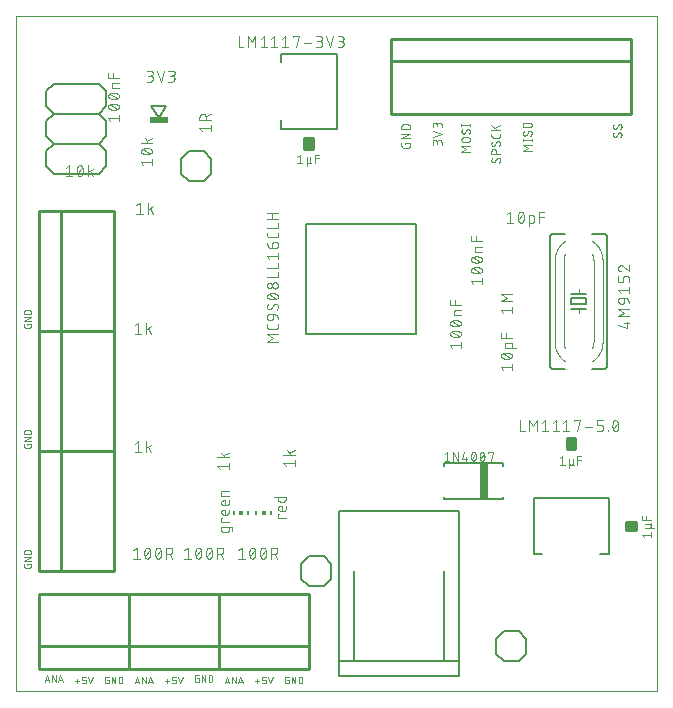
<source format=gto>
G04 EAGLE Gerber RS-274X export*
G75*
%MOMM*%
%FSLAX34Y34*%
%LPD*%
%INSilkscreen Top*%
%IPPOS*%
%AMOC8*
5,1,8,0,0,1.08239X$1,22.5*%
G01*
%ADD10C,0.000000*%
%ADD11C,0.050800*%
%ADD12C,0.076200*%
%ADD13C,0.152400*%
%ADD14C,0.254000*%
%ADD15C,0.127000*%
%ADD16C,0.101600*%
%ADD17C,0.200000*%
%ADD18R,0.150000X0.300000*%
%ADD19R,0.300000X0.300000*%
%ADD20C,0.203200*%
%ADD21R,1.574800X0.609600*%


D10*
X0Y0D02*
X542800Y0D01*
X542800Y571400D01*
X0Y571400D01*
X0Y0D01*
D11*
X229757Y9708D02*
X230688Y9708D01*
X230688Y6604D01*
X228826Y6604D01*
X228756Y6606D01*
X228687Y6612D01*
X228618Y6622D01*
X228550Y6635D01*
X228482Y6653D01*
X228416Y6674D01*
X228351Y6699D01*
X228287Y6727D01*
X228225Y6759D01*
X228165Y6794D01*
X228107Y6833D01*
X228052Y6875D01*
X227998Y6920D01*
X227948Y6968D01*
X227900Y7018D01*
X227855Y7072D01*
X227813Y7127D01*
X227774Y7185D01*
X227739Y7245D01*
X227707Y7307D01*
X227679Y7371D01*
X227654Y7436D01*
X227633Y7502D01*
X227615Y7570D01*
X227602Y7638D01*
X227592Y7707D01*
X227586Y7776D01*
X227584Y7846D01*
X227584Y10950D01*
X227586Y11020D01*
X227592Y11089D01*
X227602Y11158D01*
X227615Y11226D01*
X227633Y11294D01*
X227654Y11360D01*
X227679Y11425D01*
X227707Y11489D01*
X227739Y11551D01*
X227774Y11611D01*
X227813Y11669D01*
X227855Y11724D01*
X227900Y11778D01*
X227948Y11828D01*
X227998Y11876D01*
X228052Y11921D01*
X228107Y11963D01*
X228165Y12002D01*
X228225Y12037D01*
X228287Y12069D01*
X228351Y12097D01*
X228416Y12122D01*
X228482Y12143D01*
X228550Y12161D01*
X228618Y12174D01*
X228687Y12184D01*
X228756Y12190D01*
X228826Y12192D01*
X230688Y12192D01*
X233436Y12192D02*
X233436Y6604D01*
X236541Y6604D02*
X233436Y12192D01*
X236541Y12192D02*
X236541Y6604D01*
X239288Y6604D02*
X239288Y12192D01*
X240840Y12192D01*
X240916Y12190D01*
X240992Y12185D01*
X241068Y12175D01*
X241143Y12162D01*
X241217Y12145D01*
X241291Y12125D01*
X241363Y12101D01*
X241434Y12074D01*
X241504Y12043D01*
X241572Y12009D01*
X241638Y11971D01*
X241702Y11930D01*
X241765Y11887D01*
X241825Y11840D01*
X241882Y11790D01*
X241937Y11737D01*
X241990Y11682D01*
X242040Y11625D01*
X242087Y11565D01*
X242130Y11502D01*
X242171Y11438D01*
X242209Y11372D01*
X242243Y11304D01*
X242274Y11234D01*
X242301Y11163D01*
X242325Y11090D01*
X242345Y11017D01*
X242362Y10943D01*
X242375Y10868D01*
X242385Y10792D01*
X242390Y10716D01*
X242392Y10640D01*
X242393Y10640D02*
X242393Y8156D01*
X242392Y8156D02*
X242390Y8077D01*
X242384Y7999D01*
X242374Y7921D01*
X242360Y7844D01*
X242342Y7767D01*
X242321Y7691D01*
X242295Y7617D01*
X242266Y7544D01*
X242233Y7473D01*
X242197Y7403D01*
X242157Y7335D01*
X242114Y7269D01*
X242067Y7206D01*
X242018Y7145D01*
X241965Y7087D01*
X241909Y7031D01*
X241851Y6978D01*
X241790Y6929D01*
X241727Y6882D01*
X241661Y6839D01*
X241593Y6799D01*
X241524Y6763D01*
X241452Y6730D01*
X241379Y6701D01*
X241305Y6675D01*
X241229Y6654D01*
X241152Y6636D01*
X241075Y6622D01*
X240997Y6612D01*
X240919Y6606D01*
X240840Y6604D01*
X239288Y6604D01*
X154488Y10978D02*
X153557Y10978D01*
X154488Y10978D02*
X154488Y7874D01*
X152626Y7874D01*
X152556Y7876D01*
X152487Y7882D01*
X152418Y7892D01*
X152350Y7905D01*
X152282Y7923D01*
X152216Y7944D01*
X152151Y7969D01*
X152087Y7997D01*
X152025Y8029D01*
X151965Y8064D01*
X151907Y8103D01*
X151852Y8145D01*
X151798Y8190D01*
X151748Y8238D01*
X151700Y8288D01*
X151655Y8342D01*
X151613Y8397D01*
X151574Y8455D01*
X151539Y8515D01*
X151507Y8577D01*
X151479Y8641D01*
X151454Y8706D01*
X151433Y8772D01*
X151415Y8840D01*
X151402Y8908D01*
X151392Y8977D01*
X151386Y9046D01*
X151384Y9116D01*
X151384Y12220D01*
X151386Y12290D01*
X151392Y12359D01*
X151402Y12428D01*
X151415Y12496D01*
X151433Y12564D01*
X151454Y12630D01*
X151479Y12695D01*
X151507Y12759D01*
X151539Y12821D01*
X151574Y12881D01*
X151613Y12939D01*
X151655Y12994D01*
X151700Y13048D01*
X151748Y13098D01*
X151798Y13146D01*
X151852Y13191D01*
X151907Y13233D01*
X151965Y13272D01*
X152025Y13307D01*
X152087Y13339D01*
X152151Y13367D01*
X152216Y13392D01*
X152282Y13413D01*
X152350Y13431D01*
X152418Y13444D01*
X152487Y13454D01*
X152556Y13460D01*
X152626Y13462D01*
X154488Y13462D01*
X157236Y13462D02*
X157236Y7874D01*
X160341Y7874D02*
X157236Y13462D01*
X160341Y13462D02*
X160341Y7874D01*
X163088Y7874D02*
X163088Y13462D01*
X164640Y13462D01*
X164716Y13460D01*
X164792Y13455D01*
X164868Y13445D01*
X164943Y13432D01*
X165017Y13415D01*
X165091Y13395D01*
X165163Y13371D01*
X165234Y13344D01*
X165304Y13313D01*
X165372Y13279D01*
X165438Y13241D01*
X165502Y13200D01*
X165565Y13157D01*
X165625Y13110D01*
X165682Y13060D01*
X165737Y13007D01*
X165790Y12952D01*
X165840Y12895D01*
X165887Y12835D01*
X165930Y12772D01*
X165971Y12708D01*
X166009Y12642D01*
X166043Y12574D01*
X166074Y12504D01*
X166101Y12433D01*
X166125Y12360D01*
X166145Y12287D01*
X166162Y12213D01*
X166175Y12138D01*
X166185Y12062D01*
X166190Y11986D01*
X166192Y11910D01*
X166193Y11910D02*
X166193Y9426D01*
X166192Y9426D02*
X166190Y9347D01*
X166184Y9269D01*
X166174Y9191D01*
X166160Y9114D01*
X166142Y9037D01*
X166121Y8961D01*
X166095Y8887D01*
X166066Y8814D01*
X166033Y8743D01*
X165997Y8673D01*
X165957Y8605D01*
X165914Y8539D01*
X165867Y8476D01*
X165818Y8415D01*
X165765Y8357D01*
X165709Y8301D01*
X165651Y8248D01*
X165590Y8199D01*
X165527Y8152D01*
X165461Y8109D01*
X165393Y8069D01*
X165324Y8033D01*
X165252Y8000D01*
X165179Y7971D01*
X165105Y7945D01*
X165029Y7924D01*
X164952Y7906D01*
X164875Y7892D01*
X164797Y7882D01*
X164719Y7876D01*
X164640Y7874D01*
X163088Y7874D01*
X78288Y9708D02*
X77357Y9708D01*
X78288Y9708D02*
X78288Y6604D01*
X76426Y6604D01*
X76356Y6606D01*
X76287Y6612D01*
X76218Y6622D01*
X76150Y6635D01*
X76082Y6653D01*
X76016Y6674D01*
X75951Y6699D01*
X75887Y6727D01*
X75825Y6759D01*
X75765Y6794D01*
X75707Y6833D01*
X75652Y6875D01*
X75598Y6920D01*
X75548Y6968D01*
X75500Y7018D01*
X75455Y7072D01*
X75413Y7127D01*
X75374Y7185D01*
X75339Y7245D01*
X75307Y7307D01*
X75279Y7371D01*
X75254Y7436D01*
X75233Y7502D01*
X75215Y7570D01*
X75202Y7638D01*
X75192Y7707D01*
X75186Y7776D01*
X75184Y7846D01*
X75184Y10950D01*
X75186Y11020D01*
X75192Y11089D01*
X75202Y11158D01*
X75215Y11226D01*
X75233Y11294D01*
X75254Y11360D01*
X75279Y11425D01*
X75307Y11489D01*
X75339Y11551D01*
X75374Y11611D01*
X75413Y11669D01*
X75455Y11724D01*
X75500Y11778D01*
X75548Y11828D01*
X75598Y11876D01*
X75652Y11921D01*
X75707Y11963D01*
X75765Y12002D01*
X75825Y12037D01*
X75887Y12069D01*
X75951Y12097D01*
X76016Y12122D01*
X76082Y12143D01*
X76150Y12161D01*
X76218Y12174D01*
X76287Y12184D01*
X76356Y12190D01*
X76426Y12192D01*
X78288Y12192D01*
X81036Y12192D02*
X81036Y6604D01*
X84141Y6604D02*
X81036Y12192D01*
X84141Y12192D02*
X84141Y6604D01*
X86888Y6604D02*
X86888Y12192D01*
X88440Y12192D01*
X88516Y12190D01*
X88592Y12185D01*
X88668Y12175D01*
X88743Y12162D01*
X88817Y12145D01*
X88891Y12125D01*
X88963Y12101D01*
X89034Y12074D01*
X89104Y12043D01*
X89172Y12009D01*
X89238Y11971D01*
X89302Y11930D01*
X89365Y11887D01*
X89425Y11840D01*
X89482Y11790D01*
X89537Y11737D01*
X89590Y11682D01*
X89640Y11625D01*
X89687Y11565D01*
X89730Y11502D01*
X89771Y11438D01*
X89809Y11372D01*
X89843Y11304D01*
X89874Y11234D01*
X89901Y11163D01*
X89925Y11090D01*
X89945Y11017D01*
X89962Y10943D01*
X89975Y10868D01*
X89985Y10792D01*
X89990Y10716D01*
X89992Y10640D01*
X89993Y10640D02*
X89993Y8156D01*
X89992Y8156D02*
X89990Y8077D01*
X89984Y7999D01*
X89974Y7921D01*
X89960Y7844D01*
X89942Y7767D01*
X89921Y7691D01*
X89895Y7617D01*
X89866Y7544D01*
X89833Y7473D01*
X89797Y7403D01*
X89757Y7335D01*
X89714Y7269D01*
X89667Y7206D01*
X89618Y7145D01*
X89565Y7087D01*
X89509Y7031D01*
X89451Y6978D01*
X89390Y6929D01*
X89327Y6882D01*
X89261Y6839D01*
X89193Y6799D01*
X89124Y6763D01*
X89052Y6730D01*
X88979Y6701D01*
X88905Y6675D01*
X88829Y6654D01*
X88752Y6636D01*
X88675Y6622D01*
X88597Y6612D01*
X88519Y6606D01*
X88440Y6604D01*
X86888Y6604D01*
X9342Y106567D02*
X9342Y107498D01*
X12446Y107498D01*
X12446Y105636D01*
X12444Y105566D01*
X12438Y105497D01*
X12428Y105428D01*
X12415Y105360D01*
X12397Y105292D01*
X12376Y105226D01*
X12351Y105161D01*
X12323Y105097D01*
X12291Y105035D01*
X12256Y104975D01*
X12217Y104917D01*
X12175Y104862D01*
X12130Y104808D01*
X12082Y104758D01*
X12032Y104710D01*
X11978Y104665D01*
X11923Y104623D01*
X11865Y104584D01*
X11805Y104549D01*
X11743Y104517D01*
X11679Y104489D01*
X11614Y104464D01*
X11548Y104443D01*
X11480Y104425D01*
X11412Y104412D01*
X11343Y104402D01*
X11274Y104396D01*
X11204Y104394D01*
X8100Y104394D01*
X8030Y104396D01*
X7961Y104402D01*
X7892Y104412D01*
X7824Y104425D01*
X7756Y104443D01*
X7690Y104464D01*
X7625Y104489D01*
X7561Y104517D01*
X7499Y104549D01*
X7439Y104584D01*
X7381Y104623D01*
X7326Y104665D01*
X7272Y104710D01*
X7222Y104758D01*
X7174Y104808D01*
X7129Y104862D01*
X7087Y104917D01*
X7048Y104975D01*
X7013Y105035D01*
X6981Y105097D01*
X6953Y105161D01*
X6928Y105226D01*
X6907Y105292D01*
X6889Y105360D01*
X6876Y105428D01*
X6866Y105497D01*
X6860Y105566D01*
X6858Y105636D01*
X6858Y107498D01*
X6858Y110246D02*
X12446Y110246D01*
X12446Y113351D02*
X6858Y110246D01*
X6858Y113351D02*
X12446Y113351D01*
X12446Y116098D02*
X6858Y116098D01*
X6858Y117650D01*
X6860Y117726D01*
X6865Y117802D01*
X6875Y117878D01*
X6888Y117953D01*
X6905Y118027D01*
X6925Y118101D01*
X6949Y118173D01*
X6976Y118244D01*
X7007Y118314D01*
X7041Y118382D01*
X7079Y118448D01*
X7120Y118512D01*
X7163Y118575D01*
X7210Y118635D01*
X7260Y118692D01*
X7313Y118747D01*
X7368Y118800D01*
X7425Y118850D01*
X7485Y118897D01*
X7548Y118940D01*
X7612Y118981D01*
X7678Y119019D01*
X7746Y119053D01*
X7816Y119084D01*
X7887Y119111D01*
X7960Y119135D01*
X8033Y119155D01*
X8107Y119172D01*
X8182Y119185D01*
X8258Y119195D01*
X8334Y119200D01*
X8410Y119202D01*
X8410Y119203D02*
X10894Y119203D01*
X10894Y119202D02*
X10970Y119200D01*
X11046Y119195D01*
X11122Y119185D01*
X11197Y119172D01*
X11271Y119155D01*
X11345Y119135D01*
X11417Y119111D01*
X11488Y119084D01*
X11558Y119053D01*
X11626Y119019D01*
X11692Y118981D01*
X11756Y118940D01*
X11819Y118897D01*
X11879Y118850D01*
X11936Y118800D01*
X11991Y118747D01*
X12044Y118692D01*
X12094Y118635D01*
X12141Y118575D01*
X12184Y118512D01*
X12225Y118448D01*
X12263Y118382D01*
X12297Y118314D01*
X12328Y118244D01*
X12355Y118173D01*
X12379Y118101D01*
X12399Y118027D01*
X12416Y117953D01*
X12429Y117878D01*
X12439Y117802D01*
X12444Y117726D01*
X12446Y117650D01*
X12446Y116098D01*
X9342Y208167D02*
X9342Y209098D01*
X12446Y209098D01*
X12446Y207236D01*
X12444Y207166D01*
X12438Y207097D01*
X12428Y207028D01*
X12415Y206960D01*
X12397Y206892D01*
X12376Y206826D01*
X12351Y206761D01*
X12323Y206697D01*
X12291Y206635D01*
X12256Y206575D01*
X12217Y206517D01*
X12175Y206462D01*
X12130Y206408D01*
X12082Y206358D01*
X12032Y206310D01*
X11978Y206265D01*
X11923Y206223D01*
X11865Y206184D01*
X11805Y206149D01*
X11743Y206117D01*
X11679Y206089D01*
X11614Y206064D01*
X11548Y206043D01*
X11480Y206025D01*
X11412Y206012D01*
X11343Y206002D01*
X11274Y205996D01*
X11204Y205994D01*
X8100Y205994D01*
X8030Y205996D01*
X7961Y206002D01*
X7892Y206012D01*
X7824Y206025D01*
X7756Y206043D01*
X7690Y206064D01*
X7625Y206089D01*
X7561Y206117D01*
X7499Y206149D01*
X7439Y206184D01*
X7381Y206223D01*
X7326Y206265D01*
X7272Y206310D01*
X7222Y206358D01*
X7174Y206408D01*
X7129Y206462D01*
X7087Y206517D01*
X7048Y206575D01*
X7013Y206635D01*
X6981Y206697D01*
X6953Y206761D01*
X6928Y206826D01*
X6907Y206892D01*
X6889Y206960D01*
X6876Y207028D01*
X6866Y207097D01*
X6860Y207166D01*
X6858Y207236D01*
X6858Y209098D01*
X6858Y211846D02*
X12446Y211846D01*
X12446Y214951D02*
X6858Y211846D01*
X6858Y214951D02*
X12446Y214951D01*
X12446Y217698D02*
X6858Y217698D01*
X6858Y219250D01*
X6860Y219326D01*
X6865Y219402D01*
X6875Y219478D01*
X6888Y219553D01*
X6905Y219627D01*
X6925Y219701D01*
X6949Y219773D01*
X6976Y219844D01*
X7007Y219914D01*
X7041Y219982D01*
X7079Y220048D01*
X7120Y220112D01*
X7163Y220175D01*
X7210Y220235D01*
X7260Y220292D01*
X7313Y220347D01*
X7368Y220400D01*
X7425Y220450D01*
X7485Y220497D01*
X7548Y220540D01*
X7612Y220581D01*
X7678Y220619D01*
X7746Y220653D01*
X7816Y220684D01*
X7887Y220711D01*
X7960Y220735D01*
X8033Y220755D01*
X8107Y220772D01*
X8182Y220785D01*
X8258Y220795D01*
X8334Y220800D01*
X8410Y220802D01*
X8410Y220803D02*
X10894Y220803D01*
X10894Y220802D02*
X10970Y220800D01*
X11046Y220795D01*
X11122Y220785D01*
X11197Y220772D01*
X11271Y220755D01*
X11345Y220735D01*
X11417Y220711D01*
X11488Y220684D01*
X11558Y220653D01*
X11626Y220619D01*
X11692Y220581D01*
X11756Y220540D01*
X11819Y220497D01*
X11879Y220450D01*
X11936Y220400D01*
X11991Y220347D01*
X12044Y220292D01*
X12094Y220235D01*
X12141Y220175D01*
X12184Y220112D01*
X12225Y220048D01*
X12263Y219982D01*
X12297Y219914D01*
X12328Y219844D01*
X12355Y219773D01*
X12379Y219701D01*
X12399Y219627D01*
X12416Y219553D01*
X12429Y219478D01*
X12439Y219402D01*
X12444Y219326D01*
X12446Y219250D01*
X12446Y217698D01*
X9342Y309767D02*
X9342Y310698D01*
X12446Y310698D01*
X12446Y308836D01*
X12444Y308766D01*
X12438Y308697D01*
X12428Y308628D01*
X12415Y308560D01*
X12397Y308492D01*
X12376Y308426D01*
X12351Y308361D01*
X12323Y308297D01*
X12291Y308235D01*
X12256Y308175D01*
X12217Y308117D01*
X12175Y308062D01*
X12130Y308008D01*
X12082Y307958D01*
X12032Y307910D01*
X11978Y307865D01*
X11923Y307823D01*
X11865Y307784D01*
X11805Y307749D01*
X11743Y307717D01*
X11679Y307689D01*
X11614Y307664D01*
X11548Y307643D01*
X11480Y307625D01*
X11412Y307612D01*
X11343Y307602D01*
X11274Y307596D01*
X11204Y307594D01*
X8100Y307594D01*
X8030Y307596D01*
X7961Y307602D01*
X7892Y307612D01*
X7824Y307625D01*
X7756Y307643D01*
X7690Y307664D01*
X7625Y307689D01*
X7561Y307717D01*
X7499Y307749D01*
X7439Y307784D01*
X7381Y307823D01*
X7326Y307865D01*
X7272Y307910D01*
X7222Y307958D01*
X7174Y308008D01*
X7129Y308062D01*
X7087Y308117D01*
X7048Y308175D01*
X7013Y308235D01*
X6981Y308297D01*
X6953Y308361D01*
X6928Y308426D01*
X6907Y308492D01*
X6889Y308560D01*
X6876Y308628D01*
X6866Y308697D01*
X6860Y308766D01*
X6858Y308836D01*
X6858Y310698D01*
X6858Y313446D02*
X12446Y313446D01*
X12446Y316551D02*
X6858Y313446D01*
X6858Y316551D02*
X12446Y316551D01*
X12446Y319298D02*
X6858Y319298D01*
X6858Y320850D01*
X6860Y320926D01*
X6865Y321002D01*
X6875Y321078D01*
X6888Y321153D01*
X6905Y321227D01*
X6925Y321301D01*
X6949Y321373D01*
X6976Y321444D01*
X7007Y321514D01*
X7041Y321582D01*
X7079Y321648D01*
X7120Y321712D01*
X7163Y321775D01*
X7210Y321835D01*
X7260Y321892D01*
X7313Y321947D01*
X7368Y322000D01*
X7425Y322050D01*
X7485Y322097D01*
X7548Y322140D01*
X7612Y322181D01*
X7678Y322219D01*
X7746Y322253D01*
X7816Y322284D01*
X7887Y322311D01*
X7960Y322335D01*
X8033Y322355D01*
X8107Y322372D01*
X8182Y322385D01*
X8258Y322395D01*
X8334Y322400D01*
X8410Y322402D01*
X8410Y322403D02*
X10894Y322403D01*
X10894Y322402D02*
X10970Y322400D01*
X11046Y322395D01*
X11122Y322385D01*
X11197Y322372D01*
X11271Y322355D01*
X11345Y322335D01*
X11417Y322311D01*
X11488Y322284D01*
X11558Y322253D01*
X11626Y322219D01*
X11692Y322181D01*
X11756Y322140D01*
X11819Y322097D01*
X11879Y322050D01*
X11936Y322000D01*
X11991Y321947D01*
X12044Y321892D01*
X12094Y321835D01*
X12141Y321775D01*
X12184Y321712D01*
X12225Y321648D01*
X12263Y321582D01*
X12297Y321514D01*
X12328Y321444D01*
X12355Y321373D01*
X12379Y321301D01*
X12399Y321227D01*
X12416Y321153D01*
X12429Y321078D01*
X12439Y321002D01*
X12444Y320926D01*
X12446Y320850D01*
X12446Y319298D01*
X49784Y8777D02*
X53509Y8777D01*
X51647Y6914D02*
X51647Y10640D01*
X55947Y6604D02*
X57809Y6604D01*
X57879Y6606D01*
X57948Y6612D01*
X58017Y6622D01*
X58085Y6635D01*
X58153Y6653D01*
X58219Y6674D01*
X58284Y6699D01*
X58348Y6727D01*
X58410Y6759D01*
X58470Y6794D01*
X58528Y6833D01*
X58583Y6875D01*
X58637Y6920D01*
X58687Y6968D01*
X58735Y7018D01*
X58780Y7072D01*
X58822Y7127D01*
X58861Y7185D01*
X58896Y7245D01*
X58928Y7307D01*
X58956Y7371D01*
X58981Y7436D01*
X59002Y7502D01*
X59020Y7570D01*
X59033Y7638D01*
X59043Y7707D01*
X59049Y7776D01*
X59051Y7846D01*
X59051Y8467D01*
X59049Y8537D01*
X59043Y8606D01*
X59033Y8675D01*
X59020Y8743D01*
X59002Y8811D01*
X58981Y8877D01*
X58956Y8942D01*
X58928Y9006D01*
X58896Y9068D01*
X58861Y9128D01*
X58822Y9186D01*
X58780Y9241D01*
X58735Y9295D01*
X58687Y9345D01*
X58637Y9393D01*
X58583Y9438D01*
X58528Y9480D01*
X58470Y9519D01*
X58410Y9554D01*
X58348Y9586D01*
X58284Y9614D01*
X58219Y9639D01*
X58153Y9660D01*
X58085Y9678D01*
X58017Y9691D01*
X57948Y9701D01*
X57879Y9707D01*
X57809Y9709D01*
X57809Y9708D02*
X55947Y9708D01*
X55947Y12192D01*
X59051Y12192D01*
X61123Y12192D02*
X62985Y6604D01*
X64848Y12192D01*
X125984Y8777D02*
X129709Y8777D01*
X127847Y6914D02*
X127847Y10640D01*
X132147Y6604D02*
X134009Y6604D01*
X134079Y6606D01*
X134148Y6612D01*
X134217Y6622D01*
X134285Y6635D01*
X134353Y6653D01*
X134419Y6674D01*
X134484Y6699D01*
X134548Y6727D01*
X134610Y6759D01*
X134670Y6794D01*
X134728Y6833D01*
X134783Y6875D01*
X134837Y6920D01*
X134887Y6968D01*
X134935Y7018D01*
X134980Y7072D01*
X135022Y7127D01*
X135061Y7185D01*
X135096Y7245D01*
X135128Y7307D01*
X135156Y7371D01*
X135181Y7436D01*
X135202Y7502D01*
X135220Y7570D01*
X135233Y7638D01*
X135243Y7707D01*
X135249Y7776D01*
X135251Y7846D01*
X135251Y8467D01*
X135249Y8537D01*
X135243Y8606D01*
X135233Y8675D01*
X135220Y8743D01*
X135202Y8811D01*
X135181Y8877D01*
X135156Y8942D01*
X135128Y9006D01*
X135096Y9068D01*
X135061Y9128D01*
X135022Y9186D01*
X134980Y9241D01*
X134935Y9295D01*
X134887Y9345D01*
X134837Y9393D01*
X134783Y9438D01*
X134728Y9480D01*
X134670Y9519D01*
X134610Y9554D01*
X134548Y9586D01*
X134484Y9614D01*
X134419Y9639D01*
X134353Y9660D01*
X134285Y9678D01*
X134217Y9691D01*
X134148Y9701D01*
X134079Y9707D01*
X134009Y9709D01*
X134009Y9708D02*
X132147Y9708D01*
X132147Y12192D01*
X135251Y12192D01*
X137323Y12192D02*
X139185Y6604D01*
X141048Y12192D01*
X202184Y8777D02*
X205909Y8777D01*
X204047Y6914D02*
X204047Y10640D01*
X208347Y6604D02*
X210209Y6604D01*
X210279Y6606D01*
X210348Y6612D01*
X210417Y6622D01*
X210485Y6635D01*
X210553Y6653D01*
X210619Y6674D01*
X210684Y6699D01*
X210748Y6727D01*
X210810Y6759D01*
X210870Y6794D01*
X210928Y6833D01*
X210983Y6875D01*
X211037Y6920D01*
X211087Y6968D01*
X211135Y7018D01*
X211180Y7072D01*
X211222Y7127D01*
X211261Y7185D01*
X211296Y7245D01*
X211328Y7307D01*
X211356Y7371D01*
X211381Y7436D01*
X211402Y7502D01*
X211420Y7570D01*
X211433Y7638D01*
X211443Y7707D01*
X211449Y7776D01*
X211451Y7846D01*
X211451Y8467D01*
X211449Y8537D01*
X211443Y8606D01*
X211433Y8675D01*
X211420Y8743D01*
X211402Y8811D01*
X211381Y8877D01*
X211356Y8942D01*
X211328Y9006D01*
X211296Y9068D01*
X211261Y9128D01*
X211222Y9186D01*
X211180Y9241D01*
X211135Y9295D01*
X211087Y9345D01*
X211037Y9393D01*
X210983Y9438D01*
X210928Y9480D01*
X210870Y9519D01*
X210810Y9554D01*
X210748Y9586D01*
X210684Y9614D01*
X210619Y9639D01*
X210553Y9660D01*
X210485Y9678D01*
X210417Y9691D01*
X210348Y9701D01*
X210279Y9707D01*
X210209Y9709D01*
X210209Y9708D02*
X208347Y9708D01*
X208347Y12192D01*
X211451Y12192D01*
X213523Y12192D02*
X215385Y6604D01*
X217248Y12192D01*
X26247Y13462D02*
X24384Y7874D01*
X28109Y7874D02*
X26247Y13462D01*
X27644Y9271D02*
X24850Y9271D01*
X30364Y7874D02*
X30364Y13462D01*
X33468Y7874D01*
X33468Y13462D01*
X37585Y13462D02*
X35723Y7874D01*
X39448Y7874D02*
X37585Y13462D01*
X38982Y9271D02*
X36188Y9271D01*
X100584Y6604D02*
X102447Y12192D01*
X104309Y6604D01*
X103844Y8001D02*
X101050Y8001D01*
X106564Y6604D02*
X106564Y12192D01*
X109668Y6604D01*
X109668Y12192D01*
X113785Y12192D02*
X111923Y6604D01*
X115648Y6604D02*
X113785Y12192D01*
X115182Y8001D02*
X112388Y8001D01*
X176784Y6604D02*
X178647Y12192D01*
X180509Y6604D01*
X180044Y8001D02*
X177250Y8001D01*
X182764Y6604D02*
X182764Y12192D01*
X185868Y6604D01*
X185868Y12192D01*
X189985Y12192D02*
X188123Y6604D01*
X191848Y6604D02*
X189985Y12192D01*
X191382Y8001D02*
X188588Y8001D01*
D12*
X329537Y462986D02*
X329537Y464213D01*
X333629Y464213D01*
X333629Y461758D01*
X333627Y461680D01*
X333622Y461602D01*
X333612Y461525D01*
X333599Y461448D01*
X333583Y461372D01*
X333563Y461297D01*
X333539Y461223D01*
X333512Y461150D01*
X333481Y461078D01*
X333447Y461008D01*
X333410Y460940D01*
X333369Y460873D01*
X333325Y460808D01*
X333279Y460746D01*
X333229Y460686D01*
X333177Y460628D01*
X333122Y460573D01*
X333064Y460521D01*
X333004Y460471D01*
X332942Y460425D01*
X332877Y460381D01*
X332811Y460340D01*
X332742Y460303D01*
X332672Y460269D01*
X332600Y460238D01*
X332527Y460211D01*
X332453Y460187D01*
X332378Y460167D01*
X332302Y460151D01*
X332225Y460138D01*
X332148Y460128D01*
X332070Y460123D01*
X331992Y460121D01*
X327900Y460121D01*
X327820Y460123D01*
X327740Y460129D01*
X327660Y460139D01*
X327581Y460152D01*
X327502Y460170D01*
X327425Y460191D01*
X327349Y460217D01*
X327274Y460246D01*
X327200Y460278D01*
X327128Y460314D01*
X327058Y460354D01*
X326991Y460397D01*
X326925Y460443D01*
X326862Y460493D01*
X326801Y460545D01*
X326742Y460600D01*
X326687Y460659D01*
X326635Y460719D01*
X326585Y460783D01*
X326539Y460848D01*
X326496Y460916D01*
X326456Y460986D01*
X326420Y461058D01*
X326388Y461132D01*
X326359Y461206D01*
X326334Y461283D01*
X326312Y461360D01*
X326294Y461439D01*
X326281Y461518D01*
X326271Y461597D01*
X326265Y461678D01*
X326263Y461758D01*
X326263Y464213D01*
X326263Y467924D02*
X333629Y467924D01*
X333629Y472016D02*
X326263Y467924D01*
X326263Y472016D02*
X333629Y472016D01*
X333629Y475727D02*
X326263Y475727D01*
X326263Y477773D01*
X326265Y477862D01*
X326271Y477951D01*
X326281Y478040D01*
X326294Y478128D01*
X326311Y478216D01*
X326333Y478303D01*
X326358Y478388D01*
X326386Y478473D01*
X326419Y478556D01*
X326455Y478638D01*
X326494Y478718D01*
X326537Y478796D01*
X326583Y478872D01*
X326633Y478947D01*
X326686Y479019D01*
X326742Y479088D01*
X326801Y479155D01*
X326862Y479220D01*
X326927Y479281D01*
X326994Y479340D01*
X327063Y479396D01*
X327135Y479449D01*
X327210Y479499D01*
X327286Y479545D01*
X327364Y479588D01*
X327444Y479627D01*
X327526Y479663D01*
X327609Y479696D01*
X327694Y479724D01*
X327779Y479749D01*
X327866Y479771D01*
X327954Y479788D01*
X328042Y479801D01*
X328131Y479811D01*
X328220Y479817D01*
X328309Y479819D01*
X331583Y479819D01*
X331672Y479817D01*
X331761Y479811D01*
X331850Y479801D01*
X331938Y479788D01*
X332026Y479771D01*
X332113Y479749D01*
X332198Y479724D01*
X332283Y479696D01*
X332366Y479663D01*
X332448Y479627D01*
X332528Y479588D01*
X332606Y479545D01*
X332682Y479499D01*
X332757Y479449D01*
X332829Y479396D01*
X332898Y479340D01*
X332965Y479281D01*
X333030Y479220D01*
X333091Y479155D01*
X333150Y479088D01*
X333206Y479019D01*
X333259Y478947D01*
X333309Y478872D01*
X333355Y478796D01*
X333398Y478718D01*
X333437Y478638D01*
X333473Y478556D01*
X333506Y478473D01*
X333534Y478388D01*
X333559Y478303D01*
X333581Y478216D01*
X333598Y478128D01*
X333611Y478040D01*
X333621Y477951D01*
X333627Y477862D01*
X333629Y477773D01*
X333629Y475727D01*
X360299Y464707D02*
X360299Y462661D01*
X360299Y464707D02*
X360297Y464796D01*
X360291Y464885D01*
X360281Y464974D01*
X360268Y465062D01*
X360251Y465150D01*
X360229Y465237D01*
X360204Y465322D01*
X360176Y465407D01*
X360143Y465490D01*
X360107Y465572D01*
X360068Y465652D01*
X360025Y465730D01*
X359979Y465806D01*
X359929Y465881D01*
X359876Y465953D01*
X359820Y466022D01*
X359761Y466089D01*
X359700Y466154D01*
X359635Y466215D01*
X359568Y466274D01*
X359499Y466330D01*
X359427Y466383D01*
X359352Y466433D01*
X359276Y466479D01*
X359198Y466522D01*
X359118Y466561D01*
X359036Y466597D01*
X358953Y466630D01*
X358868Y466658D01*
X358783Y466683D01*
X358696Y466705D01*
X358608Y466722D01*
X358520Y466735D01*
X358431Y466745D01*
X358342Y466751D01*
X358253Y466753D01*
X358164Y466751D01*
X358075Y466745D01*
X357986Y466735D01*
X357898Y466722D01*
X357810Y466705D01*
X357723Y466683D01*
X357638Y466658D01*
X357553Y466630D01*
X357470Y466597D01*
X357388Y466561D01*
X357308Y466522D01*
X357230Y466479D01*
X357154Y466433D01*
X357079Y466383D01*
X357007Y466330D01*
X356938Y466274D01*
X356871Y466215D01*
X356806Y466154D01*
X356745Y466089D01*
X356686Y466022D01*
X356630Y465953D01*
X356577Y465881D01*
X356527Y465806D01*
X356481Y465730D01*
X356438Y465652D01*
X356399Y465572D01*
X356363Y465490D01*
X356330Y465407D01*
X356302Y465322D01*
X356277Y465237D01*
X356255Y465150D01*
X356238Y465062D01*
X356225Y464974D01*
X356215Y464885D01*
X356209Y464796D01*
X356207Y464707D01*
X352933Y465116D02*
X352933Y462661D01*
X352933Y465116D02*
X352935Y465195D01*
X352941Y465274D01*
X352950Y465353D01*
X352963Y465431D01*
X352981Y465508D01*
X353001Y465584D01*
X353026Y465659D01*
X353054Y465733D01*
X353085Y465806D01*
X353121Y465877D01*
X353159Y465946D01*
X353201Y466013D01*
X353246Y466078D01*
X353294Y466141D01*
X353345Y466202D01*
X353399Y466259D01*
X353455Y466315D01*
X353514Y466367D01*
X353576Y466417D01*
X353640Y466463D01*
X353706Y466507D01*
X353774Y466547D01*
X353844Y466583D01*
X353916Y466617D01*
X353990Y466647D01*
X354064Y466673D01*
X354140Y466696D01*
X354217Y466714D01*
X354294Y466730D01*
X354373Y466741D01*
X354451Y466749D01*
X354530Y466753D01*
X354610Y466753D01*
X354689Y466749D01*
X354767Y466741D01*
X354846Y466730D01*
X354923Y466714D01*
X355000Y466696D01*
X355076Y466673D01*
X355150Y466647D01*
X355224Y466617D01*
X355296Y466583D01*
X355366Y466547D01*
X355434Y466507D01*
X355500Y466463D01*
X355564Y466417D01*
X355626Y466367D01*
X355685Y466315D01*
X355741Y466259D01*
X355795Y466202D01*
X355846Y466141D01*
X355894Y466078D01*
X355939Y466013D01*
X355981Y465946D01*
X356019Y465877D01*
X356055Y465806D01*
X356086Y465733D01*
X356114Y465659D01*
X356139Y465584D01*
X356159Y465508D01*
X356177Y465431D01*
X356190Y465353D01*
X356199Y465274D01*
X356205Y465195D01*
X356207Y465116D01*
X356207Y463479D01*
X352933Y469567D02*
X360299Y472022D01*
X352933Y474478D01*
X360299Y477291D02*
X360299Y479337D01*
X360297Y479426D01*
X360291Y479515D01*
X360281Y479604D01*
X360268Y479692D01*
X360251Y479780D01*
X360229Y479867D01*
X360204Y479952D01*
X360176Y480037D01*
X360143Y480120D01*
X360107Y480202D01*
X360068Y480282D01*
X360025Y480360D01*
X359979Y480436D01*
X359929Y480511D01*
X359876Y480583D01*
X359820Y480652D01*
X359761Y480719D01*
X359700Y480784D01*
X359635Y480845D01*
X359568Y480904D01*
X359499Y480960D01*
X359427Y481013D01*
X359352Y481063D01*
X359276Y481109D01*
X359198Y481152D01*
X359118Y481191D01*
X359036Y481227D01*
X358953Y481260D01*
X358868Y481288D01*
X358783Y481313D01*
X358696Y481335D01*
X358608Y481352D01*
X358520Y481365D01*
X358431Y481375D01*
X358342Y481381D01*
X358253Y481383D01*
X358164Y481381D01*
X358075Y481375D01*
X357986Y481365D01*
X357898Y481352D01*
X357810Y481335D01*
X357723Y481313D01*
X357638Y481288D01*
X357553Y481260D01*
X357470Y481227D01*
X357388Y481191D01*
X357308Y481152D01*
X357230Y481109D01*
X357154Y481063D01*
X357079Y481013D01*
X357007Y480960D01*
X356938Y480904D01*
X356871Y480845D01*
X356806Y480784D01*
X356745Y480719D01*
X356686Y480652D01*
X356630Y480583D01*
X356577Y480511D01*
X356527Y480436D01*
X356481Y480360D01*
X356438Y480282D01*
X356399Y480202D01*
X356363Y480120D01*
X356330Y480037D01*
X356302Y479952D01*
X356277Y479867D01*
X356255Y479780D01*
X356238Y479692D01*
X356225Y479604D01*
X356215Y479515D01*
X356209Y479426D01*
X356207Y479337D01*
X352933Y479747D02*
X352933Y477291D01*
X352933Y479747D02*
X352935Y479826D01*
X352941Y479905D01*
X352950Y479984D01*
X352963Y480062D01*
X352981Y480139D01*
X353001Y480215D01*
X353026Y480290D01*
X353054Y480364D01*
X353085Y480437D01*
X353121Y480508D01*
X353159Y480577D01*
X353201Y480644D01*
X353246Y480709D01*
X353294Y480772D01*
X353345Y480833D01*
X353399Y480890D01*
X353455Y480946D01*
X353514Y480998D01*
X353576Y481048D01*
X353640Y481094D01*
X353706Y481138D01*
X353774Y481178D01*
X353844Y481214D01*
X353916Y481248D01*
X353990Y481278D01*
X354064Y481304D01*
X354140Y481327D01*
X354217Y481345D01*
X354294Y481361D01*
X354373Y481372D01*
X354451Y481380D01*
X354530Y481384D01*
X354610Y481384D01*
X354689Y481380D01*
X354767Y481372D01*
X354846Y481361D01*
X354923Y481345D01*
X355000Y481327D01*
X355076Y481304D01*
X355150Y481278D01*
X355224Y481248D01*
X355296Y481214D01*
X355366Y481178D01*
X355434Y481138D01*
X355500Y481094D01*
X355564Y481048D01*
X355626Y480998D01*
X355685Y480946D01*
X355741Y480890D01*
X355795Y480833D01*
X355846Y480772D01*
X355894Y480709D01*
X355939Y480644D01*
X355981Y480577D01*
X356019Y480508D01*
X356055Y480437D01*
X356086Y480364D01*
X356114Y480290D01*
X356139Y480215D01*
X356159Y480139D01*
X356177Y480062D01*
X356190Y479984D01*
X356199Y479905D01*
X356205Y479826D01*
X356207Y479747D01*
X356207Y478110D01*
X377063Y456311D02*
X384429Y456311D01*
X381155Y458766D02*
X377063Y456311D01*
X381155Y458766D02*
X377063Y461222D01*
X384429Y461222D01*
X382383Y464767D02*
X379109Y464767D01*
X379020Y464769D01*
X378931Y464775D01*
X378842Y464785D01*
X378754Y464798D01*
X378666Y464815D01*
X378579Y464837D01*
X378494Y464862D01*
X378409Y464890D01*
X378326Y464923D01*
X378244Y464959D01*
X378164Y464998D01*
X378086Y465041D01*
X378010Y465087D01*
X377935Y465137D01*
X377863Y465190D01*
X377794Y465246D01*
X377727Y465305D01*
X377662Y465366D01*
X377601Y465431D01*
X377542Y465498D01*
X377486Y465567D01*
X377433Y465639D01*
X377383Y465714D01*
X377337Y465790D01*
X377294Y465868D01*
X377255Y465948D01*
X377219Y466030D01*
X377186Y466113D01*
X377158Y466198D01*
X377133Y466283D01*
X377111Y466370D01*
X377094Y466458D01*
X377081Y466546D01*
X377071Y466635D01*
X377065Y466724D01*
X377063Y466813D01*
X377065Y466902D01*
X377071Y466991D01*
X377081Y467080D01*
X377094Y467168D01*
X377111Y467256D01*
X377133Y467343D01*
X377158Y467428D01*
X377186Y467513D01*
X377219Y467596D01*
X377255Y467678D01*
X377294Y467758D01*
X377337Y467836D01*
X377383Y467912D01*
X377433Y467987D01*
X377486Y468059D01*
X377542Y468128D01*
X377601Y468195D01*
X377662Y468260D01*
X377727Y468321D01*
X377794Y468380D01*
X377863Y468436D01*
X377935Y468489D01*
X378010Y468539D01*
X378086Y468585D01*
X378164Y468628D01*
X378244Y468667D01*
X378326Y468703D01*
X378409Y468736D01*
X378494Y468764D01*
X378579Y468789D01*
X378666Y468811D01*
X378754Y468828D01*
X378842Y468841D01*
X378931Y468851D01*
X379020Y468857D01*
X379109Y468859D01*
X382383Y468859D01*
X382472Y468857D01*
X382561Y468851D01*
X382650Y468841D01*
X382738Y468828D01*
X382826Y468811D01*
X382913Y468789D01*
X382998Y468764D01*
X383083Y468736D01*
X383166Y468703D01*
X383248Y468667D01*
X383328Y468628D01*
X383406Y468585D01*
X383482Y468539D01*
X383557Y468489D01*
X383629Y468436D01*
X383698Y468380D01*
X383765Y468321D01*
X383830Y468260D01*
X383891Y468195D01*
X383950Y468128D01*
X384006Y468059D01*
X384059Y467987D01*
X384109Y467912D01*
X384155Y467836D01*
X384198Y467758D01*
X384237Y467678D01*
X384273Y467596D01*
X384306Y467513D01*
X384334Y467428D01*
X384359Y467343D01*
X384381Y467256D01*
X384398Y467168D01*
X384411Y467080D01*
X384421Y466991D01*
X384427Y466902D01*
X384429Y466813D01*
X384427Y466724D01*
X384421Y466635D01*
X384411Y466546D01*
X384398Y466458D01*
X384381Y466370D01*
X384359Y466283D01*
X384334Y466198D01*
X384306Y466113D01*
X384273Y466030D01*
X384237Y465948D01*
X384198Y465868D01*
X384155Y465790D01*
X384109Y465714D01*
X384059Y465639D01*
X384006Y465567D01*
X383950Y465498D01*
X383891Y465431D01*
X383830Y465366D01*
X383765Y465305D01*
X383698Y465246D01*
X383629Y465190D01*
X383557Y465137D01*
X383482Y465087D01*
X383406Y465041D01*
X383328Y464998D01*
X383248Y464959D01*
X383166Y464923D01*
X383083Y464890D01*
X382998Y464862D01*
X382913Y464837D01*
X382826Y464815D01*
X382738Y464798D01*
X382650Y464785D01*
X382561Y464775D01*
X382472Y464769D01*
X382383Y464767D01*
X384429Y474294D02*
X384427Y474372D01*
X384422Y474450D01*
X384412Y474527D01*
X384399Y474604D01*
X384383Y474680D01*
X384363Y474755D01*
X384339Y474829D01*
X384312Y474902D01*
X384281Y474974D01*
X384247Y475044D01*
X384210Y475113D01*
X384169Y475179D01*
X384125Y475244D01*
X384079Y475306D01*
X384029Y475366D01*
X383977Y475424D01*
X383922Y475479D01*
X383864Y475531D01*
X383804Y475581D01*
X383742Y475627D01*
X383677Y475671D01*
X383611Y475712D01*
X383542Y475749D01*
X383472Y475783D01*
X383400Y475814D01*
X383327Y475841D01*
X383253Y475865D01*
X383178Y475885D01*
X383102Y475901D01*
X383025Y475914D01*
X382948Y475924D01*
X382870Y475929D01*
X382792Y475931D01*
X384429Y474294D02*
X384427Y474180D01*
X384422Y474067D01*
X384412Y473953D01*
X384399Y473840D01*
X384382Y473728D01*
X384362Y473616D01*
X384338Y473505D01*
X384310Y473394D01*
X384279Y473285D01*
X384244Y473177D01*
X384205Y473070D01*
X384163Y472964D01*
X384118Y472860D01*
X384069Y472757D01*
X384016Y472656D01*
X383961Y472557D01*
X383902Y472459D01*
X383840Y472364D01*
X383775Y472271D01*
X383707Y472179D01*
X383636Y472091D01*
X383562Y472004D01*
X383485Y471920D01*
X383406Y471839D01*
X378700Y472043D02*
X378622Y472045D01*
X378544Y472050D01*
X378467Y472060D01*
X378390Y472073D01*
X378314Y472089D01*
X378239Y472109D01*
X378165Y472133D01*
X378092Y472160D01*
X378020Y472191D01*
X377950Y472225D01*
X377882Y472262D01*
X377815Y472303D01*
X377750Y472347D01*
X377688Y472393D01*
X377628Y472443D01*
X377570Y472495D01*
X377515Y472550D01*
X377463Y472608D01*
X377413Y472668D01*
X377367Y472730D01*
X377323Y472795D01*
X377282Y472862D01*
X377245Y472930D01*
X377211Y473000D01*
X377180Y473072D01*
X377153Y473145D01*
X377129Y473219D01*
X377109Y473294D01*
X377093Y473370D01*
X377080Y473447D01*
X377070Y473524D01*
X377065Y473602D01*
X377063Y473680D01*
X377065Y473790D01*
X377071Y473899D01*
X377081Y474009D01*
X377094Y474117D01*
X377112Y474226D01*
X377133Y474333D01*
X377159Y474440D01*
X377188Y474546D01*
X377220Y474651D01*
X377257Y474754D01*
X377297Y474856D01*
X377341Y474957D01*
X377389Y475056D01*
X377439Y475153D01*
X377494Y475248D01*
X377552Y475341D01*
X377613Y475432D01*
X377677Y475521D01*
X380132Y472861D02*
X380090Y472795D01*
X380046Y472730D01*
X379998Y472668D01*
X379948Y472608D01*
X379895Y472550D01*
X379839Y472495D01*
X379781Y472442D01*
X379720Y472393D01*
X379657Y472346D01*
X379592Y472302D01*
X379525Y472262D01*
X379456Y472225D01*
X379385Y472191D01*
X379313Y472160D01*
X379239Y472133D01*
X379164Y472109D01*
X379089Y472089D01*
X379012Y472073D01*
X378935Y472060D01*
X378857Y472050D01*
X378778Y472045D01*
X378700Y472043D01*
X381359Y475112D02*
X381401Y475179D01*
X381445Y475244D01*
X381493Y475306D01*
X381543Y475366D01*
X381596Y475424D01*
X381652Y475479D01*
X381711Y475531D01*
X381771Y475581D01*
X381835Y475628D01*
X381900Y475671D01*
X381967Y475712D01*
X382036Y475749D01*
X382107Y475783D01*
X382179Y475814D01*
X382253Y475841D01*
X382327Y475865D01*
X382403Y475885D01*
X382480Y475901D01*
X382557Y475914D01*
X382635Y475924D01*
X382714Y475929D01*
X382792Y475931D01*
X381360Y475112D02*
X380132Y472861D01*
X377063Y479493D02*
X384429Y479493D01*
X384429Y480311D02*
X384429Y478674D01*
X377063Y478674D02*
X377063Y480311D01*
X408192Y451513D02*
X408270Y451511D01*
X408348Y451506D01*
X408425Y451496D01*
X408502Y451483D01*
X408578Y451467D01*
X408653Y451447D01*
X408727Y451423D01*
X408800Y451396D01*
X408872Y451365D01*
X408942Y451331D01*
X409011Y451294D01*
X409077Y451253D01*
X409142Y451209D01*
X409204Y451163D01*
X409264Y451113D01*
X409322Y451061D01*
X409377Y451006D01*
X409429Y450948D01*
X409479Y450888D01*
X409525Y450826D01*
X409569Y450761D01*
X409610Y450695D01*
X409647Y450626D01*
X409681Y450556D01*
X409712Y450484D01*
X409739Y450411D01*
X409763Y450337D01*
X409783Y450262D01*
X409799Y450186D01*
X409812Y450109D01*
X409822Y450032D01*
X409827Y449954D01*
X409829Y449876D01*
X409827Y449762D01*
X409822Y449649D01*
X409812Y449535D01*
X409799Y449422D01*
X409782Y449310D01*
X409762Y449198D01*
X409738Y449087D01*
X409710Y448976D01*
X409679Y448867D01*
X409644Y448759D01*
X409605Y448652D01*
X409563Y448546D01*
X409518Y448442D01*
X409469Y448339D01*
X409416Y448238D01*
X409361Y448139D01*
X409302Y448041D01*
X409240Y447946D01*
X409175Y447853D01*
X409107Y447761D01*
X409036Y447673D01*
X408962Y447586D01*
X408885Y447502D01*
X408806Y447421D01*
X404100Y447626D02*
X404022Y447628D01*
X403944Y447633D01*
X403867Y447643D01*
X403790Y447656D01*
X403714Y447672D01*
X403639Y447692D01*
X403565Y447716D01*
X403492Y447743D01*
X403420Y447774D01*
X403350Y447808D01*
X403282Y447845D01*
X403215Y447886D01*
X403150Y447930D01*
X403088Y447976D01*
X403028Y448026D01*
X402970Y448078D01*
X402915Y448133D01*
X402863Y448191D01*
X402813Y448251D01*
X402767Y448313D01*
X402723Y448378D01*
X402682Y448445D01*
X402645Y448513D01*
X402611Y448583D01*
X402580Y448655D01*
X402553Y448728D01*
X402529Y448802D01*
X402509Y448877D01*
X402493Y448953D01*
X402480Y449030D01*
X402470Y449107D01*
X402465Y449185D01*
X402463Y449263D01*
X402465Y449373D01*
X402471Y449482D01*
X402481Y449592D01*
X402494Y449700D01*
X402512Y449809D01*
X402533Y449916D01*
X402559Y450023D01*
X402588Y450129D01*
X402620Y450234D01*
X402657Y450337D01*
X402697Y450439D01*
X402741Y450540D01*
X402789Y450639D01*
X402839Y450736D01*
X402894Y450831D01*
X402952Y450924D01*
X403013Y451015D01*
X403077Y451104D01*
X405532Y448444D02*
X405490Y448378D01*
X405446Y448313D01*
X405398Y448251D01*
X405348Y448191D01*
X405295Y448133D01*
X405239Y448078D01*
X405181Y448025D01*
X405120Y447976D01*
X405057Y447929D01*
X404992Y447885D01*
X404925Y447845D01*
X404856Y447808D01*
X404785Y447774D01*
X404713Y447743D01*
X404639Y447716D01*
X404564Y447692D01*
X404489Y447672D01*
X404412Y447656D01*
X404335Y447643D01*
X404257Y447633D01*
X404178Y447628D01*
X404100Y447626D01*
X406759Y450695D02*
X406801Y450762D01*
X406845Y450827D01*
X406893Y450889D01*
X406943Y450949D01*
X406996Y451007D01*
X407052Y451062D01*
X407111Y451114D01*
X407171Y451164D01*
X407235Y451211D01*
X407300Y451254D01*
X407367Y451295D01*
X407436Y451332D01*
X407507Y451366D01*
X407579Y451397D01*
X407653Y451424D01*
X407727Y451448D01*
X407803Y451468D01*
X407880Y451484D01*
X407957Y451497D01*
X408035Y451507D01*
X408114Y451512D01*
X408192Y451514D01*
X406760Y450695D02*
X405532Y448444D01*
X402463Y454854D02*
X409829Y454854D01*
X402463Y454854D02*
X402463Y456900D01*
X402465Y456989D01*
X402471Y457078D01*
X402481Y457167D01*
X402494Y457255D01*
X402511Y457343D01*
X402533Y457430D01*
X402558Y457515D01*
X402586Y457600D01*
X402619Y457683D01*
X402655Y457765D01*
X402694Y457845D01*
X402737Y457923D01*
X402783Y457999D01*
X402833Y458074D01*
X402886Y458146D01*
X402942Y458215D01*
X403001Y458282D01*
X403062Y458347D01*
X403127Y458408D01*
X403194Y458467D01*
X403263Y458523D01*
X403335Y458576D01*
X403410Y458626D01*
X403486Y458672D01*
X403564Y458715D01*
X403644Y458754D01*
X403726Y458790D01*
X403809Y458823D01*
X403894Y458851D01*
X403979Y458876D01*
X404066Y458898D01*
X404154Y458915D01*
X404242Y458928D01*
X404331Y458938D01*
X404420Y458944D01*
X404509Y458946D01*
X404598Y458944D01*
X404687Y458938D01*
X404776Y458928D01*
X404864Y458915D01*
X404952Y458898D01*
X405039Y458876D01*
X405124Y458851D01*
X405209Y458823D01*
X405292Y458790D01*
X405374Y458754D01*
X405454Y458715D01*
X405532Y458672D01*
X405608Y458626D01*
X405683Y458576D01*
X405755Y458523D01*
X405824Y458467D01*
X405891Y458408D01*
X405956Y458347D01*
X406017Y458282D01*
X406076Y458215D01*
X406132Y458146D01*
X406185Y458074D01*
X406235Y457999D01*
X406281Y457923D01*
X406324Y457845D01*
X406363Y457765D01*
X406399Y457683D01*
X406432Y457600D01*
X406460Y457515D01*
X406485Y457430D01*
X406507Y457343D01*
X406524Y457255D01*
X406537Y457167D01*
X406547Y457078D01*
X406553Y456989D01*
X406555Y456900D01*
X406555Y454854D01*
X409829Y464019D02*
X409827Y464097D01*
X409822Y464175D01*
X409812Y464252D01*
X409799Y464329D01*
X409783Y464405D01*
X409763Y464480D01*
X409739Y464554D01*
X409712Y464627D01*
X409681Y464699D01*
X409647Y464769D01*
X409610Y464838D01*
X409569Y464904D01*
X409525Y464969D01*
X409479Y465031D01*
X409429Y465091D01*
X409377Y465149D01*
X409322Y465204D01*
X409264Y465256D01*
X409204Y465306D01*
X409142Y465352D01*
X409077Y465396D01*
X409011Y465437D01*
X408942Y465474D01*
X408872Y465508D01*
X408800Y465539D01*
X408727Y465566D01*
X408653Y465590D01*
X408578Y465610D01*
X408502Y465626D01*
X408425Y465639D01*
X408348Y465649D01*
X408270Y465654D01*
X408192Y465656D01*
X409829Y464019D02*
X409827Y463905D01*
X409822Y463792D01*
X409812Y463678D01*
X409799Y463565D01*
X409782Y463453D01*
X409762Y463341D01*
X409738Y463230D01*
X409710Y463119D01*
X409679Y463010D01*
X409644Y462902D01*
X409605Y462795D01*
X409563Y462689D01*
X409518Y462585D01*
X409469Y462482D01*
X409416Y462381D01*
X409361Y462282D01*
X409302Y462184D01*
X409240Y462089D01*
X409175Y461996D01*
X409107Y461904D01*
X409036Y461816D01*
X408962Y461729D01*
X408885Y461645D01*
X408806Y461564D01*
X404100Y461768D02*
X404022Y461770D01*
X403944Y461775D01*
X403867Y461785D01*
X403790Y461798D01*
X403714Y461814D01*
X403639Y461834D01*
X403565Y461858D01*
X403492Y461885D01*
X403420Y461916D01*
X403350Y461950D01*
X403282Y461987D01*
X403215Y462028D01*
X403150Y462072D01*
X403088Y462118D01*
X403028Y462168D01*
X402970Y462220D01*
X402915Y462275D01*
X402863Y462333D01*
X402813Y462393D01*
X402767Y462455D01*
X402723Y462520D01*
X402682Y462587D01*
X402645Y462655D01*
X402611Y462725D01*
X402580Y462797D01*
X402553Y462870D01*
X402529Y462944D01*
X402509Y463019D01*
X402493Y463095D01*
X402480Y463172D01*
X402470Y463249D01*
X402465Y463327D01*
X402463Y463405D01*
X402465Y463515D01*
X402471Y463624D01*
X402481Y463734D01*
X402494Y463842D01*
X402512Y463951D01*
X402533Y464058D01*
X402559Y464165D01*
X402588Y464271D01*
X402620Y464376D01*
X402657Y464479D01*
X402697Y464581D01*
X402741Y464682D01*
X402789Y464781D01*
X402839Y464878D01*
X402894Y464973D01*
X402952Y465066D01*
X403013Y465157D01*
X403077Y465246D01*
X405532Y462587D02*
X405490Y462521D01*
X405446Y462456D01*
X405398Y462394D01*
X405348Y462334D01*
X405295Y462276D01*
X405239Y462221D01*
X405181Y462168D01*
X405120Y462119D01*
X405057Y462072D01*
X404992Y462028D01*
X404925Y461988D01*
X404856Y461951D01*
X404785Y461917D01*
X404713Y461886D01*
X404639Y461859D01*
X404564Y461835D01*
X404489Y461815D01*
X404412Y461799D01*
X404335Y461786D01*
X404257Y461776D01*
X404178Y461771D01*
X404100Y461769D01*
X406759Y464837D02*
X406801Y464904D01*
X406845Y464969D01*
X406893Y465031D01*
X406943Y465091D01*
X406996Y465149D01*
X407052Y465204D01*
X407111Y465256D01*
X407171Y465306D01*
X407235Y465353D01*
X407300Y465396D01*
X407367Y465437D01*
X407436Y465474D01*
X407507Y465508D01*
X407579Y465539D01*
X407653Y465566D01*
X407727Y465590D01*
X407803Y465610D01*
X407880Y465626D01*
X407957Y465639D01*
X408035Y465649D01*
X408114Y465654D01*
X408192Y465656D01*
X406760Y464837D02*
X405532Y462587D01*
X409829Y470249D02*
X409829Y471886D01*
X409829Y470249D02*
X409827Y470171D01*
X409822Y470093D01*
X409812Y470016D01*
X409799Y469939D01*
X409783Y469863D01*
X409763Y469788D01*
X409739Y469714D01*
X409712Y469641D01*
X409681Y469569D01*
X409647Y469499D01*
X409610Y469431D01*
X409569Y469364D01*
X409525Y469299D01*
X409479Y469237D01*
X409429Y469177D01*
X409377Y469119D01*
X409322Y469064D01*
X409264Y469012D01*
X409204Y468962D01*
X409142Y468916D01*
X409077Y468872D01*
X409011Y468831D01*
X408942Y468794D01*
X408872Y468760D01*
X408800Y468729D01*
X408727Y468702D01*
X408653Y468678D01*
X408578Y468658D01*
X408502Y468642D01*
X408425Y468629D01*
X408348Y468619D01*
X408270Y468614D01*
X408192Y468612D01*
X404100Y468612D01*
X404020Y468614D01*
X403940Y468620D01*
X403860Y468630D01*
X403781Y468643D01*
X403702Y468661D01*
X403625Y468682D01*
X403549Y468708D01*
X403474Y468737D01*
X403400Y468769D01*
X403328Y468805D01*
X403258Y468845D01*
X403191Y468888D01*
X403125Y468934D01*
X403062Y468984D01*
X403001Y469036D01*
X402942Y469091D01*
X402887Y469150D01*
X402835Y469210D01*
X402785Y469274D01*
X402739Y469339D01*
X402696Y469407D01*
X402656Y469477D01*
X402620Y469549D01*
X402588Y469623D01*
X402559Y469697D01*
X402534Y469774D01*
X402512Y469851D01*
X402494Y469930D01*
X402481Y470009D01*
X402471Y470088D01*
X402465Y470169D01*
X402463Y470249D01*
X402463Y471886D01*
X402463Y475093D02*
X409829Y475093D01*
X406964Y475093D02*
X402463Y479185D01*
X405328Y476729D02*
X409829Y479185D01*
X429133Y457581D02*
X436499Y457581D01*
X433225Y460036D02*
X429133Y457581D01*
X433225Y460036D02*
X429133Y462492D01*
X436499Y462492D01*
X436499Y466620D02*
X429133Y466620D01*
X436499Y465802D02*
X436499Y467438D01*
X429133Y467438D02*
X429133Y465802D01*
X436499Y472638D02*
X436497Y472716D01*
X436492Y472794D01*
X436482Y472871D01*
X436469Y472948D01*
X436453Y473024D01*
X436433Y473099D01*
X436409Y473173D01*
X436382Y473246D01*
X436351Y473318D01*
X436317Y473388D01*
X436280Y473457D01*
X436239Y473523D01*
X436195Y473588D01*
X436149Y473650D01*
X436099Y473710D01*
X436047Y473768D01*
X435992Y473823D01*
X435934Y473875D01*
X435874Y473925D01*
X435812Y473971D01*
X435747Y474015D01*
X435681Y474056D01*
X435612Y474093D01*
X435542Y474127D01*
X435470Y474158D01*
X435397Y474185D01*
X435323Y474209D01*
X435248Y474229D01*
X435172Y474245D01*
X435095Y474258D01*
X435018Y474268D01*
X434940Y474273D01*
X434862Y474275D01*
X436499Y472638D02*
X436497Y472524D01*
X436492Y472411D01*
X436482Y472297D01*
X436469Y472184D01*
X436452Y472072D01*
X436432Y471960D01*
X436408Y471849D01*
X436380Y471738D01*
X436349Y471629D01*
X436314Y471521D01*
X436275Y471414D01*
X436233Y471308D01*
X436188Y471204D01*
X436139Y471101D01*
X436086Y471000D01*
X436031Y470901D01*
X435972Y470803D01*
X435910Y470708D01*
X435845Y470615D01*
X435777Y470523D01*
X435706Y470435D01*
X435632Y470348D01*
X435555Y470264D01*
X435476Y470183D01*
X430770Y470387D02*
X430692Y470389D01*
X430614Y470394D01*
X430537Y470404D01*
X430460Y470417D01*
X430384Y470433D01*
X430309Y470453D01*
X430235Y470477D01*
X430162Y470504D01*
X430090Y470535D01*
X430020Y470569D01*
X429952Y470606D01*
X429885Y470647D01*
X429820Y470691D01*
X429758Y470737D01*
X429698Y470787D01*
X429640Y470839D01*
X429585Y470894D01*
X429533Y470952D01*
X429483Y471012D01*
X429437Y471074D01*
X429393Y471139D01*
X429352Y471206D01*
X429315Y471274D01*
X429281Y471344D01*
X429250Y471416D01*
X429223Y471489D01*
X429199Y471563D01*
X429179Y471638D01*
X429163Y471714D01*
X429150Y471791D01*
X429140Y471868D01*
X429135Y471946D01*
X429133Y472024D01*
X429135Y472134D01*
X429141Y472243D01*
X429151Y472353D01*
X429164Y472461D01*
X429182Y472570D01*
X429203Y472677D01*
X429229Y472784D01*
X429258Y472890D01*
X429290Y472995D01*
X429327Y473098D01*
X429367Y473200D01*
X429411Y473301D01*
X429459Y473400D01*
X429509Y473497D01*
X429564Y473592D01*
X429622Y473685D01*
X429683Y473776D01*
X429747Y473865D01*
X432202Y471205D02*
X432160Y471139D01*
X432116Y471074D01*
X432068Y471012D01*
X432018Y470952D01*
X431965Y470894D01*
X431909Y470839D01*
X431851Y470786D01*
X431790Y470737D01*
X431727Y470690D01*
X431662Y470646D01*
X431595Y470606D01*
X431526Y470569D01*
X431455Y470535D01*
X431383Y470504D01*
X431309Y470477D01*
X431234Y470453D01*
X431159Y470433D01*
X431082Y470417D01*
X431005Y470404D01*
X430927Y470394D01*
X430848Y470389D01*
X430770Y470387D01*
X433429Y473456D02*
X433471Y473523D01*
X433515Y473588D01*
X433563Y473650D01*
X433613Y473710D01*
X433666Y473768D01*
X433722Y473823D01*
X433781Y473875D01*
X433841Y473925D01*
X433905Y473972D01*
X433970Y474015D01*
X434037Y474056D01*
X434106Y474093D01*
X434177Y474127D01*
X434249Y474158D01*
X434323Y474185D01*
X434397Y474209D01*
X434473Y474229D01*
X434550Y474245D01*
X434627Y474258D01*
X434705Y474268D01*
X434784Y474273D01*
X434862Y474275D01*
X433430Y473456D02*
X432202Y471205D01*
X431179Y477254D02*
X434453Y477254D01*
X431179Y477254D02*
X431090Y477256D01*
X431001Y477262D01*
X430912Y477272D01*
X430824Y477285D01*
X430736Y477302D01*
X430649Y477324D01*
X430564Y477349D01*
X430479Y477377D01*
X430396Y477410D01*
X430314Y477446D01*
X430234Y477485D01*
X430156Y477528D01*
X430080Y477574D01*
X430005Y477624D01*
X429933Y477677D01*
X429864Y477733D01*
X429797Y477792D01*
X429732Y477853D01*
X429671Y477918D01*
X429612Y477985D01*
X429556Y478054D01*
X429503Y478126D01*
X429453Y478201D01*
X429407Y478277D01*
X429364Y478355D01*
X429325Y478435D01*
X429289Y478517D01*
X429256Y478600D01*
X429228Y478685D01*
X429203Y478770D01*
X429181Y478857D01*
X429164Y478945D01*
X429151Y479033D01*
X429141Y479122D01*
X429135Y479211D01*
X429133Y479300D01*
X429135Y479389D01*
X429141Y479478D01*
X429151Y479567D01*
X429164Y479655D01*
X429181Y479743D01*
X429203Y479830D01*
X429228Y479915D01*
X429256Y480000D01*
X429289Y480083D01*
X429325Y480165D01*
X429364Y480245D01*
X429407Y480323D01*
X429453Y480399D01*
X429503Y480474D01*
X429556Y480546D01*
X429612Y480615D01*
X429671Y480682D01*
X429732Y480747D01*
X429797Y480808D01*
X429864Y480867D01*
X429933Y480923D01*
X430005Y480976D01*
X430080Y481026D01*
X430156Y481072D01*
X430234Y481115D01*
X430314Y481154D01*
X430396Y481190D01*
X430479Y481223D01*
X430564Y481251D01*
X430649Y481276D01*
X430736Y481298D01*
X430824Y481315D01*
X430912Y481328D01*
X431001Y481338D01*
X431090Y481344D01*
X431179Y481346D01*
X434453Y481346D01*
X434542Y481344D01*
X434631Y481338D01*
X434720Y481328D01*
X434808Y481315D01*
X434896Y481298D01*
X434983Y481276D01*
X435068Y481251D01*
X435153Y481223D01*
X435236Y481190D01*
X435318Y481154D01*
X435398Y481115D01*
X435476Y481072D01*
X435552Y481026D01*
X435627Y480976D01*
X435699Y480923D01*
X435768Y480867D01*
X435835Y480808D01*
X435900Y480747D01*
X435961Y480682D01*
X436020Y480615D01*
X436076Y480546D01*
X436129Y480474D01*
X436179Y480399D01*
X436225Y480323D01*
X436268Y480245D01*
X436307Y480165D01*
X436343Y480083D01*
X436376Y480000D01*
X436404Y479915D01*
X436429Y479830D01*
X436451Y479743D01*
X436468Y479655D01*
X436481Y479567D01*
X436491Y479478D01*
X436497Y479389D01*
X436499Y479300D01*
X436497Y479211D01*
X436491Y479122D01*
X436481Y479033D01*
X436468Y478945D01*
X436451Y478857D01*
X436429Y478770D01*
X436404Y478685D01*
X436376Y478600D01*
X436343Y478517D01*
X436307Y478435D01*
X436268Y478355D01*
X436225Y478277D01*
X436179Y478201D01*
X436129Y478126D01*
X436076Y478054D01*
X436020Y477985D01*
X435961Y477918D01*
X435900Y477853D01*
X435835Y477792D01*
X435768Y477733D01*
X435699Y477677D01*
X435627Y477624D01*
X435552Y477574D01*
X435476Y477528D01*
X435398Y477485D01*
X435318Y477446D01*
X435236Y477410D01*
X435153Y477377D01*
X435068Y477349D01*
X434983Y477324D01*
X434896Y477302D01*
X434808Y477285D01*
X434720Y477272D01*
X434631Y477262D01*
X434542Y477256D01*
X434453Y477254D01*
X511062Y473103D02*
X511140Y473101D01*
X511218Y473096D01*
X511295Y473086D01*
X511372Y473073D01*
X511448Y473057D01*
X511523Y473037D01*
X511597Y473013D01*
X511670Y472986D01*
X511742Y472955D01*
X511812Y472921D01*
X511881Y472884D01*
X511947Y472843D01*
X512012Y472799D01*
X512074Y472753D01*
X512134Y472703D01*
X512192Y472651D01*
X512247Y472596D01*
X512299Y472538D01*
X512349Y472478D01*
X512395Y472416D01*
X512439Y472351D01*
X512480Y472285D01*
X512517Y472216D01*
X512551Y472146D01*
X512582Y472074D01*
X512609Y472001D01*
X512633Y471927D01*
X512653Y471852D01*
X512669Y471776D01*
X512682Y471699D01*
X512692Y471622D01*
X512697Y471544D01*
X512699Y471466D01*
X512697Y471352D01*
X512692Y471239D01*
X512682Y471125D01*
X512669Y471012D01*
X512652Y470900D01*
X512632Y470788D01*
X512608Y470677D01*
X512580Y470566D01*
X512549Y470457D01*
X512514Y470349D01*
X512475Y470242D01*
X512433Y470136D01*
X512388Y470032D01*
X512339Y469929D01*
X512286Y469828D01*
X512231Y469729D01*
X512172Y469631D01*
X512110Y469536D01*
X512045Y469443D01*
X511977Y469351D01*
X511906Y469263D01*
X511832Y469176D01*
X511755Y469092D01*
X511676Y469011D01*
X506970Y469216D02*
X506892Y469218D01*
X506814Y469223D01*
X506737Y469233D01*
X506660Y469246D01*
X506584Y469262D01*
X506509Y469282D01*
X506435Y469306D01*
X506362Y469333D01*
X506290Y469364D01*
X506220Y469398D01*
X506152Y469435D01*
X506085Y469476D01*
X506020Y469520D01*
X505958Y469566D01*
X505898Y469616D01*
X505840Y469668D01*
X505785Y469723D01*
X505733Y469781D01*
X505683Y469841D01*
X505637Y469903D01*
X505593Y469968D01*
X505552Y470035D01*
X505515Y470103D01*
X505481Y470173D01*
X505450Y470245D01*
X505423Y470318D01*
X505399Y470392D01*
X505379Y470467D01*
X505363Y470543D01*
X505350Y470620D01*
X505340Y470697D01*
X505335Y470775D01*
X505333Y470853D01*
X505335Y470963D01*
X505341Y471072D01*
X505351Y471182D01*
X505364Y471290D01*
X505382Y471399D01*
X505403Y471506D01*
X505429Y471613D01*
X505458Y471719D01*
X505490Y471824D01*
X505527Y471927D01*
X505567Y472029D01*
X505611Y472130D01*
X505659Y472229D01*
X505709Y472326D01*
X505764Y472421D01*
X505822Y472514D01*
X505883Y472605D01*
X505947Y472694D01*
X508402Y470034D02*
X508360Y469968D01*
X508316Y469903D01*
X508268Y469841D01*
X508218Y469781D01*
X508165Y469723D01*
X508109Y469668D01*
X508051Y469615D01*
X507990Y469566D01*
X507927Y469519D01*
X507862Y469475D01*
X507795Y469435D01*
X507726Y469398D01*
X507655Y469364D01*
X507583Y469333D01*
X507509Y469306D01*
X507434Y469282D01*
X507359Y469262D01*
X507282Y469246D01*
X507205Y469233D01*
X507127Y469223D01*
X507048Y469218D01*
X506970Y469216D01*
X509629Y472285D02*
X509671Y472352D01*
X509715Y472417D01*
X509763Y472479D01*
X509813Y472539D01*
X509866Y472597D01*
X509922Y472652D01*
X509981Y472704D01*
X510041Y472754D01*
X510105Y472801D01*
X510170Y472844D01*
X510237Y472885D01*
X510306Y472922D01*
X510377Y472956D01*
X510449Y472987D01*
X510523Y473014D01*
X510597Y473038D01*
X510673Y473058D01*
X510750Y473074D01*
X510827Y473087D01*
X510905Y473097D01*
X510984Y473102D01*
X511062Y473104D01*
X509630Y472285D02*
X508402Y470034D01*
X512699Y478294D02*
X512697Y478372D01*
X512692Y478450D01*
X512682Y478527D01*
X512669Y478604D01*
X512653Y478680D01*
X512633Y478755D01*
X512609Y478829D01*
X512582Y478902D01*
X512551Y478974D01*
X512517Y479044D01*
X512480Y479113D01*
X512439Y479179D01*
X512395Y479244D01*
X512349Y479306D01*
X512299Y479366D01*
X512247Y479424D01*
X512192Y479479D01*
X512134Y479531D01*
X512074Y479581D01*
X512012Y479627D01*
X511947Y479671D01*
X511881Y479712D01*
X511812Y479749D01*
X511742Y479783D01*
X511670Y479814D01*
X511597Y479841D01*
X511523Y479865D01*
X511448Y479885D01*
X511372Y479901D01*
X511295Y479914D01*
X511218Y479924D01*
X511140Y479929D01*
X511062Y479931D01*
X512699Y478294D02*
X512697Y478180D01*
X512692Y478067D01*
X512682Y477953D01*
X512669Y477840D01*
X512652Y477728D01*
X512632Y477616D01*
X512608Y477505D01*
X512580Y477394D01*
X512549Y477285D01*
X512514Y477177D01*
X512475Y477070D01*
X512433Y476964D01*
X512388Y476860D01*
X512339Y476757D01*
X512286Y476656D01*
X512231Y476557D01*
X512172Y476459D01*
X512110Y476364D01*
X512045Y476271D01*
X511977Y476179D01*
X511906Y476091D01*
X511832Y476004D01*
X511755Y475920D01*
X511676Y475839D01*
X506970Y476043D02*
X506892Y476045D01*
X506814Y476050D01*
X506737Y476060D01*
X506660Y476073D01*
X506584Y476089D01*
X506509Y476109D01*
X506435Y476133D01*
X506362Y476160D01*
X506290Y476191D01*
X506220Y476225D01*
X506152Y476262D01*
X506085Y476303D01*
X506020Y476347D01*
X505958Y476393D01*
X505898Y476443D01*
X505840Y476495D01*
X505785Y476550D01*
X505733Y476608D01*
X505683Y476668D01*
X505637Y476730D01*
X505593Y476795D01*
X505552Y476862D01*
X505515Y476930D01*
X505481Y477000D01*
X505450Y477072D01*
X505423Y477145D01*
X505399Y477219D01*
X505379Y477294D01*
X505363Y477370D01*
X505350Y477447D01*
X505340Y477524D01*
X505335Y477602D01*
X505333Y477680D01*
X505335Y477790D01*
X505341Y477899D01*
X505351Y478009D01*
X505364Y478117D01*
X505382Y478226D01*
X505403Y478333D01*
X505429Y478440D01*
X505458Y478546D01*
X505490Y478651D01*
X505527Y478754D01*
X505567Y478856D01*
X505611Y478957D01*
X505659Y479056D01*
X505709Y479153D01*
X505764Y479248D01*
X505822Y479341D01*
X505883Y479432D01*
X505947Y479521D01*
X508402Y476862D02*
X508360Y476796D01*
X508316Y476731D01*
X508268Y476669D01*
X508218Y476609D01*
X508165Y476551D01*
X508109Y476496D01*
X508051Y476443D01*
X507990Y476394D01*
X507927Y476347D01*
X507862Y476303D01*
X507795Y476263D01*
X507726Y476226D01*
X507655Y476192D01*
X507583Y476161D01*
X507509Y476134D01*
X507434Y476110D01*
X507359Y476090D01*
X507282Y476074D01*
X507205Y476061D01*
X507127Y476051D01*
X507048Y476046D01*
X506970Y476044D01*
X509629Y479112D02*
X509671Y479179D01*
X509715Y479244D01*
X509763Y479306D01*
X509813Y479366D01*
X509866Y479424D01*
X509922Y479479D01*
X509981Y479531D01*
X510041Y479581D01*
X510105Y479628D01*
X510170Y479671D01*
X510237Y479712D01*
X510306Y479749D01*
X510377Y479783D01*
X510449Y479814D01*
X510523Y479841D01*
X510597Y479865D01*
X510673Y479885D01*
X510750Y479901D01*
X510827Y479914D01*
X510905Y479924D01*
X510984Y479929D01*
X511062Y479931D01*
X509630Y479112D02*
X508402Y476862D01*
D13*
X158750Y457200D02*
X146050Y457200D01*
X158750Y457200D02*
X165100Y450850D01*
X165100Y438150D01*
X158750Y431800D01*
X139700Y438150D02*
X139700Y450850D01*
X146050Y457200D01*
X139700Y438150D02*
X146050Y431800D01*
X158750Y431800D01*
X412750Y50800D02*
X425450Y50800D01*
X431800Y44450D01*
X431800Y31750D01*
X425450Y25400D01*
X406400Y31750D02*
X406400Y44450D01*
X412750Y50800D01*
X406400Y31750D02*
X412750Y25400D01*
X425450Y25400D01*
X25400Y508000D02*
X31750Y514350D01*
X25400Y495300D02*
X31750Y488950D01*
X25400Y482600D01*
X25400Y469900D02*
X31750Y463550D01*
X31750Y514350D02*
X69850Y514350D01*
X76200Y508000D01*
X76200Y495300D01*
X69850Y488950D01*
X76200Y482600D01*
X76200Y469900D01*
X69850Y463550D01*
X69850Y488950D02*
X31750Y488950D01*
X31750Y463550D02*
X69850Y463550D01*
X25400Y469900D02*
X25400Y482600D01*
X25400Y495300D02*
X25400Y508000D01*
X31750Y463550D02*
X25400Y457200D01*
X25400Y444500D02*
X31750Y438150D01*
X69850Y463550D02*
X76200Y457200D01*
X76200Y444500D01*
X69850Y438150D01*
X31750Y438150D01*
X25400Y444500D02*
X25400Y457200D01*
D12*
X385191Y347162D02*
X387279Y344551D01*
X385191Y347162D02*
X394589Y347162D01*
X394589Y349772D02*
X394589Y344551D01*
X389890Y353695D02*
X389705Y353697D01*
X389520Y353704D01*
X389336Y353715D01*
X389152Y353730D01*
X388968Y353750D01*
X388784Y353774D01*
X388602Y353803D01*
X388420Y353836D01*
X388239Y353873D01*
X388059Y353915D01*
X387879Y353961D01*
X387701Y354011D01*
X387525Y354065D01*
X387349Y354124D01*
X387175Y354186D01*
X387003Y354253D01*
X386832Y354324D01*
X386663Y354399D01*
X386496Y354478D01*
X386416Y354508D01*
X386337Y354541D01*
X386260Y354578D01*
X386184Y354618D01*
X386110Y354661D01*
X386038Y354707D01*
X385969Y354757D01*
X385901Y354809D01*
X385836Y354865D01*
X385773Y354923D01*
X385714Y354985D01*
X385656Y355048D01*
X385602Y355115D01*
X385551Y355183D01*
X385503Y355254D01*
X385458Y355327D01*
X385416Y355401D01*
X385378Y355478D01*
X385343Y355556D01*
X385311Y355635D01*
X385283Y355716D01*
X385259Y355798D01*
X385238Y355882D01*
X385221Y355965D01*
X385208Y356050D01*
X385199Y356135D01*
X385193Y356220D01*
X385191Y356306D01*
X385193Y356392D01*
X385199Y356477D01*
X385208Y356562D01*
X385221Y356647D01*
X385238Y356730D01*
X385259Y356814D01*
X385283Y356896D01*
X385311Y356977D01*
X385343Y357056D01*
X385378Y357134D01*
X385416Y357211D01*
X385458Y357285D01*
X385503Y357358D01*
X385551Y357429D01*
X385602Y357497D01*
X385656Y357564D01*
X385714Y357627D01*
X385773Y357689D01*
X385836Y357747D01*
X385901Y357803D01*
X385969Y357855D01*
X386038Y357905D01*
X386110Y357951D01*
X386184Y357994D01*
X386260Y358034D01*
X386337Y358071D01*
X386416Y358104D01*
X386496Y358134D01*
X386496Y358133D02*
X386663Y358212D01*
X386832Y358287D01*
X387003Y358358D01*
X387175Y358425D01*
X387349Y358487D01*
X387525Y358546D01*
X387701Y358600D01*
X387879Y358650D01*
X388059Y358696D01*
X388239Y358738D01*
X388420Y358775D01*
X388602Y358808D01*
X388784Y358837D01*
X388968Y358861D01*
X389152Y358881D01*
X389336Y358896D01*
X389520Y358907D01*
X389705Y358914D01*
X389890Y358916D01*
X389890Y353695D02*
X390075Y353697D01*
X390260Y353704D01*
X390444Y353715D01*
X390628Y353730D01*
X390812Y353750D01*
X390996Y353774D01*
X391178Y353803D01*
X391360Y353836D01*
X391541Y353873D01*
X391721Y353915D01*
X391901Y353961D01*
X392079Y354011D01*
X392255Y354065D01*
X392431Y354124D01*
X392605Y354186D01*
X392777Y354253D01*
X392948Y354324D01*
X393117Y354399D01*
X393284Y354478D01*
X393364Y354508D01*
X393443Y354541D01*
X393520Y354578D01*
X393596Y354618D01*
X393670Y354661D01*
X393742Y354707D01*
X393811Y354757D01*
X393879Y354810D01*
X393944Y354865D01*
X394007Y354924D01*
X394066Y354985D01*
X394124Y355048D01*
X394178Y355115D01*
X394229Y355183D01*
X394277Y355254D01*
X394322Y355327D01*
X394364Y355401D01*
X394402Y355478D01*
X394437Y355556D01*
X394469Y355635D01*
X394497Y355716D01*
X394521Y355798D01*
X394542Y355882D01*
X394559Y355965D01*
X394572Y356050D01*
X394581Y356135D01*
X394587Y356220D01*
X394589Y356306D01*
X393284Y358133D02*
X393117Y358212D01*
X392948Y358287D01*
X392777Y358358D01*
X392605Y358425D01*
X392431Y358487D01*
X392255Y358546D01*
X392079Y358600D01*
X391901Y358650D01*
X391721Y358696D01*
X391541Y358738D01*
X391360Y358775D01*
X391178Y358808D01*
X390996Y358837D01*
X390812Y358861D01*
X390628Y358881D01*
X390444Y358896D01*
X390260Y358907D01*
X390075Y358914D01*
X389890Y358916D01*
X393284Y358134D02*
X393364Y358104D01*
X393443Y358071D01*
X393520Y358034D01*
X393596Y357994D01*
X393670Y357951D01*
X393742Y357905D01*
X393811Y357855D01*
X393879Y357803D01*
X393944Y357747D01*
X394007Y357689D01*
X394066Y357627D01*
X394124Y357564D01*
X394178Y357497D01*
X394229Y357429D01*
X394277Y357358D01*
X394322Y357285D01*
X394364Y357211D01*
X394402Y357134D01*
X394437Y357056D01*
X394469Y356977D01*
X394497Y356896D01*
X394521Y356814D01*
X394542Y356730D01*
X394559Y356647D01*
X394572Y356562D01*
X394581Y356477D01*
X394587Y356392D01*
X394589Y356306D01*
X392501Y354217D02*
X387279Y358394D01*
X389890Y362839D02*
X389705Y362841D01*
X389520Y362848D01*
X389336Y362859D01*
X389152Y362874D01*
X388968Y362894D01*
X388784Y362918D01*
X388602Y362947D01*
X388420Y362980D01*
X388239Y363017D01*
X388059Y363059D01*
X387879Y363105D01*
X387701Y363155D01*
X387525Y363209D01*
X387349Y363268D01*
X387175Y363330D01*
X387003Y363397D01*
X386832Y363468D01*
X386663Y363543D01*
X386496Y363622D01*
X386496Y363621D02*
X386416Y363651D01*
X386337Y363684D01*
X386260Y363721D01*
X386184Y363761D01*
X386110Y363804D01*
X386038Y363850D01*
X385969Y363900D01*
X385901Y363952D01*
X385836Y364008D01*
X385773Y364066D01*
X385714Y364128D01*
X385656Y364191D01*
X385602Y364258D01*
X385551Y364326D01*
X385503Y364397D01*
X385458Y364470D01*
X385416Y364544D01*
X385378Y364621D01*
X385343Y364699D01*
X385311Y364778D01*
X385283Y364859D01*
X385259Y364941D01*
X385238Y365025D01*
X385221Y365108D01*
X385208Y365193D01*
X385199Y365278D01*
X385193Y365363D01*
X385191Y365449D01*
X385193Y365535D01*
X385199Y365620D01*
X385208Y365705D01*
X385221Y365790D01*
X385238Y365873D01*
X385259Y365957D01*
X385283Y366039D01*
X385311Y366120D01*
X385343Y366199D01*
X385378Y366277D01*
X385416Y366354D01*
X385458Y366428D01*
X385503Y366501D01*
X385551Y366572D01*
X385602Y366640D01*
X385656Y366707D01*
X385714Y366770D01*
X385773Y366832D01*
X385836Y366890D01*
X385901Y366946D01*
X385969Y366998D01*
X386038Y367048D01*
X386110Y367094D01*
X386184Y367137D01*
X386260Y367177D01*
X386337Y367214D01*
X386416Y367247D01*
X386496Y367277D01*
X386663Y367356D01*
X386832Y367431D01*
X387003Y367502D01*
X387175Y367569D01*
X387349Y367631D01*
X387525Y367690D01*
X387701Y367744D01*
X387879Y367794D01*
X388059Y367840D01*
X388239Y367882D01*
X388420Y367919D01*
X388602Y367952D01*
X388784Y367981D01*
X388968Y368005D01*
X389152Y368025D01*
X389336Y368040D01*
X389520Y368051D01*
X389705Y368058D01*
X389890Y368060D01*
X389890Y362839D02*
X390075Y362841D01*
X390260Y362848D01*
X390444Y362859D01*
X390628Y362874D01*
X390812Y362894D01*
X390996Y362918D01*
X391178Y362947D01*
X391360Y362980D01*
X391541Y363017D01*
X391721Y363059D01*
X391901Y363105D01*
X392079Y363155D01*
X392255Y363209D01*
X392431Y363268D01*
X392605Y363330D01*
X392777Y363397D01*
X392948Y363468D01*
X393117Y363543D01*
X393284Y363622D01*
X393284Y363621D02*
X393364Y363651D01*
X393443Y363684D01*
X393520Y363721D01*
X393596Y363761D01*
X393670Y363804D01*
X393742Y363850D01*
X393811Y363900D01*
X393879Y363953D01*
X393944Y364008D01*
X394007Y364067D01*
X394066Y364128D01*
X394124Y364191D01*
X394178Y364258D01*
X394229Y364326D01*
X394277Y364397D01*
X394322Y364470D01*
X394364Y364544D01*
X394402Y364621D01*
X394437Y364699D01*
X394469Y364778D01*
X394497Y364859D01*
X394521Y364941D01*
X394542Y365025D01*
X394559Y365108D01*
X394572Y365193D01*
X394581Y365278D01*
X394587Y365363D01*
X394589Y365449D01*
X393284Y367277D02*
X393117Y367356D01*
X392948Y367431D01*
X392777Y367502D01*
X392605Y367569D01*
X392431Y367631D01*
X392255Y367690D01*
X392079Y367744D01*
X391901Y367794D01*
X391721Y367840D01*
X391541Y367882D01*
X391360Y367919D01*
X391178Y367952D01*
X390996Y367981D01*
X390812Y368005D01*
X390628Y368025D01*
X390444Y368040D01*
X390260Y368051D01*
X390075Y368058D01*
X389890Y368060D01*
X393284Y367277D02*
X393364Y367247D01*
X393443Y367214D01*
X393520Y367177D01*
X393596Y367137D01*
X393670Y367094D01*
X393742Y367048D01*
X393811Y366998D01*
X393879Y366946D01*
X393944Y366890D01*
X394007Y366832D01*
X394066Y366770D01*
X394124Y366707D01*
X394178Y366640D01*
X394229Y366572D01*
X394277Y366501D01*
X394322Y366428D01*
X394364Y366354D01*
X394402Y366277D01*
X394437Y366199D01*
X394469Y366120D01*
X394497Y366039D01*
X394521Y365957D01*
X394542Y365873D01*
X394559Y365790D01*
X394572Y365705D01*
X394581Y365620D01*
X394587Y365535D01*
X394589Y365449D01*
X392501Y363361D02*
X387279Y367538D01*
X388324Y372200D02*
X394589Y372200D01*
X388324Y372200D02*
X388324Y374811D01*
X388326Y374888D01*
X388332Y374964D01*
X388341Y375041D01*
X388354Y375117D01*
X388371Y375192D01*
X388391Y375266D01*
X388416Y375339D01*
X388443Y375410D01*
X388474Y375481D01*
X388509Y375549D01*
X388547Y375616D01*
X388588Y375681D01*
X388632Y375744D01*
X388679Y375804D01*
X388730Y375863D01*
X388783Y375918D01*
X388838Y375971D01*
X388897Y376022D01*
X388957Y376069D01*
X389020Y376113D01*
X389085Y376154D01*
X389152Y376192D01*
X389220Y376227D01*
X389291Y376258D01*
X389362Y376285D01*
X389435Y376310D01*
X389509Y376330D01*
X389584Y376347D01*
X389660Y376360D01*
X389736Y376369D01*
X389813Y376375D01*
X389890Y376377D01*
X394589Y376377D01*
X394589Y380840D02*
X385191Y380840D01*
X385191Y385016D01*
X389368Y385016D02*
X389368Y380840D01*
X79939Y482981D02*
X77851Y485592D01*
X87249Y485592D01*
X87249Y488202D02*
X87249Y482981D01*
X82550Y492125D02*
X82365Y492127D01*
X82180Y492134D01*
X81996Y492145D01*
X81812Y492160D01*
X81628Y492180D01*
X81444Y492204D01*
X81262Y492233D01*
X81080Y492266D01*
X80899Y492303D01*
X80719Y492345D01*
X80539Y492391D01*
X80361Y492441D01*
X80185Y492495D01*
X80009Y492554D01*
X79835Y492616D01*
X79663Y492683D01*
X79492Y492754D01*
X79323Y492829D01*
X79156Y492908D01*
X79076Y492938D01*
X78997Y492971D01*
X78920Y493008D01*
X78844Y493048D01*
X78770Y493091D01*
X78698Y493137D01*
X78629Y493187D01*
X78561Y493239D01*
X78496Y493295D01*
X78433Y493353D01*
X78374Y493415D01*
X78316Y493478D01*
X78262Y493545D01*
X78211Y493613D01*
X78163Y493684D01*
X78118Y493757D01*
X78076Y493831D01*
X78038Y493908D01*
X78003Y493986D01*
X77971Y494065D01*
X77943Y494146D01*
X77919Y494228D01*
X77898Y494312D01*
X77881Y494395D01*
X77868Y494480D01*
X77859Y494565D01*
X77853Y494650D01*
X77851Y494736D01*
X77853Y494822D01*
X77859Y494907D01*
X77868Y494992D01*
X77881Y495077D01*
X77898Y495160D01*
X77919Y495244D01*
X77943Y495326D01*
X77971Y495407D01*
X78003Y495486D01*
X78038Y495564D01*
X78076Y495641D01*
X78118Y495715D01*
X78163Y495788D01*
X78211Y495859D01*
X78262Y495927D01*
X78316Y495994D01*
X78374Y496057D01*
X78433Y496119D01*
X78496Y496177D01*
X78561Y496233D01*
X78629Y496285D01*
X78698Y496335D01*
X78770Y496381D01*
X78844Y496424D01*
X78920Y496464D01*
X78997Y496501D01*
X79076Y496534D01*
X79156Y496564D01*
X79156Y496563D02*
X79323Y496642D01*
X79492Y496717D01*
X79663Y496788D01*
X79835Y496855D01*
X80009Y496917D01*
X80185Y496976D01*
X80361Y497030D01*
X80539Y497080D01*
X80719Y497126D01*
X80899Y497168D01*
X81080Y497205D01*
X81262Y497238D01*
X81444Y497267D01*
X81628Y497291D01*
X81812Y497311D01*
X81996Y497326D01*
X82180Y497337D01*
X82365Y497344D01*
X82550Y497346D01*
X82550Y492125D02*
X82735Y492127D01*
X82920Y492134D01*
X83104Y492145D01*
X83288Y492160D01*
X83472Y492180D01*
X83656Y492204D01*
X83838Y492233D01*
X84020Y492266D01*
X84201Y492303D01*
X84381Y492345D01*
X84561Y492391D01*
X84739Y492441D01*
X84915Y492495D01*
X85091Y492554D01*
X85265Y492616D01*
X85437Y492683D01*
X85608Y492754D01*
X85777Y492829D01*
X85944Y492908D01*
X86024Y492938D01*
X86103Y492971D01*
X86180Y493008D01*
X86256Y493048D01*
X86330Y493091D01*
X86402Y493137D01*
X86471Y493187D01*
X86539Y493240D01*
X86604Y493295D01*
X86667Y493354D01*
X86726Y493415D01*
X86784Y493478D01*
X86838Y493545D01*
X86889Y493613D01*
X86937Y493684D01*
X86982Y493757D01*
X87024Y493831D01*
X87062Y493908D01*
X87097Y493986D01*
X87129Y494065D01*
X87157Y494146D01*
X87181Y494228D01*
X87202Y494312D01*
X87219Y494395D01*
X87232Y494480D01*
X87241Y494565D01*
X87247Y494650D01*
X87249Y494736D01*
X85944Y496563D02*
X85777Y496642D01*
X85608Y496717D01*
X85437Y496788D01*
X85265Y496855D01*
X85091Y496917D01*
X84915Y496976D01*
X84739Y497030D01*
X84561Y497080D01*
X84381Y497126D01*
X84201Y497168D01*
X84020Y497205D01*
X83838Y497238D01*
X83656Y497267D01*
X83472Y497291D01*
X83288Y497311D01*
X83104Y497326D01*
X82920Y497337D01*
X82735Y497344D01*
X82550Y497346D01*
X85944Y496564D02*
X86024Y496534D01*
X86103Y496501D01*
X86180Y496464D01*
X86256Y496424D01*
X86330Y496381D01*
X86402Y496335D01*
X86471Y496285D01*
X86539Y496233D01*
X86604Y496177D01*
X86667Y496119D01*
X86726Y496057D01*
X86784Y495994D01*
X86838Y495927D01*
X86889Y495859D01*
X86937Y495788D01*
X86982Y495715D01*
X87024Y495641D01*
X87062Y495564D01*
X87097Y495486D01*
X87129Y495407D01*
X87157Y495326D01*
X87181Y495244D01*
X87202Y495160D01*
X87219Y495077D01*
X87232Y494992D01*
X87241Y494907D01*
X87247Y494822D01*
X87249Y494736D01*
X85161Y492647D02*
X79939Y496824D01*
X82550Y501269D02*
X82365Y501271D01*
X82180Y501278D01*
X81996Y501289D01*
X81812Y501304D01*
X81628Y501324D01*
X81444Y501348D01*
X81262Y501377D01*
X81080Y501410D01*
X80899Y501447D01*
X80719Y501489D01*
X80539Y501535D01*
X80361Y501585D01*
X80185Y501639D01*
X80009Y501698D01*
X79835Y501760D01*
X79663Y501827D01*
X79492Y501898D01*
X79323Y501973D01*
X79156Y502052D01*
X79156Y502051D02*
X79076Y502081D01*
X78997Y502114D01*
X78920Y502151D01*
X78844Y502191D01*
X78770Y502234D01*
X78698Y502280D01*
X78629Y502330D01*
X78561Y502382D01*
X78496Y502438D01*
X78433Y502496D01*
X78374Y502558D01*
X78316Y502621D01*
X78262Y502688D01*
X78211Y502756D01*
X78163Y502827D01*
X78118Y502900D01*
X78076Y502974D01*
X78038Y503051D01*
X78003Y503129D01*
X77971Y503208D01*
X77943Y503289D01*
X77919Y503371D01*
X77898Y503455D01*
X77881Y503538D01*
X77868Y503623D01*
X77859Y503708D01*
X77853Y503793D01*
X77851Y503879D01*
X77853Y503965D01*
X77859Y504050D01*
X77868Y504135D01*
X77881Y504220D01*
X77898Y504303D01*
X77919Y504387D01*
X77943Y504469D01*
X77971Y504550D01*
X78003Y504629D01*
X78038Y504707D01*
X78076Y504784D01*
X78118Y504858D01*
X78163Y504931D01*
X78211Y505002D01*
X78262Y505070D01*
X78316Y505137D01*
X78374Y505200D01*
X78433Y505262D01*
X78496Y505320D01*
X78561Y505376D01*
X78629Y505428D01*
X78698Y505478D01*
X78770Y505524D01*
X78844Y505567D01*
X78920Y505607D01*
X78997Y505644D01*
X79076Y505677D01*
X79156Y505707D01*
X79323Y505786D01*
X79492Y505861D01*
X79663Y505932D01*
X79835Y505999D01*
X80009Y506061D01*
X80185Y506120D01*
X80361Y506174D01*
X80539Y506224D01*
X80719Y506270D01*
X80899Y506312D01*
X81080Y506349D01*
X81262Y506382D01*
X81444Y506411D01*
X81628Y506435D01*
X81812Y506455D01*
X81996Y506470D01*
X82180Y506481D01*
X82365Y506488D01*
X82550Y506490D01*
X82550Y501269D02*
X82735Y501271D01*
X82920Y501278D01*
X83104Y501289D01*
X83288Y501304D01*
X83472Y501324D01*
X83656Y501348D01*
X83838Y501377D01*
X84020Y501410D01*
X84201Y501447D01*
X84381Y501489D01*
X84561Y501535D01*
X84739Y501585D01*
X84915Y501639D01*
X85091Y501698D01*
X85265Y501760D01*
X85437Y501827D01*
X85608Y501898D01*
X85777Y501973D01*
X85944Y502052D01*
X85944Y502051D02*
X86024Y502081D01*
X86103Y502114D01*
X86180Y502151D01*
X86256Y502191D01*
X86330Y502234D01*
X86402Y502280D01*
X86471Y502330D01*
X86539Y502383D01*
X86604Y502438D01*
X86667Y502497D01*
X86726Y502558D01*
X86784Y502621D01*
X86838Y502688D01*
X86889Y502756D01*
X86937Y502827D01*
X86982Y502900D01*
X87024Y502974D01*
X87062Y503051D01*
X87097Y503129D01*
X87129Y503208D01*
X87157Y503289D01*
X87181Y503371D01*
X87202Y503455D01*
X87219Y503538D01*
X87232Y503623D01*
X87241Y503708D01*
X87247Y503793D01*
X87249Y503879D01*
X85944Y505707D02*
X85777Y505786D01*
X85608Y505861D01*
X85437Y505932D01*
X85265Y505999D01*
X85091Y506061D01*
X84915Y506120D01*
X84739Y506174D01*
X84561Y506224D01*
X84381Y506270D01*
X84201Y506312D01*
X84020Y506349D01*
X83838Y506382D01*
X83656Y506411D01*
X83472Y506435D01*
X83288Y506455D01*
X83104Y506470D01*
X82920Y506481D01*
X82735Y506488D01*
X82550Y506490D01*
X85944Y505707D02*
X86024Y505677D01*
X86103Y505644D01*
X86180Y505607D01*
X86256Y505567D01*
X86330Y505524D01*
X86402Y505478D01*
X86471Y505428D01*
X86539Y505376D01*
X86604Y505320D01*
X86667Y505262D01*
X86726Y505200D01*
X86784Y505137D01*
X86838Y505070D01*
X86889Y505002D01*
X86937Y504931D01*
X86982Y504858D01*
X87024Y504784D01*
X87062Y504707D01*
X87097Y504629D01*
X87129Y504550D01*
X87157Y504469D01*
X87181Y504387D01*
X87202Y504303D01*
X87219Y504220D01*
X87232Y504135D01*
X87241Y504050D01*
X87247Y503965D01*
X87249Y503879D01*
X85161Y501791D02*
X79939Y505968D01*
X80984Y510630D02*
X87249Y510630D01*
X80984Y510630D02*
X80984Y513241D01*
X80986Y513318D01*
X80992Y513394D01*
X81001Y513471D01*
X81014Y513547D01*
X81031Y513622D01*
X81051Y513696D01*
X81076Y513769D01*
X81103Y513840D01*
X81134Y513911D01*
X81169Y513979D01*
X81207Y514046D01*
X81248Y514111D01*
X81292Y514174D01*
X81339Y514234D01*
X81390Y514293D01*
X81443Y514348D01*
X81498Y514401D01*
X81557Y514452D01*
X81617Y514499D01*
X81680Y514543D01*
X81745Y514584D01*
X81812Y514622D01*
X81880Y514657D01*
X81951Y514688D01*
X82022Y514715D01*
X82095Y514740D01*
X82169Y514760D01*
X82244Y514777D01*
X82320Y514790D01*
X82396Y514799D01*
X82473Y514805D01*
X82550Y514807D01*
X87249Y514807D01*
X87249Y519270D02*
X77851Y519270D01*
X77851Y523446D01*
X82028Y523446D02*
X82028Y519270D01*
D14*
X525272Y143256D02*
X525272Y136144D01*
X516128Y136144D02*
X516128Y143256D01*
X516128Y136144D02*
X525272Y136144D01*
X525272Y143256D02*
X516128Y143256D01*
X523875Y142875D02*
X523875Y139700D01*
D15*
X523875Y136525D01*
X520700Y136525D01*
D14*
X517525Y136525D01*
X517525Y139700D01*
X517525Y142875D01*
D15*
X520700Y142875D01*
D14*
X523875Y142875D01*
X517525Y136525D01*
X523875Y136525D02*
X517525Y142875D01*
X520700Y142875D02*
X520700Y136525D01*
X523875Y139700D02*
X517525Y139700D01*
D12*
X529971Y132335D02*
X531608Y130289D01*
X529971Y132335D02*
X537337Y132335D01*
X537337Y130289D02*
X537337Y134381D01*
X539792Y138056D02*
X532426Y138056D01*
X532426Y141330D02*
X535700Y141330D01*
X535779Y141328D01*
X535858Y141322D01*
X535937Y141313D01*
X536015Y141300D01*
X536092Y141282D01*
X536168Y141262D01*
X536243Y141237D01*
X536317Y141209D01*
X536390Y141178D01*
X536461Y141142D01*
X536530Y141104D01*
X536597Y141062D01*
X536662Y141017D01*
X536725Y140969D01*
X536786Y140918D01*
X536843Y140864D01*
X536899Y140808D01*
X536951Y140749D01*
X537001Y140687D01*
X537047Y140623D01*
X537091Y140557D01*
X537131Y140489D01*
X537167Y140419D01*
X537201Y140347D01*
X537231Y140273D01*
X537257Y140199D01*
X537280Y140123D01*
X537298Y140046D01*
X537314Y139969D01*
X537325Y139890D01*
X537333Y139812D01*
X537337Y139733D01*
X537337Y139653D01*
X537333Y139574D01*
X537325Y139496D01*
X537314Y139417D01*
X537298Y139340D01*
X537280Y139263D01*
X537257Y139187D01*
X537231Y139113D01*
X537201Y139039D01*
X537167Y138967D01*
X537131Y138897D01*
X537091Y138829D01*
X537047Y138763D01*
X537001Y138699D01*
X536951Y138637D01*
X536899Y138578D01*
X536843Y138522D01*
X536786Y138468D01*
X536725Y138417D01*
X536662Y138369D01*
X536597Y138324D01*
X536530Y138282D01*
X536461Y138244D01*
X536390Y138208D01*
X536317Y138177D01*
X536243Y138149D01*
X536168Y138124D01*
X536092Y138104D01*
X536015Y138086D01*
X535937Y138073D01*
X535858Y138064D01*
X535779Y138058D01*
X535700Y138056D01*
X535700Y141330D02*
X536519Y141330D01*
X536575Y141332D01*
X536630Y141338D01*
X536685Y141347D01*
X536740Y141360D01*
X536793Y141377D01*
X536845Y141398D01*
X536895Y141422D01*
X536944Y141449D01*
X536991Y141480D01*
X537035Y141513D01*
X537077Y141550D01*
X537117Y141590D01*
X537154Y141632D01*
X537187Y141676D01*
X537218Y141723D01*
X537245Y141772D01*
X537269Y141822D01*
X537290Y141874D01*
X537307Y141927D01*
X537320Y141982D01*
X537329Y142037D01*
X537335Y142092D01*
X537337Y142148D01*
X537337Y144935D02*
X529971Y144935D01*
X529971Y148209D01*
X533245Y148209D02*
X533245Y144935D01*
D14*
X251206Y458978D02*
X244094Y458978D01*
X244094Y468122D02*
X251206Y468122D01*
X244094Y468122D02*
X244094Y458978D01*
X251206Y458978D02*
X251206Y468122D01*
X250825Y460375D02*
X247650Y460375D01*
D15*
X244475Y460375D01*
X244475Y463550D01*
D14*
X244475Y466725D01*
X247650Y466725D01*
X250825Y466725D01*
D15*
X250825Y463550D01*
D14*
X250825Y460375D01*
X244475Y466725D01*
X244475Y460375D02*
X250825Y466725D01*
X250825Y463550D02*
X244475Y463550D01*
X247650Y460375D02*
X247650Y466725D01*
D12*
X240285Y454279D02*
X238239Y452642D01*
X240285Y454279D02*
X240285Y446913D01*
X238239Y446913D02*
X242331Y446913D01*
X246006Y444458D02*
X246006Y451824D01*
X249280Y451824D02*
X249280Y448550D01*
X249278Y448471D01*
X249272Y448392D01*
X249263Y448313D01*
X249250Y448235D01*
X249232Y448158D01*
X249212Y448082D01*
X249187Y448007D01*
X249159Y447933D01*
X249128Y447860D01*
X249092Y447789D01*
X249054Y447720D01*
X249012Y447653D01*
X248967Y447588D01*
X248919Y447525D01*
X248868Y447464D01*
X248814Y447407D01*
X248758Y447351D01*
X248699Y447299D01*
X248637Y447249D01*
X248573Y447203D01*
X248507Y447159D01*
X248439Y447119D01*
X248369Y447083D01*
X248297Y447049D01*
X248223Y447019D01*
X248149Y446993D01*
X248073Y446970D01*
X247996Y446952D01*
X247919Y446936D01*
X247840Y446925D01*
X247762Y446917D01*
X247683Y446913D01*
X247603Y446913D01*
X247524Y446917D01*
X247446Y446925D01*
X247367Y446936D01*
X247290Y446952D01*
X247213Y446970D01*
X247137Y446993D01*
X247063Y447019D01*
X246989Y447049D01*
X246917Y447083D01*
X246847Y447119D01*
X246779Y447159D01*
X246713Y447203D01*
X246649Y447249D01*
X246587Y447299D01*
X246528Y447351D01*
X246472Y447407D01*
X246418Y447464D01*
X246367Y447525D01*
X246319Y447588D01*
X246274Y447653D01*
X246232Y447720D01*
X246194Y447789D01*
X246158Y447860D01*
X246127Y447933D01*
X246099Y448007D01*
X246074Y448082D01*
X246054Y448158D01*
X246036Y448235D01*
X246023Y448313D01*
X246014Y448392D01*
X246008Y448471D01*
X246006Y448550D01*
X249280Y448550D02*
X249280Y447731D01*
X249282Y447675D01*
X249288Y447620D01*
X249297Y447565D01*
X249310Y447510D01*
X249327Y447457D01*
X249348Y447405D01*
X249372Y447355D01*
X249399Y447306D01*
X249430Y447259D01*
X249463Y447215D01*
X249500Y447173D01*
X249540Y447133D01*
X249582Y447096D01*
X249626Y447063D01*
X249673Y447032D01*
X249722Y447005D01*
X249772Y446981D01*
X249824Y446960D01*
X249877Y446943D01*
X249932Y446930D01*
X249987Y446921D01*
X250042Y446915D01*
X250098Y446913D01*
X252885Y446913D02*
X252885Y454279D01*
X256159Y454279D01*
X256159Y451005D02*
X252885Y451005D01*
X415642Y403931D02*
X418253Y406019D01*
X418253Y396621D01*
X420863Y396621D02*
X415642Y396621D01*
X424786Y401320D02*
X424788Y401505D01*
X424795Y401690D01*
X424806Y401874D01*
X424821Y402058D01*
X424841Y402242D01*
X424865Y402426D01*
X424894Y402608D01*
X424927Y402790D01*
X424964Y402971D01*
X425006Y403151D01*
X425052Y403331D01*
X425102Y403509D01*
X425156Y403685D01*
X425215Y403861D01*
X425277Y404035D01*
X425344Y404207D01*
X425415Y404378D01*
X425490Y404547D01*
X425569Y404714D01*
X425599Y404794D01*
X425632Y404873D01*
X425669Y404950D01*
X425709Y405026D01*
X425752Y405100D01*
X425798Y405172D01*
X425848Y405241D01*
X425900Y405309D01*
X425956Y405374D01*
X426014Y405437D01*
X426076Y405496D01*
X426139Y405554D01*
X426206Y405608D01*
X426274Y405659D01*
X426345Y405707D01*
X426418Y405752D01*
X426492Y405794D01*
X426569Y405832D01*
X426647Y405867D01*
X426726Y405899D01*
X426807Y405927D01*
X426889Y405951D01*
X426973Y405972D01*
X427056Y405989D01*
X427141Y406002D01*
X427226Y406011D01*
X427311Y406017D01*
X427397Y406019D01*
X427483Y406017D01*
X427568Y406011D01*
X427653Y406002D01*
X427738Y405989D01*
X427821Y405972D01*
X427905Y405951D01*
X427987Y405927D01*
X428068Y405899D01*
X428147Y405867D01*
X428225Y405832D01*
X428302Y405794D01*
X428376Y405752D01*
X428449Y405707D01*
X428520Y405659D01*
X428588Y405608D01*
X428655Y405554D01*
X428718Y405496D01*
X428780Y405437D01*
X428838Y405374D01*
X428894Y405309D01*
X428946Y405241D01*
X428996Y405172D01*
X429042Y405100D01*
X429085Y405026D01*
X429125Y404950D01*
X429162Y404873D01*
X429195Y404794D01*
X429225Y404714D01*
X429304Y404547D01*
X429379Y404378D01*
X429450Y404207D01*
X429517Y404035D01*
X429579Y403861D01*
X429638Y403685D01*
X429692Y403509D01*
X429742Y403331D01*
X429788Y403151D01*
X429830Y402971D01*
X429867Y402790D01*
X429900Y402608D01*
X429929Y402426D01*
X429953Y402242D01*
X429973Y402058D01*
X429988Y401874D01*
X429999Y401690D01*
X430006Y401505D01*
X430008Y401320D01*
X424786Y401320D02*
X424788Y401135D01*
X424795Y400950D01*
X424806Y400766D01*
X424821Y400582D01*
X424841Y400398D01*
X424865Y400214D01*
X424894Y400032D01*
X424927Y399850D01*
X424964Y399669D01*
X425006Y399489D01*
X425052Y399309D01*
X425102Y399131D01*
X425156Y398955D01*
X425215Y398779D01*
X425277Y398605D01*
X425344Y398433D01*
X425415Y398262D01*
X425490Y398093D01*
X425569Y397926D01*
X425599Y397846D01*
X425632Y397767D01*
X425669Y397690D01*
X425709Y397614D01*
X425752Y397540D01*
X425798Y397468D01*
X425848Y397399D01*
X425901Y397331D01*
X425956Y397266D01*
X426015Y397203D01*
X426076Y397144D01*
X426139Y397086D01*
X426206Y397032D01*
X426274Y396981D01*
X426345Y396933D01*
X426418Y396888D01*
X426492Y396846D01*
X426569Y396808D01*
X426647Y396773D01*
X426726Y396741D01*
X426807Y396713D01*
X426889Y396689D01*
X426973Y396668D01*
X427056Y396651D01*
X427141Y396638D01*
X427226Y396629D01*
X427311Y396623D01*
X427397Y396621D01*
X429225Y397926D02*
X429304Y398093D01*
X429379Y398262D01*
X429450Y398433D01*
X429517Y398605D01*
X429579Y398779D01*
X429638Y398955D01*
X429692Y399131D01*
X429742Y399309D01*
X429788Y399489D01*
X429830Y399669D01*
X429867Y399850D01*
X429900Y400032D01*
X429929Y400214D01*
X429953Y400398D01*
X429973Y400582D01*
X429988Y400766D01*
X429999Y400950D01*
X430006Y401135D01*
X430008Y401320D01*
X429225Y397926D02*
X429195Y397846D01*
X429162Y397767D01*
X429125Y397690D01*
X429085Y397614D01*
X429042Y397540D01*
X428996Y397468D01*
X428946Y397399D01*
X428894Y397331D01*
X428838Y397266D01*
X428780Y397203D01*
X428718Y397144D01*
X428655Y397086D01*
X428588Y397032D01*
X428520Y396981D01*
X428449Y396933D01*
X428376Y396888D01*
X428302Y396846D01*
X428225Y396808D01*
X428147Y396773D01*
X428068Y396741D01*
X427987Y396713D01*
X427905Y396689D01*
X427821Y396668D01*
X427738Y396651D01*
X427653Y396638D01*
X427568Y396629D01*
X427483Y396623D01*
X427397Y396621D01*
X425308Y398709D02*
X429485Y403931D01*
X434193Y402886D02*
X434193Y393488D01*
X434193Y402886D02*
X436804Y402886D01*
X436881Y402884D01*
X436957Y402878D01*
X437034Y402869D01*
X437110Y402856D01*
X437185Y402839D01*
X437259Y402819D01*
X437332Y402794D01*
X437403Y402767D01*
X437474Y402736D01*
X437542Y402701D01*
X437609Y402663D01*
X437674Y402622D01*
X437737Y402578D01*
X437797Y402531D01*
X437856Y402480D01*
X437911Y402427D01*
X437964Y402372D01*
X438015Y402313D01*
X438062Y402253D01*
X438106Y402190D01*
X438147Y402125D01*
X438185Y402058D01*
X438220Y401990D01*
X438251Y401919D01*
X438278Y401848D01*
X438303Y401775D01*
X438323Y401701D01*
X438340Y401626D01*
X438353Y401550D01*
X438362Y401474D01*
X438368Y401397D01*
X438370Y401320D01*
X438370Y398187D01*
X438368Y398110D01*
X438362Y398034D01*
X438353Y397957D01*
X438340Y397881D01*
X438323Y397806D01*
X438303Y397732D01*
X438278Y397659D01*
X438251Y397588D01*
X438220Y397517D01*
X438185Y397449D01*
X438147Y397382D01*
X438106Y397317D01*
X438062Y397254D01*
X438015Y397194D01*
X437964Y397135D01*
X437911Y397080D01*
X437856Y397027D01*
X437797Y396976D01*
X437737Y396929D01*
X437674Y396885D01*
X437609Y396844D01*
X437542Y396806D01*
X437474Y396771D01*
X437403Y396740D01*
X437332Y396713D01*
X437259Y396688D01*
X437185Y396668D01*
X437110Y396651D01*
X437034Y396638D01*
X436957Y396629D01*
X436881Y396623D01*
X436804Y396621D01*
X434193Y396621D01*
X442482Y396621D02*
X442482Y406019D01*
X446659Y406019D01*
X446659Y401842D02*
X442482Y401842D01*
X410591Y274743D02*
X412679Y272132D01*
X410591Y274743D02*
X419989Y274743D01*
X419989Y277353D02*
X419989Y272132D01*
X415290Y281276D02*
X415105Y281278D01*
X414920Y281285D01*
X414736Y281296D01*
X414552Y281311D01*
X414368Y281331D01*
X414184Y281355D01*
X414002Y281384D01*
X413820Y281417D01*
X413639Y281454D01*
X413459Y281496D01*
X413279Y281542D01*
X413101Y281592D01*
X412925Y281646D01*
X412749Y281705D01*
X412575Y281767D01*
X412403Y281834D01*
X412232Y281905D01*
X412063Y281980D01*
X411896Y282059D01*
X411816Y282089D01*
X411737Y282122D01*
X411660Y282159D01*
X411584Y282199D01*
X411510Y282242D01*
X411438Y282288D01*
X411369Y282338D01*
X411301Y282390D01*
X411236Y282446D01*
X411173Y282504D01*
X411114Y282566D01*
X411056Y282629D01*
X411002Y282696D01*
X410951Y282764D01*
X410903Y282835D01*
X410858Y282908D01*
X410816Y282982D01*
X410778Y283059D01*
X410743Y283137D01*
X410711Y283216D01*
X410683Y283297D01*
X410659Y283379D01*
X410638Y283463D01*
X410621Y283546D01*
X410608Y283631D01*
X410599Y283716D01*
X410593Y283801D01*
X410591Y283887D01*
X410593Y283973D01*
X410599Y284058D01*
X410608Y284143D01*
X410621Y284228D01*
X410638Y284311D01*
X410659Y284395D01*
X410683Y284477D01*
X410711Y284558D01*
X410743Y284637D01*
X410778Y284715D01*
X410816Y284792D01*
X410858Y284866D01*
X410903Y284939D01*
X410951Y285010D01*
X411002Y285078D01*
X411056Y285145D01*
X411114Y285208D01*
X411173Y285270D01*
X411236Y285328D01*
X411301Y285384D01*
X411369Y285436D01*
X411438Y285486D01*
X411510Y285532D01*
X411584Y285575D01*
X411660Y285615D01*
X411737Y285652D01*
X411816Y285685D01*
X411896Y285715D01*
X412063Y285794D01*
X412232Y285869D01*
X412403Y285940D01*
X412575Y286007D01*
X412749Y286069D01*
X412925Y286128D01*
X413101Y286182D01*
X413279Y286232D01*
X413459Y286278D01*
X413639Y286320D01*
X413820Y286357D01*
X414002Y286390D01*
X414184Y286419D01*
X414368Y286443D01*
X414552Y286463D01*
X414736Y286478D01*
X414920Y286489D01*
X415105Y286496D01*
X415290Y286498D01*
X415290Y281276D02*
X415475Y281278D01*
X415660Y281285D01*
X415844Y281296D01*
X416028Y281311D01*
X416212Y281331D01*
X416396Y281355D01*
X416578Y281384D01*
X416760Y281417D01*
X416941Y281454D01*
X417121Y281496D01*
X417301Y281542D01*
X417479Y281592D01*
X417655Y281646D01*
X417831Y281705D01*
X418005Y281767D01*
X418177Y281834D01*
X418348Y281905D01*
X418517Y281980D01*
X418684Y282059D01*
X418764Y282089D01*
X418843Y282122D01*
X418920Y282159D01*
X418996Y282199D01*
X419070Y282242D01*
X419142Y282288D01*
X419211Y282338D01*
X419279Y282391D01*
X419344Y282446D01*
X419407Y282505D01*
X419466Y282566D01*
X419524Y282629D01*
X419578Y282696D01*
X419629Y282764D01*
X419677Y282835D01*
X419722Y282908D01*
X419764Y282982D01*
X419802Y283059D01*
X419837Y283137D01*
X419869Y283216D01*
X419897Y283297D01*
X419921Y283379D01*
X419942Y283463D01*
X419959Y283546D01*
X419972Y283631D01*
X419981Y283716D01*
X419987Y283801D01*
X419989Y283887D01*
X418684Y285715D02*
X418517Y285794D01*
X418348Y285869D01*
X418177Y285940D01*
X418005Y286007D01*
X417831Y286069D01*
X417655Y286128D01*
X417479Y286182D01*
X417301Y286232D01*
X417121Y286278D01*
X416941Y286320D01*
X416760Y286357D01*
X416578Y286390D01*
X416396Y286419D01*
X416212Y286443D01*
X416028Y286463D01*
X415844Y286478D01*
X415660Y286489D01*
X415475Y286496D01*
X415290Y286498D01*
X418684Y285715D02*
X418764Y285685D01*
X418843Y285652D01*
X418920Y285615D01*
X418996Y285575D01*
X419070Y285532D01*
X419142Y285486D01*
X419211Y285436D01*
X419279Y285384D01*
X419344Y285328D01*
X419407Y285270D01*
X419466Y285208D01*
X419524Y285145D01*
X419578Y285078D01*
X419629Y285010D01*
X419677Y284939D01*
X419722Y284866D01*
X419764Y284792D01*
X419802Y284715D01*
X419837Y284637D01*
X419869Y284558D01*
X419897Y284477D01*
X419921Y284395D01*
X419942Y284311D01*
X419959Y284228D01*
X419972Y284143D01*
X419981Y284058D01*
X419987Y283973D01*
X419989Y283887D01*
X417901Y281798D02*
X412679Y285975D01*
X413724Y290683D02*
X423122Y290683D01*
X413724Y290683D02*
X413724Y293294D01*
X413726Y293371D01*
X413732Y293447D01*
X413741Y293524D01*
X413754Y293600D01*
X413771Y293675D01*
X413791Y293749D01*
X413816Y293822D01*
X413843Y293893D01*
X413874Y293964D01*
X413909Y294032D01*
X413947Y294099D01*
X413988Y294164D01*
X414032Y294227D01*
X414079Y294287D01*
X414130Y294346D01*
X414183Y294401D01*
X414238Y294454D01*
X414297Y294505D01*
X414357Y294552D01*
X414420Y294596D01*
X414485Y294637D01*
X414552Y294675D01*
X414620Y294710D01*
X414691Y294741D01*
X414762Y294768D01*
X414835Y294793D01*
X414909Y294813D01*
X414984Y294830D01*
X415060Y294843D01*
X415136Y294852D01*
X415213Y294858D01*
X415290Y294860D01*
X418423Y294860D01*
X418500Y294858D01*
X418576Y294852D01*
X418653Y294843D01*
X418729Y294830D01*
X418804Y294813D01*
X418878Y294793D01*
X418951Y294768D01*
X419022Y294741D01*
X419093Y294710D01*
X419161Y294675D01*
X419228Y294637D01*
X419293Y294596D01*
X419356Y294552D01*
X419416Y294505D01*
X419475Y294454D01*
X419530Y294401D01*
X419583Y294346D01*
X419634Y294287D01*
X419681Y294227D01*
X419725Y294164D01*
X419766Y294099D01*
X419804Y294032D01*
X419839Y293964D01*
X419870Y293893D01*
X419897Y293822D01*
X419922Y293749D01*
X419942Y293675D01*
X419959Y293600D01*
X419972Y293524D01*
X419981Y293447D01*
X419987Y293371D01*
X419989Y293294D01*
X419989Y290683D01*
X419989Y298972D02*
X410591Y298972D01*
X410591Y303149D01*
X414768Y303149D02*
X414768Y298972D01*
D14*
X466344Y204978D02*
X473456Y204978D01*
X473456Y214122D02*
X466344Y214122D01*
X466344Y204978D01*
X473456Y204978D02*
X473456Y214122D01*
X473075Y206375D02*
X469900Y206375D01*
D15*
X466725Y206375D01*
X466725Y209550D01*
D14*
X466725Y212725D01*
X469900Y212725D01*
X473075Y212725D01*
D15*
X473075Y209550D01*
D14*
X473075Y206375D01*
X466725Y212725D01*
X466725Y206375D02*
X473075Y212725D01*
X473075Y209550D02*
X466725Y209550D01*
X469900Y206375D02*
X469900Y212725D01*
D12*
X462535Y199009D02*
X460489Y197372D01*
X462535Y199009D02*
X462535Y191643D01*
X460489Y191643D02*
X464581Y191643D01*
X468256Y189188D02*
X468256Y196554D01*
X471530Y196554D02*
X471530Y193280D01*
X471528Y193201D01*
X471522Y193122D01*
X471513Y193043D01*
X471500Y192965D01*
X471482Y192888D01*
X471462Y192812D01*
X471437Y192737D01*
X471409Y192663D01*
X471378Y192590D01*
X471342Y192519D01*
X471304Y192450D01*
X471262Y192383D01*
X471217Y192318D01*
X471169Y192255D01*
X471118Y192194D01*
X471064Y192137D01*
X471008Y192081D01*
X470949Y192029D01*
X470887Y191979D01*
X470823Y191933D01*
X470757Y191889D01*
X470689Y191849D01*
X470619Y191813D01*
X470547Y191779D01*
X470473Y191749D01*
X470399Y191723D01*
X470323Y191700D01*
X470246Y191682D01*
X470169Y191666D01*
X470090Y191655D01*
X470012Y191647D01*
X469933Y191643D01*
X469853Y191643D01*
X469774Y191647D01*
X469696Y191655D01*
X469617Y191666D01*
X469540Y191682D01*
X469463Y191700D01*
X469387Y191723D01*
X469313Y191749D01*
X469239Y191779D01*
X469167Y191813D01*
X469097Y191849D01*
X469029Y191889D01*
X468963Y191933D01*
X468899Y191979D01*
X468837Y192029D01*
X468778Y192081D01*
X468722Y192137D01*
X468668Y192194D01*
X468617Y192255D01*
X468569Y192318D01*
X468524Y192383D01*
X468482Y192450D01*
X468444Y192519D01*
X468408Y192590D01*
X468377Y192663D01*
X468349Y192737D01*
X468324Y192812D01*
X468304Y192888D01*
X468286Y192965D01*
X468273Y193043D01*
X468264Y193122D01*
X468258Y193201D01*
X468256Y193280D01*
X471530Y193280D02*
X471530Y192461D01*
X471532Y192405D01*
X471538Y192350D01*
X471547Y192295D01*
X471560Y192240D01*
X471577Y192187D01*
X471598Y192135D01*
X471622Y192085D01*
X471649Y192036D01*
X471680Y191989D01*
X471713Y191945D01*
X471750Y191903D01*
X471790Y191863D01*
X471832Y191826D01*
X471876Y191793D01*
X471923Y191762D01*
X471972Y191735D01*
X472022Y191711D01*
X472074Y191690D01*
X472127Y191673D01*
X472182Y191660D01*
X472237Y191651D01*
X472292Y191645D01*
X472348Y191643D01*
X475135Y191643D02*
X475135Y199009D01*
X478409Y199009D01*
X478409Y195735D02*
X475135Y195735D01*
X369499Y290624D02*
X367411Y293234D01*
X376809Y293234D01*
X376809Y290624D02*
X376809Y295845D01*
X372110Y299767D02*
X371925Y299769D01*
X371740Y299776D01*
X371556Y299787D01*
X371372Y299802D01*
X371188Y299822D01*
X371004Y299846D01*
X370822Y299875D01*
X370640Y299908D01*
X370459Y299945D01*
X370279Y299987D01*
X370099Y300033D01*
X369921Y300083D01*
X369745Y300137D01*
X369569Y300196D01*
X369395Y300258D01*
X369223Y300325D01*
X369052Y300396D01*
X368883Y300471D01*
X368716Y300550D01*
X368636Y300580D01*
X368557Y300613D01*
X368480Y300650D01*
X368404Y300690D01*
X368330Y300733D01*
X368258Y300779D01*
X368189Y300829D01*
X368121Y300881D01*
X368056Y300937D01*
X367993Y300995D01*
X367934Y301057D01*
X367876Y301120D01*
X367822Y301187D01*
X367771Y301255D01*
X367723Y301326D01*
X367678Y301399D01*
X367636Y301473D01*
X367598Y301550D01*
X367563Y301628D01*
X367531Y301707D01*
X367503Y301788D01*
X367479Y301870D01*
X367458Y301954D01*
X367441Y302037D01*
X367428Y302122D01*
X367419Y302207D01*
X367413Y302292D01*
X367411Y302378D01*
X367413Y302464D01*
X367419Y302549D01*
X367428Y302634D01*
X367441Y302719D01*
X367458Y302802D01*
X367479Y302886D01*
X367503Y302968D01*
X367531Y303049D01*
X367563Y303128D01*
X367598Y303206D01*
X367636Y303283D01*
X367678Y303357D01*
X367723Y303430D01*
X367771Y303501D01*
X367822Y303569D01*
X367876Y303636D01*
X367934Y303699D01*
X367993Y303761D01*
X368056Y303819D01*
X368121Y303875D01*
X368189Y303927D01*
X368258Y303977D01*
X368330Y304023D01*
X368404Y304066D01*
X368480Y304106D01*
X368557Y304143D01*
X368636Y304176D01*
X368716Y304206D01*
X368883Y304285D01*
X369052Y304360D01*
X369223Y304431D01*
X369395Y304498D01*
X369569Y304560D01*
X369745Y304619D01*
X369921Y304673D01*
X370099Y304723D01*
X370279Y304769D01*
X370459Y304811D01*
X370640Y304848D01*
X370822Y304881D01*
X371004Y304910D01*
X371188Y304934D01*
X371372Y304954D01*
X371556Y304969D01*
X371740Y304980D01*
X371925Y304987D01*
X372110Y304989D01*
X372110Y299767D02*
X372295Y299769D01*
X372480Y299776D01*
X372664Y299787D01*
X372848Y299802D01*
X373032Y299822D01*
X373216Y299846D01*
X373398Y299875D01*
X373580Y299908D01*
X373761Y299945D01*
X373941Y299987D01*
X374121Y300033D01*
X374299Y300083D01*
X374475Y300137D01*
X374651Y300196D01*
X374825Y300258D01*
X374997Y300325D01*
X375168Y300396D01*
X375337Y300471D01*
X375504Y300550D01*
X375584Y300580D01*
X375663Y300613D01*
X375740Y300650D01*
X375816Y300690D01*
X375890Y300733D01*
X375962Y300779D01*
X376031Y300829D01*
X376099Y300882D01*
X376164Y300937D01*
X376227Y300996D01*
X376286Y301057D01*
X376344Y301120D01*
X376398Y301187D01*
X376449Y301255D01*
X376497Y301326D01*
X376542Y301399D01*
X376584Y301473D01*
X376622Y301550D01*
X376657Y301628D01*
X376689Y301707D01*
X376717Y301788D01*
X376741Y301870D01*
X376762Y301954D01*
X376779Y302037D01*
X376792Y302122D01*
X376801Y302207D01*
X376807Y302292D01*
X376809Y302378D01*
X375504Y304206D02*
X375337Y304285D01*
X375168Y304360D01*
X374997Y304431D01*
X374825Y304498D01*
X374651Y304560D01*
X374475Y304619D01*
X374299Y304673D01*
X374121Y304723D01*
X373941Y304769D01*
X373761Y304811D01*
X373580Y304848D01*
X373398Y304881D01*
X373216Y304910D01*
X373032Y304934D01*
X372848Y304954D01*
X372664Y304969D01*
X372480Y304980D01*
X372295Y304987D01*
X372110Y304989D01*
X375504Y304206D02*
X375584Y304176D01*
X375663Y304143D01*
X375740Y304106D01*
X375816Y304066D01*
X375890Y304023D01*
X375962Y303977D01*
X376031Y303927D01*
X376099Y303875D01*
X376164Y303819D01*
X376227Y303761D01*
X376286Y303699D01*
X376344Y303636D01*
X376398Y303569D01*
X376449Y303501D01*
X376497Y303430D01*
X376542Y303357D01*
X376584Y303283D01*
X376622Y303206D01*
X376657Y303128D01*
X376689Y303049D01*
X376717Y302968D01*
X376741Y302886D01*
X376762Y302802D01*
X376779Y302719D01*
X376792Y302634D01*
X376801Y302549D01*
X376807Y302464D01*
X376809Y302378D01*
X374721Y300290D02*
X369499Y304467D01*
X372110Y308911D02*
X371925Y308913D01*
X371740Y308920D01*
X371556Y308931D01*
X371372Y308946D01*
X371188Y308966D01*
X371004Y308990D01*
X370822Y309019D01*
X370640Y309052D01*
X370459Y309089D01*
X370279Y309131D01*
X370099Y309177D01*
X369921Y309227D01*
X369745Y309281D01*
X369569Y309340D01*
X369395Y309402D01*
X369223Y309469D01*
X369052Y309540D01*
X368883Y309615D01*
X368716Y309694D01*
X368636Y309724D01*
X368557Y309757D01*
X368480Y309794D01*
X368404Y309834D01*
X368330Y309877D01*
X368258Y309923D01*
X368189Y309973D01*
X368121Y310025D01*
X368056Y310081D01*
X367993Y310139D01*
X367934Y310201D01*
X367876Y310264D01*
X367822Y310331D01*
X367771Y310399D01*
X367723Y310470D01*
X367678Y310543D01*
X367636Y310617D01*
X367598Y310694D01*
X367563Y310772D01*
X367531Y310851D01*
X367503Y310932D01*
X367479Y311014D01*
X367458Y311098D01*
X367441Y311181D01*
X367428Y311266D01*
X367419Y311351D01*
X367413Y311436D01*
X367411Y311522D01*
X367413Y311608D01*
X367419Y311693D01*
X367428Y311778D01*
X367441Y311863D01*
X367458Y311946D01*
X367479Y312030D01*
X367503Y312112D01*
X367531Y312193D01*
X367563Y312272D01*
X367598Y312350D01*
X367636Y312427D01*
X367678Y312501D01*
X367723Y312574D01*
X367771Y312645D01*
X367822Y312713D01*
X367876Y312780D01*
X367934Y312843D01*
X367993Y312905D01*
X368056Y312963D01*
X368121Y313019D01*
X368189Y313071D01*
X368258Y313121D01*
X368330Y313167D01*
X368404Y313210D01*
X368480Y313250D01*
X368557Y313287D01*
X368636Y313320D01*
X368716Y313350D01*
X368883Y313429D01*
X369052Y313504D01*
X369223Y313575D01*
X369395Y313642D01*
X369569Y313704D01*
X369745Y313763D01*
X369921Y313817D01*
X370099Y313867D01*
X370279Y313913D01*
X370459Y313955D01*
X370640Y313992D01*
X370822Y314025D01*
X371004Y314054D01*
X371188Y314078D01*
X371372Y314098D01*
X371556Y314113D01*
X371740Y314124D01*
X371925Y314131D01*
X372110Y314133D01*
X372110Y308911D02*
X372295Y308913D01*
X372480Y308920D01*
X372664Y308931D01*
X372848Y308946D01*
X373032Y308966D01*
X373216Y308990D01*
X373398Y309019D01*
X373580Y309052D01*
X373761Y309089D01*
X373941Y309131D01*
X374121Y309177D01*
X374299Y309227D01*
X374475Y309281D01*
X374651Y309340D01*
X374825Y309402D01*
X374997Y309469D01*
X375168Y309540D01*
X375337Y309615D01*
X375504Y309694D01*
X375584Y309724D01*
X375663Y309757D01*
X375740Y309794D01*
X375816Y309834D01*
X375890Y309877D01*
X375962Y309923D01*
X376031Y309973D01*
X376099Y310026D01*
X376164Y310081D01*
X376227Y310140D01*
X376286Y310201D01*
X376344Y310264D01*
X376398Y310331D01*
X376449Y310399D01*
X376497Y310470D01*
X376542Y310543D01*
X376584Y310617D01*
X376622Y310694D01*
X376657Y310772D01*
X376689Y310851D01*
X376717Y310932D01*
X376741Y311014D01*
X376762Y311098D01*
X376779Y311181D01*
X376792Y311266D01*
X376801Y311351D01*
X376807Y311436D01*
X376809Y311522D01*
X375504Y313350D02*
X375337Y313429D01*
X375168Y313504D01*
X374997Y313575D01*
X374825Y313642D01*
X374651Y313704D01*
X374475Y313763D01*
X374299Y313817D01*
X374121Y313867D01*
X373941Y313913D01*
X373761Y313955D01*
X373580Y313992D01*
X373398Y314025D01*
X373216Y314054D01*
X373032Y314078D01*
X372848Y314098D01*
X372664Y314113D01*
X372480Y314124D01*
X372295Y314131D01*
X372110Y314133D01*
X375504Y313350D02*
X375584Y313320D01*
X375663Y313287D01*
X375740Y313250D01*
X375816Y313210D01*
X375890Y313167D01*
X375962Y313121D01*
X376031Y313071D01*
X376099Y313019D01*
X376164Y312963D01*
X376227Y312905D01*
X376286Y312843D01*
X376344Y312780D01*
X376398Y312713D01*
X376449Y312645D01*
X376497Y312574D01*
X376542Y312501D01*
X376584Y312427D01*
X376622Y312350D01*
X376657Y312272D01*
X376689Y312193D01*
X376717Y312112D01*
X376741Y312030D01*
X376762Y311946D01*
X376779Y311863D01*
X376792Y311778D01*
X376801Y311693D01*
X376807Y311608D01*
X376809Y311522D01*
X374721Y309434D02*
X369499Y313611D01*
X370544Y318273D02*
X376809Y318273D01*
X370544Y318273D02*
X370544Y320883D01*
X370546Y320960D01*
X370552Y321036D01*
X370561Y321113D01*
X370574Y321189D01*
X370591Y321264D01*
X370611Y321338D01*
X370636Y321411D01*
X370663Y321482D01*
X370694Y321553D01*
X370729Y321621D01*
X370767Y321688D01*
X370808Y321753D01*
X370852Y321816D01*
X370899Y321876D01*
X370950Y321935D01*
X371003Y321990D01*
X371058Y322043D01*
X371117Y322094D01*
X371177Y322141D01*
X371240Y322185D01*
X371305Y322226D01*
X371372Y322264D01*
X371440Y322299D01*
X371511Y322330D01*
X371582Y322357D01*
X371655Y322382D01*
X371729Y322402D01*
X371804Y322419D01*
X371880Y322432D01*
X371956Y322441D01*
X372033Y322447D01*
X372110Y322449D01*
X372110Y322450D02*
X376809Y322450D01*
X376809Y326912D02*
X367411Y326912D01*
X367411Y331089D01*
X371588Y331089D02*
X371588Y326912D01*
D15*
X412350Y164625D02*
X412350Y162800D01*
X398350Y162800D01*
X397350Y162800D01*
X396350Y162800D01*
X395350Y162800D01*
X394350Y162800D01*
X393350Y162800D01*
X362350Y162800D01*
X362350Y164625D01*
X412350Y190975D02*
X412350Y192800D01*
X398350Y192800D01*
X397350Y192800D01*
X396350Y192800D01*
X395350Y192800D01*
X394350Y192800D01*
X393350Y192800D01*
X362350Y192800D01*
X362350Y190975D01*
X397350Y192800D02*
X397350Y162800D01*
X396350Y162800D02*
X396350Y192800D01*
X395350Y192800D02*
X395350Y162800D01*
X394350Y162800D02*
X394350Y192800D01*
X398350Y192800D02*
X398350Y162800D01*
X393350Y162800D02*
X393350Y192800D01*
D12*
X364859Y202419D02*
X362813Y200782D01*
X364859Y202419D02*
X364859Y195053D01*
X362813Y195053D02*
X366905Y195053D01*
X370372Y195053D02*
X370372Y202419D01*
X374464Y195053D01*
X374464Y202419D01*
X379568Y202419D02*
X377931Y196690D01*
X382023Y196690D01*
X380796Y198327D02*
X380796Y195053D01*
X385247Y198736D02*
X385249Y198889D01*
X385255Y199042D01*
X385264Y199194D01*
X385278Y199347D01*
X385295Y199499D01*
X385316Y199650D01*
X385341Y199801D01*
X385370Y199951D01*
X385402Y200101D01*
X385439Y200249D01*
X385479Y200397D01*
X385522Y200544D01*
X385570Y200689D01*
X385621Y200833D01*
X385675Y200976D01*
X385734Y201118D01*
X385795Y201257D01*
X385861Y201396D01*
X385860Y201396D02*
X385886Y201466D01*
X385916Y201536D01*
X385949Y201603D01*
X385985Y201669D01*
X386024Y201733D01*
X386067Y201795D01*
X386113Y201854D01*
X386161Y201912D01*
X386212Y201966D01*
X386266Y202019D01*
X386323Y202068D01*
X386382Y202115D01*
X386443Y202158D01*
X386506Y202199D01*
X386571Y202236D01*
X386638Y202271D01*
X386707Y202301D01*
X386777Y202329D01*
X386848Y202352D01*
X386920Y202373D01*
X386993Y202389D01*
X387067Y202402D01*
X387142Y202412D01*
X387217Y202417D01*
X387292Y202419D01*
X387367Y202417D01*
X387442Y202412D01*
X387517Y202402D01*
X387591Y202389D01*
X387664Y202373D01*
X387736Y202352D01*
X387807Y202329D01*
X387877Y202301D01*
X387946Y202271D01*
X388013Y202236D01*
X388078Y202199D01*
X388141Y202158D01*
X388202Y202115D01*
X388261Y202068D01*
X388318Y202019D01*
X388372Y201966D01*
X388423Y201912D01*
X388472Y201854D01*
X388517Y201795D01*
X388560Y201733D01*
X388599Y201669D01*
X388636Y201603D01*
X388668Y201535D01*
X388698Y201466D01*
X388724Y201396D01*
X388725Y201396D02*
X388790Y201258D01*
X388852Y201118D01*
X388910Y200976D01*
X388965Y200833D01*
X389016Y200689D01*
X389064Y200544D01*
X389107Y200397D01*
X389147Y200250D01*
X389184Y200101D01*
X389216Y199951D01*
X389245Y199801D01*
X389270Y199650D01*
X389291Y199499D01*
X389308Y199347D01*
X389322Y199194D01*
X389331Y199042D01*
X389337Y198889D01*
X389339Y198736D01*
X385246Y198736D02*
X385248Y198583D01*
X385254Y198430D01*
X385263Y198277D01*
X385277Y198125D01*
X385294Y197973D01*
X385315Y197822D01*
X385340Y197671D01*
X385369Y197520D01*
X385401Y197371D01*
X385438Y197222D01*
X385478Y197075D01*
X385521Y196928D01*
X385569Y196783D01*
X385620Y196638D01*
X385675Y196496D01*
X385733Y196354D01*
X385795Y196214D01*
X385860Y196076D01*
X385886Y196005D01*
X385916Y195936D01*
X385949Y195869D01*
X385985Y195803D01*
X386024Y195739D01*
X386067Y195677D01*
X386113Y195618D01*
X386161Y195560D01*
X386212Y195506D01*
X386266Y195453D01*
X386323Y195404D01*
X386382Y195357D01*
X386443Y195314D01*
X386506Y195273D01*
X386571Y195236D01*
X386638Y195201D01*
X386707Y195171D01*
X386777Y195143D01*
X386848Y195120D01*
X386920Y195099D01*
X386993Y195083D01*
X387067Y195070D01*
X387142Y195060D01*
X387217Y195055D01*
X387292Y195053D01*
X388724Y196076D02*
X388789Y196214D01*
X388851Y196354D01*
X388909Y196496D01*
X388964Y196639D01*
X389015Y196783D01*
X389063Y196928D01*
X389106Y197075D01*
X389146Y197223D01*
X389183Y197371D01*
X389215Y197521D01*
X389244Y197671D01*
X389269Y197822D01*
X389290Y197973D01*
X389307Y198125D01*
X389321Y198278D01*
X389330Y198430D01*
X389336Y198583D01*
X389338Y198736D01*
X388724Y196076D02*
X388698Y196006D01*
X388668Y195936D01*
X388636Y195869D01*
X388599Y195803D01*
X388560Y195739D01*
X388517Y195677D01*
X388471Y195618D01*
X388423Y195560D01*
X388372Y195506D01*
X388318Y195453D01*
X388261Y195404D01*
X388202Y195357D01*
X388141Y195314D01*
X388078Y195273D01*
X388013Y195236D01*
X387946Y195201D01*
X387877Y195171D01*
X387807Y195143D01*
X387736Y195120D01*
X387664Y195099D01*
X387591Y195083D01*
X387517Y195070D01*
X387442Y195060D01*
X387367Y195055D01*
X387292Y195053D01*
X385656Y196690D02*
X388929Y200782D01*
X392562Y198736D02*
X392564Y198889D01*
X392570Y199042D01*
X392579Y199194D01*
X392593Y199347D01*
X392610Y199499D01*
X392631Y199650D01*
X392656Y199801D01*
X392685Y199951D01*
X392717Y200101D01*
X392754Y200249D01*
X392794Y200397D01*
X392837Y200544D01*
X392885Y200689D01*
X392936Y200833D01*
X392990Y200976D01*
X393049Y201118D01*
X393110Y201257D01*
X393176Y201396D01*
X393202Y201466D01*
X393232Y201536D01*
X393265Y201603D01*
X393301Y201669D01*
X393340Y201733D01*
X393383Y201795D01*
X393429Y201854D01*
X393477Y201912D01*
X393528Y201966D01*
X393582Y202019D01*
X393639Y202068D01*
X393698Y202115D01*
X393759Y202158D01*
X393822Y202199D01*
X393887Y202236D01*
X393954Y202271D01*
X394023Y202301D01*
X394093Y202329D01*
X394164Y202352D01*
X394236Y202373D01*
X394309Y202389D01*
X394383Y202402D01*
X394458Y202412D01*
X394533Y202417D01*
X394608Y202419D01*
X394683Y202417D01*
X394758Y202412D01*
X394833Y202402D01*
X394907Y202389D01*
X394980Y202373D01*
X395052Y202352D01*
X395123Y202329D01*
X395193Y202301D01*
X395262Y202271D01*
X395329Y202236D01*
X395394Y202199D01*
X395457Y202158D01*
X395518Y202115D01*
X395577Y202068D01*
X395634Y202019D01*
X395688Y201966D01*
X395739Y201912D01*
X395788Y201854D01*
X395833Y201795D01*
X395876Y201733D01*
X395915Y201669D01*
X395952Y201603D01*
X395984Y201535D01*
X396014Y201466D01*
X396040Y201396D01*
X396105Y201258D01*
X396167Y201118D01*
X396225Y200976D01*
X396280Y200833D01*
X396331Y200689D01*
X396379Y200544D01*
X396422Y200397D01*
X396462Y200250D01*
X396499Y200101D01*
X396531Y199951D01*
X396560Y199801D01*
X396585Y199650D01*
X396606Y199499D01*
X396623Y199347D01*
X396637Y199194D01*
X396646Y199042D01*
X396652Y198889D01*
X396654Y198736D01*
X392561Y198736D02*
X392563Y198583D01*
X392569Y198430D01*
X392578Y198277D01*
X392592Y198125D01*
X392609Y197973D01*
X392630Y197822D01*
X392655Y197671D01*
X392684Y197520D01*
X392716Y197371D01*
X392753Y197222D01*
X392793Y197075D01*
X392836Y196928D01*
X392884Y196783D01*
X392935Y196638D01*
X392990Y196496D01*
X393048Y196354D01*
X393110Y196214D01*
X393175Y196076D01*
X393176Y196076D02*
X393202Y196005D01*
X393232Y195936D01*
X393265Y195869D01*
X393301Y195803D01*
X393340Y195739D01*
X393383Y195677D01*
X393429Y195618D01*
X393477Y195560D01*
X393528Y195506D01*
X393582Y195453D01*
X393639Y195404D01*
X393698Y195357D01*
X393759Y195314D01*
X393822Y195273D01*
X393887Y195236D01*
X393954Y195201D01*
X394023Y195171D01*
X394093Y195143D01*
X394164Y195120D01*
X394236Y195099D01*
X394309Y195083D01*
X394383Y195070D01*
X394458Y195060D01*
X394533Y195055D01*
X394608Y195053D01*
X396040Y196076D02*
X396105Y196214D01*
X396167Y196354D01*
X396225Y196496D01*
X396280Y196639D01*
X396331Y196783D01*
X396379Y196928D01*
X396422Y197075D01*
X396462Y197223D01*
X396499Y197371D01*
X396531Y197521D01*
X396560Y197671D01*
X396585Y197822D01*
X396606Y197973D01*
X396623Y198125D01*
X396637Y198278D01*
X396646Y198430D01*
X396652Y198583D01*
X396654Y198736D01*
X396040Y196076D02*
X396014Y196006D01*
X395984Y195936D01*
X395952Y195869D01*
X395915Y195803D01*
X395876Y195739D01*
X395833Y195677D01*
X395787Y195618D01*
X395739Y195560D01*
X395688Y195506D01*
X395634Y195453D01*
X395577Y195404D01*
X395518Y195357D01*
X395457Y195314D01*
X395394Y195273D01*
X395329Y195236D01*
X395262Y195201D01*
X395193Y195171D01*
X395123Y195143D01*
X395052Y195120D01*
X394980Y195099D01*
X394907Y195083D01*
X394833Y195070D01*
X394758Y195060D01*
X394683Y195055D01*
X394608Y195053D01*
X392971Y196690D02*
X396245Y200782D01*
X399877Y201601D02*
X399877Y202419D01*
X403969Y202419D01*
X401923Y195053D01*
D13*
X260350Y114300D02*
X247650Y114300D01*
X260350Y114300D02*
X266700Y107950D01*
X266700Y95250D01*
X260350Y88900D01*
X241300Y95250D02*
X241300Y107950D01*
X247650Y114300D01*
X241300Y95250D02*
X247650Y88900D01*
X260350Y88900D01*
D15*
X271526Y539496D02*
X224282Y539496D01*
X224282Y475996D02*
X271526Y475996D01*
X224282Y475996D02*
X224282Y483362D01*
X224282Y532638D02*
X224282Y539496D01*
X271526Y539496D02*
X271526Y475996D01*
D16*
X188468Y545338D02*
X188468Y554482D01*
X188468Y545338D02*
X192532Y545338D01*
X196474Y545338D02*
X196474Y554482D01*
X199522Y549402D01*
X202570Y554482D01*
X202570Y545338D01*
X207040Y552450D02*
X209580Y554482D01*
X209580Y545338D01*
X207040Y545338D02*
X212120Y545338D01*
X216184Y552450D02*
X218724Y554482D01*
X218724Y545338D01*
X216184Y545338D02*
X221264Y545338D01*
X225328Y552450D02*
X227868Y554482D01*
X227868Y545338D01*
X225328Y545338D02*
X230408Y545338D01*
X234472Y553466D02*
X234472Y554482D01*
X239552Y554482D01*
X237012Y545338D01*
X243718Y548894D02*
X249814Y548894D01*
X253980Y545338D02*
X256520Y545338D01*
X256620Y545340D01*
X256719Y545346D01*
X256819Y545356D01*
X256917Y545369D01*
X257016Y545387D01*
X257113Y545408D01*
X257209Y545433D01*
X257305Y545462D01*
X257399Y545495D01*
X257492Y545531D01*
X257583Y545571D01*
X257673Y545615D01*
X257761Y545662D01*
X257847Y545712D01*
X257931Y545766D01*
X258013Y545823D01*
X258092Y545883D01*
X258170Y545947D01*
X258244Y546013D01*
X258316Y546082D01*
X258385Y546154D01*
X258451Y546228D01*
X258515Y546306D01*
X258575Y546385D01*
X258632Y546467D01*
X258686Y546551D01*
X258736Y546637D01*
X258783Y546725D01*
X258827Y546815D01*
X258867Y546906D01*
X258903Y546999D01*
X258936Y547093D01*
X258965Y547189D01*
X258990Y547285D01*
X259011Y547382D01*
X259029Y547481D01*
X259042Y547579D01*
X259052Y547679D01*
X259058Y547778D01*
X259060Y547878D01*
X259058Y547978D01*
X259052Y548077D01*
X259042Y548177D01*
X259029Y548275D01*
X259011Y548374D01*
X258990Y548471D01*
X258965Y548567D01*
X258936Y548663D01*
X258903Y548757D01*
X258867Y548850D01*
X258827Y548941D01*
X258783Y549031D01*
X258736Y549119D01*
X258686Y549205D01*
X258632Y549289D01*
X258575Y549371D01*
X258515Y549450D01*
X258451Y549528D01*
X258385Y549602D01*
X258316Y549674D01*
X258244Y549743D01*
X258170Y549809D01*
X258092Y549873D01*
X258013Y549933D01*
X257931Y549990D01*
X257847Y550044D01*
X257761Y550094D01*
X257673Y550141D01*
X257583Y550185D01*
X257492Y550225D01*
X257399Y550261D01*
X257305Y550294D01*
X257209Y550323D01*
X257113Y550348D01*
X257016Y550369D01*
X256917Y550387D01*
X256819Y550400D01*
X256719Y550410D01*
X256620Y550416D01*
X256520Y550418D01*
X257028Y554482D02*
X253980Y554482D01*
X257028Y554482D02*
X257117Y554480D01*
X257205Y554474D01*
X257293Y554465D01*
X257381Y554451D01*
X257468Y554434D01*
X257554Y554413D01*
X257639Y554388D01*
X257723Y554359D01*
X257806Y554327D01*
X257887Y554292D01*
X257966Y554252D01*
X258044Y554210D01*
X258120Y554164D01*
X258194Y554115D01*
X258265Y554062D01*
X258334Y554007D01*
X258401Y553948D01*
X258465Y553887D01*
X258526Y553823D01*
X258585Y553756D01*
X258640Y553687D01*
X258693Y553616D01*
X258742Y553542D01*
X258788Y553466D01*
X258830Y553388D01*
X258870Y553309D01*
X258905Y553228D01*
X258937Y553145D01*
X258966Y553061D01*
X258991Y552976D01*
X259012Y552890D01*
X259029Y552803D01*
X259043Y552715D01*
X259052Y552627D01*
X259058Y552539D01*
X259060Y552450D01*
X259058Y552361D01*
X259052Y552273D01*
X259043Y552185D01*
X259029Y552097D01*
X259012Y552010D01*
X258991Y551924D01*
X258966Y551839D01*
X258937Y551755D01*
X258905Y551672D01*
X258870Y551591D01*
X258830Y551512D01*
X258788Y551434D01*
X258742Y551358D01*
X258693Y551284D01*
X258640Y551213D01*
X258585Y551144D01*
X258526Y551077D01*
X258465Y551013D01*
X258401Y550952D01*
X258334Y550893D01*
X258265Y550838D01*
X258194Y550785D01*
X258120Y550736D01*
X258044Y550690D01*
X257966Y550648D01*
X257887Y550608D01*
X257806Y550573D01*
X257723Y550541D01*
X257639Y550512D01*
X257554Y550487D01*
X257468Y550466D01*
X257381Y550449D01*
X257293Y550435D01*
X257205Y550426D01*
X257117Y550420D01*
X257028Y550418D01*
X254996Y550418D01*
X262616Y554482D02*
X265664Y545338D01*
X268712Y554482D01*
X272268Y545338D02*
X274808Y545338D01*
X274908Y545340D01*
X275007Y545346D01*
X275107Y545356D01*
X275205Y545369D01*
X275304Y545387D01*
X275401Y545408D01*
X275497Y545433D01*
X275593Y545462D01*
X275687Y545495D01*
X275780Y545531D01*
X275871Y545571D01*
X275961Y545615D01*
X276049Y545662D01*
X276135Y545712D01*
X276219Y545766D01*
X276301Y545823D01*
X276380Y545883D01*
X276458Y545947D01*
X276532Y546013D01*
X276604Y546082D01*
X276673Y546154D01*
X276739Y546228D01*
X276803Y546306D01*
X276863Y546385D01*
X276920Y546467D01*
X276974Y546551D01*
X277024Y546637D01*
X277071Y546725D01*
X277115Y546815D01*
X277155Y546906D01*
X277191Y546999D01*
X277224Y547093D01*
X277253Y547189D01*
X277278Y547285D01*
X277299Y547382D01*
X277317Y547481D01*
X277330Y547579D01*
X277340Y547679D01*
X277346Y547778D01*
X277348Y547878D01*
X277346Y547978D01*
X277340Y548077D01*
X277330Y548177D01*
X277317Y548275D01*
X277299Y548374D01*
X277278Y548471D01*
X277253Y548567D01*
X277224Y548663D01*
X277191Y548757D01*
X277155Y548850D01*
X277115Y548941D01*
X277071Y549031D01*
X277024Y549119D01*
X276974Y549205D01*
X276920Y549289D01*
X276863Y549371D01*
X276803Y549450D01*
X276739Y549528D01*
X276673Y549602D01*
X276604Y549674D01*
X276532Y549743D01*
X276458Y549809D01*
X276380Y549873D01*
X276301Y549933D01*
X276219Y549990D01*
X276135Y550044D01*
X276049Y550094D01*
X275961Y550141D01*
X275871Y550185D01*
X275780Y550225D01*
X275687Y550261D01*
X275593Y550294D01*
X275497Y550323D01*
X275401Y550348D01*
X275304Y550369D01*
X275205Y550387D01*
X275107Y550400D01*
X275007Y550410D01*
X274908Y550416D01*
X274808Y550418D01*
X275316Y554482D02*
X272268Y554482D01*
X275316Y554482D02*
X275405Y554480D01*
X275493Y554474D01*
X275581Y554465D01*
X275669Y554451D01*
X275756Y554434D01*
X275842Y554413D01*
X275927Y554388D01*
X276011Y554359D01*
X276094Y554327D01*
X276175Y554292D01*
X276254Y554252D01*
X276332Y554210D01*
X276408Y554164D01*
X276482Y554115D01*
X276553Y554062D01*
X276622Y554007D01*
X276689Y553948D01*
X276753Y553887D01*
X276814Y553823D01*
X276873Y553756D01*
X276928Y553687D01*
X276981Y553616D01*
X277030Y553542D01*
X277076Y553466D01*
X277118Y553388D01*
X277158Y553309D01*
X277193Y553228D01*
X277225Y553145D01*
X277254Y553061D01*
X277279Y552976D01*
X277300Y552890D01*
X277317Y552803D01*
X277331Y552715D01*
X277340Y552627D01*
X277346Y552539D01*
X277348Y552450D01*
X277346Y552361D01*
X277340Y552273D01*
X277331Y552185D01*
X277317Y552097D01*
X277300Y552010D01*
X277279Y551924D01*
X277254Y551839D01*
X277225Y551755D01*
X277193Y551672D01*
X277158Y551591D01*
X277118Y551512D01*
X277076Y551434D01*
X277030Y551358D01*
X276981Y551284D01*
X276928Y551213D01*
X276873Y551144D01*
X276814Y551077D01*
X276753Y551013D01*
X276689Y550952D01*
X276622Y550893D01*
X276553Y550838D01*
X276482Y550785D01*
X276408Y550736D01*
X276332Y550690D01*
X276254Y550648D01*
X276175Y550608D01*
X276094Y550573D01*
X276011Y550541D01*
X275927Y550512D01*
X275842Y550487D01*
X275756Y550466D01*
X275669Y550449D01*
X275581Y550435D01*
X275493Y550426D01*
X275405Y550420D01*
X275316Y550418D01*
X273284Y550418D01*
D15*
X438404Y163576D02*
X438404Y116332D01*
X501904Y116332D02*
X501904Y163576D01*
X501904Y116332D02*
X494538Y116332D01*
X445262Y116332D02*
X438404Y116332D01*
X438404Y163576D02*
X501904Y163576D01*
D16*
X426639Y220218D02*
X426639Y229362D01*
X426639Y220218D02*
X430703Y220218D01*
X434645Y220218D02*
X434645Y229362D01*
X437693Y224282D01*
X440741Y229362D01*
X440741Y220218D01*
X445211Y227330D02*
X447751Y229362D01*
X447751Y220218D01*
X445211Y220218D02*
X450291Y220218D01*
X454355Y227330D02*
X456895Y229362D01*
X456895Y220218D01*
X454355Y220218D02*
X459435Y220218D01*
X463499Y227330D02*
X466039Y229362D01*
X466039Y220218D01*
X463499Y220218D02*
X468579Y220218D01*
X472643Y228346D02*
X472643Y229362D01*
X477723Y229362D01*
X475183Y220218D01*
X481889Y223774D02*
X487985Y223774D01*
X492150Y220218D02*
X495198Y220218D01*
X495287Y220220D01*
X495375Y220226D01*
X495463Y220235D01*
X495551Y220249D01*
X495638Y220266D01*
X495724Y220287D01*
X495809Y220312D01*
X495893Y220341D01*
X495976Y220373D01*
X496057Y220408D01*
X496136Y220448D01*
X496214Y220490D01*
X496290Y220536D01*
X496364Y220585D01*
X496435Y220638D01*
X496504Y220693D01*
X496571Y220752D01*
X496635Y220813D01*
X496696Y220877D01*
X496755Y220944D01*
X496810Y221013D01*
X496863Y221084D01*
X496912Y221158D01*
X496958Y221234D01*
X497000Y221312D01*
X497040Y221391D01*
X497075Y221472D01*
X497107Y221555D01*
X497136Y221639D01*
X497161Y221724D01*
X497182Y221810D01*
X497199Y221897D01*
X497213Y221985D01*
X497222Y222073D01*
X497228Y222161D01*
X497230Y222250D01*
X497230Y223266D01*
X497228Y223355D01*
X497222Y223443D01*
X497213Y223531D01*
X497199Y223619D01*
X497182Y223706D01*
X497161Y223792D01*
X497136Y223877D01*
X497107Y223961D01*
X497075Y224044D01*
X497040Y224125D01*
X497000Y224204D01*
X496958Y224282D01*
X496912Y224358D01*
X496863Y224432D01*
X496810Y224503D01*
X496755Y224572D01*
X496696Y224639D01*
X496635Y224703D01*
X496571Y224764D01*
X496504Y224823D01*
X496435Y224878D01*
X496364Y224931D01*
X496290Y224980D01*
X496214Y225026D01*
X496136Y225068D01*
X496057Y225108D01*
X495976Y225143D01*
X495893Y225175D01*
X495809Y225204D01*
X495724Y225229D01*
X495638Y225250D01*
X495551Y225267D01*
X495463Y225281D01*
X495375Y225290D01*
X495287Y225296D01*
X495198Y225298D01*
X492150Y225298D01*
X492150Y229362D01*
X497230Y229362D01*
X500837Y220726D02*
X500837Y220218D01*
X500837Y220726D02*
X501345Y220726D01*
X501345Y220218D01*
X500837Y220218D01*
X504952Y224790D02*
X504954Y224970D01*
X504961Y225150D01*
X504971Y225329D01*
X504986Y225508D01*
X505006Y225687D01*
X505029Y225866D01*
X505057Y226043D01*
X505089Y226220D01*
X505125Y226397D01*
X505166Y226572D01*
X505210Y226746D01*
X505259Y226919D01*
X505312Y227091D01*
X505369Y227262D01*
X505430Y227431D01*
X505495Y227599D01*
X505564Y227765D01*
X505637Y227929D01*
X505714Y228092D01*
X505742Y228170D01*
X505775Y228247D01*
X505810Y228322D01*
X505849Y228396D01*
X505891Y228468D01*
X505936Y228537D01*
X505985Y228605D01*
X506036Y228671D01*
X506090Y228734D01*
X506147Y228795D01*
X506206Y228854D01*
X506268Y228909D01*
X506333Y228962D01*
X506399Y229012D01*
X506468Y229059D01*
X506539Y229103D01*
X506612Y229143D01*
X506686Y229180D01*
X506762Y229215D01*
X506840Y229245D01*
X506918Y229272D01*
X506998Y229296D01*
X507079Y229316D01*
X507161Y229333D01*
X507243Y229345D01*
X507326Y229355D01*
X507409Y229360D01*
X507492Y229362D01*
X507575Y229360D01*
X507658Y229355D01*
X507741Y229345D01*
X507823Y229333D01*
X507905Y229316D01*
X507986Y229296D01*
X508066Y229272D01*
X508144Y229245D01*
X508222Y229215D01*
X508298Y229180D01*
X508372Y229143D01*
X508445Y229103D01*
X508516Y229059D01*
X508585Y229012D01*
X508651Y228962D01*
X508716Y228909D01*
X508778Y228854D01*
X508837Y228795D01*
X508894Y228734D01*
X508948Y228671D01*
X508999Y228605D01*
X509048Y228537D01*
X509093Y228468D01*
X509135Y228396D01*
X509174Y228322D01*
X509209Y228247D01*
X509242Y228170D01*
X509270Y228092D01*
X509347Y227929D01*
X509420Y227765D01*
X509489Y227599D01*
X509554Y227431D01*
X509615Y227262D01*
X509672Y227091D01*
X509725Y226919D01*
X509774Y226746D01*
X509818Y226572D01*
X509859Y226397D01*
X509895Y226220D01*
X509927Y226043D01*
X509955Y225866D01*
X509978Y225687D01*
X509998Y225508D01*
X510013Y225329D01*
X510023Y225150D01*
X510030Y224970D01*
X510032Y224790D01*
X504952Y224790D02*
X504954Y224610D01*
X504961Y224430D01*
X504971Y224251D01*
X504986Y224072D01*
X505006Y223893D01*
X505029Y223714D01*
X505057Y223537D01*
X505089Y223360D01*
X505125Y223183D01*
X505166Y223008D01*
X505210Y222834D01*
X505259Y222661D01*
X505312Y222489D01*
X505369Y222318D01*
X505430Y222149D01*
X505495Y221981D01*
X505564Y221815D01*
X505637Y221651D01*
X505714Y221488D01*
X505742Y221410D01*
X505775Y221333D01*
X505810Y221258D01*
X505849Y221184D01*
X505891Y221112D01*
X505936Y221043D01*
X505985Y220975D01*
X506036Y220909D01*
X506090Y220846D01*
X506147Y220785D01*
X506206Y220726D01*
X506268Y220671D01*
X506333Y220618D01*
X506399Y220568D01*
X506468Y220521D01*
X506539Y220477D01*
X506612Y220437D01*
X506686Y220400D01*
X506762Y220365D01*
X506840Y220335D01*
X506918Y220308D01*
X506998Y220284D01*
X507079Y220264D01*
X507161Y220247D01*
X507243Y220235D01*
X507326Y220225D01*
X507409Y220220D01*
X507492Y220218D01*
X509270Y221488D02*
X509347Y221651D01*
X509420Y221815D01*
X509489Y221981D01*
X509554Y222149D01*
X509615Y222318D01*
X509672Y222489D01*
X509725Y222661D01*
X509774Y222834D01*
X509818Y223008D01*
X509859Y223183D01*
X509895Y223360D01*
X509927Y223537D01*
X509955Y223714D01*
X509978Y223893D01*
X509998Y224072D01*
X510013Y224251D01*
X510023Y224430D01*
X510030Y224610D01*
X510032Y224790D01*
X509270Y221488D02*
X509242Y221410D01*
X509209Y221333D01*
X509174Y221258D01*
X509135Y221184D01*
X509093Y221112D01*
X509048Y221043D01*
X508999Y220975D01*
X508948Y220909D01*
X508894Y220846D01*
X508837Y220785D01*
X508778Y220726D01*
X508716Y220671D01*
X508651Y220618D01*
X508585Y220568D01*
X508516Y220521D01*
X508445Y220477D01*
X508372Y220437D01*
X508298Y220400D01*
X508222Y220365D01*
X508144Y220335D01*
X508066Y220308D01*
X507986Y220284D01*
X507905Y220264D01*
X507823Y220247D01*
X507741Y220235D01*
X507658Y220225D01*
X507575Y220220D01*
X507492Y220218D01*
X505460Y222250D02*
X509524Y227330D01*
D17*
X245600Y302750D02*
X245600Y395750D01*
X338600Y395750D01*
X338600Y302750D01*
X245600Y302750D01*
D12*
X221869Y295833D02*
X212471Y295833D01*
X217692Y298965D01*
X212471Y302098D01*
X221869Y302098D01*
X221869Y308476D02*
X221869Y310564D01*
X221869Y308476D02*
X221867Y308387D01*
X221861Y308299D01*
X221852Y308211D01*
X221839Y308123D01*
X221822Y308036D01*
X221802Y307950D01*
X221777Y307865D01*
X221750Y307780D01*
X221718Y307697D01*
X221684Y307616D01*
X221645Y307536D01*
X221604Y307458D01*
X221559Y307381D01*
X221511Y307307D01*
X221460Y307234D01*
X221406Y307164D01*
X221348Y307097D01*
X221288Y307031D01*
X221226Y306969D01*
X221160Y306909D01*
X221093Y306851D01*
X221023Y306797D01*
X220950Y306746D01*
X220876Y306698D01*
X220799Y306653D01*
X220721Y306612D01*
X220641Y306573D01*
X220560Y306539D01*
X220477Y306507D01*
X220392Y306480D01*
X220307Y306455D01*
X220221Y306435D01*
X220134Y306418D01*
X220046Y306405D01*
X219958Y306396D01*
X219870Y306390D01*
X219781Y306388D01*
X219781Y306387D02*
X214559Y306387D01*
X214468Y306389D01*
X214377Y306395D01*
X214286Y306405D01*
X214196Y306419D01*
X214107Y306437D01*
X214018Y306458D01*
X213931Y306484D01*
X213845Y306513D01*
X213760Y306546D01*
X213676Y306583D01*
X213594Y306623D01*
X213515Y306667D01*
X213437Y306714D01*
X213361Y306765D01*
X213287Y306819D01*
X213216Y306876D01*
X213148Y306936D01*
X213082Y306999D01*
X213019Y307065D01*
X212959Y307133D01*
X212902Y307204D01*
X212848Y307278D01*
X212797Y307354D01*
X212750Y307431D01*
X212706Y307511D01*
X212666Y307593D01*
X212629Y307677D01*
X212596Y307761D01*
X212567Y307848D01*
X212541Y307935D01*
X212520Y308024D01*
X212502Y308113D01*
X212488Y308203D01*
X212478Y308294D01*
X212472Y308385D01*
X212470Y308476D01*
X212471Y308476D02*
X212471Y310564D01*
X217692Y316122D02*
X217692Y319254D01*
X217692Y316122D02*
X217690Y316033D01*
X217684Y315945D01*
X217675Y315857D01*
X217662Y315769D01*
X217645Y315682D01*
X217625Y315596D01*
X217600Y315511D01*
X217573Y315426D01*
X217541Y315343D01*
X217507Y315262D01*
X217468Y315182D01*
X217427Y315104D01*
X217382Y315027D01*
X217334Y314953D01*
X217283Y314880D01*
X217229Y314810D01*
X217171Y314743D01*
X217111Y314677D01*
X217049Y314615D01*
X216983Y314555D01*
X216916Y314497D01*
X216846Y314443D01*
X216773Y314392D01*
X216699Y314344D01*
X216622Y314299D01*
X216544Y314258D01*
X216464Y314219D01*
X216383Y314185D01*
X216300Y314153D01*
X216215Y314126D01*
X216130Y314101D01*
X216044Y314081D01*
X215957Y314064D01*
X215869Y314051D01*
X215781Y314042D01*
X215693Y314036D01*
X215604Y314034D01*
X215604Y314033D02*
X215082Y314033D01*
X214981Y314035D01*
X214880Y314041D01*
X214779Y314051D01*
X214679Y314064D01*
X214579Y314082D01*
X214480Y314103D01*
X214382Y314129D01*
X214285Y314158D01*
X214189Y314190D01*
X214095Y314227D01*
X214002Y314267D01*
X213910Y314311D01*
X213821Y314358D01*
X213733Y314409D01*
X213647Y314463D01*
X213564Y314520D01*
X213482Y314580D01*
X213404Y314644D01*
X213327Y314710D01*
X213254Y314780D01*
X213183Y314852D01*
X213115Y314927D01*
X213050Y315005D01*
X212988Y315085D01*
X212929Y315167D01*
X212873Y315252D01*
X212821Y315339D01*
X212772Y315427D01*
X212726Y315518D01*
X212685Y315610D01*
X212646Y315704D01*
X212612Y315799D01*
X212581Y315895D01*
X212554Y315993D01*
X212530Y316091D01*
X212511Y316191D01*
X212495Y316291D01*
X212483Y316391D01*
X212475Y316492D01*
X212471Y316593D01*
X212471Y316695D01*
X212475Y316796D01*
X212483Y316897D01*
X212495Y316997D01*
X212511Y317097D01*
X212530Y317197D01*
X212554Y317295D01*
X212581Y317393D01*
X212612Y317489D01*
X212646Y317584D01*
X212685Y317678D01*
X212726Y317770D01*
X212772Y317861D01*
X212821Y317950D01*
X212873Y318036D01*
X212929Y318121D01*
X212988Y318203D01*
X213050Y318283D01*
X213115Y318361D01*
X213183Y318436D01*
X213254Y318508D01*
X213327Y318578D01*
X213404Y318644D01*
X213482Y318708D01*
X213564Y318768D01*
X213647Y318825D01*
X213733Y318879D01*
X213821Y318930D01*
X213910Y318977D01*
X214002Y319021D01*
X214095Y319061D01*
X214189Y319098D01*
X214285Y319130D01*
X214382Y319159D01*
X214480Y319185D01*
X214579Y319206D01*
X214679Y319224D01*
X214779Y319237D01*
X214880Y319247D01*
X214981Y319253D01*
X215082Y319255D01*
X215082Y319254D02*
X217692Y319254D01*
X217818Y319252D01*
X217944Y319246D01*
X218070Y319237D01*
X218195Y319224D01*
X218320Y319206D01*
X218445Y319186D01*
X218569Y319161D01*
X218692Y319133D01*
X218814Y319101D01*
X218935Y319065D01*
X219055Y319026D01*
X219173Y318983D01*
X219290Y318936D01*
X219406Y318886D01*
X219521Y318832D01*
X219633Y318776D01*
X219744Y318715D01*
X219853Y318652D01*
X219960Y318585D01*
X220065Y318515D01*
X220168Y318441D01*
X220268Y318365D01*
X220366Y318286D01*
X220462Y318204D01*
X220555Y318118D01*
X220646Y318031D01*
X220733Y317940D01*
X220819Y317847D01*
X220901Y317751D01*
X220980Y317653D01*
X221056Y317553D01*
X221130Y317450D01*
X221200Y317345D01*
X221267Y317238D01*
X221330Y317129D01*
X221391Y317018D01*
X221447Y316906D01*
X221501Y316791D01*
X221551Y316675D01*
X221598Y316558D01*
X221641Y316440D01*
X221680Y316320D01*
X221716Y316199D01*
X221748Y316077D01*
X221776Y315954D01*
X221801Y315830D01*
X221821Y315705D01*
X221839Y315580D01*
X221852Y315455D01*
X221861Y315329D01*
X221867Y315203D01*
X221869Y315077D01*
X221869Y326005D02*
X221867Y326094D01*
X221861Y326182D01*
X221852Y326270D01*
X221839Y326358D01*
X221822Y326445D01*
X221802Y326531D01*
X221777Y326616D01*
X221750Y326701D01*
X221718Y326784D01*
X221684Y326865D01*
X221645Y326945D01*
X221604Y327023D01*
X221559Y327100D01*
X221511Y327174D01*
X221460Y327247D01*
X221406Y327317D01*
X221348Y327384D01*
X221288Y327450D01*
X221226Y327512D01*
X221160Y327572D01*
X221093Y327630D01*
X221023Y327684D01*
X220950Y327735D01*
X220876Y327783D01*
X220799Y327828D01*
X220721Y327869D01*
X220641Y327908D01*
X220560Y327942D01*
X220477Y327974D01*
X220392Y328001D01*
X220307Y328026D01*
X220221Y328046D01*
X220134Y328063D01*
X220046Y328076D01*
X219958Y328085D01*
X219870Y328091D01*
X219781Y328093D01*
X221869Y326005D02*
X221867Y325876D01*
X221861Y325747D01*
X221852Y325618D01*
X221839Y325490D01*
X221822Y325362D01*
X221801Y325235D01*
X221777Y325108D01*
X221749Y324982D01*
X221717Y324857D01*
X221682Y324733D01*
X221643Y324610D01*
X221600Y324488D01*
X221554Y324368D01*
X221504Y324249D01*
X221451Y324131D01*
X221395Y324015D01*
X221335Y323901D01*
X221272Y323788D01*
X221205Y323678D01*
X221136Y323569D01*
X221063Y323463D01*
X220987Y323358D01*
X220908Y323256D01*
X220826Y323157D01*
X220742Y323059D01*
X220654Y322964D01*
X220564Y322872D01*
X214559Y323134D02*
X214470Y323136D01*
X214382Y323142D01*
X214294Y323151D01*
X214206Y323164D01*
X214119Y323181D01*
X214033Y323201D01*
X213948Y323226D01*
X213863Y323253D01*
X213780Y323285D01*
X213699Y323319D01*
X213619Y323358D01*
X213541Y323399D01*
X213464Y323444D01*
X213390Y323492D01*
X213317Y323543D01*
X213247Y323597D01*
X213180Y323655D01*
X213114Y323715D01*
X213052Y323777D01*
X212992Y323843D01*
X212934Y323910D01*
X212880Y323980D01*
X212829Y324053D01*
X212781Y324127D01*
X212736Y324204D01*
X212695Y324282D01*
X212656Y324362D01*
X212622Y324443D01*
X212590Y324526D01*
X212563Y324611D01*
X212538Y324696D01*
X212518Y324782D01*
X212501Y324869D01*
X212488Y324957D01*
X212479Y325045D01*
X212473Y325133D01*
X212471Y325222D01*
X212473Y325342D01*
X212478Y325462D01*
X212488Y325581D01*
X212500Y325701D01*
X212517Y325820D01*
X212537Y325938D01*
X212561Y326056D01*
X212588Y326172D01*
X212619Y326288D01*
X212653Y326403D01*
X212691Y326517D01*
X212733Y326630D01*
X212778Y326741D01*
X212826Y326851D01*
X212877Y326959D01*
X212932Y327066D01*
X212990Y327171D01*
X213052Y327274D01*
X213116Y327375D01*
X213184Y327475D01*
X213254Y327572D01*
X216386Y324177D02*
X216338Y324099D01*
X216286Y324023D01*
X216232Y323950D01*
X216174Y323879D01*
X216113Y323810D01*
X216049Y323744D01*
X215982Y323681D01*
X215913Y323621D01*
X215841Y323564D01*
X215767Y323510D01*
X215690Y323460D01*
X215611Y323412D01*
X215531Y323369D01*
X215448Y323328D01*
X215364Y323292D01*
X215279Y323259D01*
X215192Y323230D01*
X215103Y323204D01*
X215014Y323182D01*
X214924Y323165D01*
X214834Y323151D01*
X214742Y323141D01*
X214651Y323135D01*
X214559Y323133D01*
X217954Y327049D02*
X218002Y327127D01*
X218054Y327203D01*
X218108Y327276D01*
X218166Y327347D01*
X218227Y327416D01*
X218291Y327482D01*
X218358Y327545D01*
X218427Y327605D01*
X218499Y327662D01*
X218573Y327716D01*
X218650Y327766D01*
X218729Y327814D01*
X218809Y327857D01*
X218892Y327898D01*
X218976Y327934D01*
X219061Y327967D01*
X219148Y327996D01*
X219237Y328022D01*
X219326Y328044D01*
X219416Y328061D01*
X219506Y328075D01*
X219598Y328085D01*
X219689Y328091D01*
X219781Y328093D01*
X217953Y327049D02*
X216387Y324177D01*
X217170Y331711D02*
X216985Y331713D01*
X216800Y331720D01*
X216616Y331731D01*
X216432Y331746D01*
X216248Y331766D01*
X216064Y331790D01*
X215882Y331819D01*
X215700Y331852D01*
X215519Y331889D01*
X215339Y331931D01*
X215159Y331977D01*
X214981Y332027D01*
X214805Y332081D01*
X214629Y332140D01*
X214455Y332202D01*
X214283Y332269D01*
X214112Y332340D01*
X213943Y332415D01*
X213776Y332494D01*
X213696Y332524D01*
X213617Y332557D01*
X213540Y332594D01*
X213464Y332634D01*
X213390Y332677D01*
X213318Y332723D01*
X213249Y332773D01*
X213181Y332825D01*
X213116Y332881D01*
X213053Y332939D01*
X212994Y333001D01*
X212936Y333064D01*
X212882Y333131D01*
X212831Y333199D01*
X212783Y333270D01*
X212738Y333343D01*
X212696Y333417D01*
X212658Y333494D01*
X212623Y333572D01*
X212591Y333651D01*
X212563Y333732D01*
X212539Y333814D01*
X212518Y333898D01*
X212501Y333981D01*
X212488Y334066D01*
X212479Y334151D01*
X212473Y334236D01*
X212471Y334322D01*
X212473Y334408D01*
X212479Y334493D01*
X212488Y334578D01*
X212501Y334663D01*
X212518Y334746D01*
X212539Y334830D01*
X212563Y334912D01*
X212591Y334993D01*
X212623Y335072D01*
X212658Y335150D01*
X212696Y335227D01*
X212738Y335301D01*
X212783Y335374D01*
X212831Y335445D01*
X212882Y335513D01*
X212936Y335580D01*
X212994Y335643D01*
X213053Y335705D01*
X213116Y335763D01*
X213181Y335819D01*
X213249Y335871D01*
X213318Y335921D01*
X213390Y335967D01*
X213464Y336010D01*
X213540Y336050D01*
X213617Y336087D01*
X213696Y336120D01*
X213776Y336150D01*
X213943Y336229D01*
X214112Y336304D01*
X214283Y336375D01*
X214455Y336442D01*
X214629Y336504D01*
X214805Y336563D01*
X214981Y336617D01*
X215159Y336667D01*
X215339Y336713D01*
X215519Y336755D01*
X215700Y336792D01*
X215882Y336825D01*
X216064Y336854D01*
X216248Y336878D01*
X216432Y336898D01*
X216616Y336913D01*
X216800Y336924D01*
X216985Y336931D01*
X217170Y336933D01*
X217170Y331711D02*
X217355Y331713D01*
X217540Y331720D01*
X217724Y331731D01*
X217908Y331746D01*
X218092Y331766D01*
X218276Y331790D01*
X218458Y331819D01*
X218640Y331852D01*
X218821Y331889D01*
X219001Y331931D01*
X219181Y331977D01*
X219359Y332027D01*
X219535Y332081D01*
X219711Y332140D01*
X219885Y332202D01*
X220057Y332269D01*
X220228Y332340D01*
X220397Y332415D01*
X220564Y332494D01*
X220644Y332524D01*
X220723Y332557D01*
X220800Y332594D01*
X220876Y332634D01*
X220950Y332677D01*
X221022Y332723D01*
X221091Y332773D01*
X221159Y332826D01*
X221224Y332881D01*
X221287Y332940D01*
X221346Y333001D01*
X221404Y333064D01*
X221458Y333131D01*
X221509Y333199D01*
X221557Y333270D01*
X221602Y333343D01*
X221644Y333417D01*
X221682Y333494D01*
X221717Y333572D01*
X221749Y333651D01*
X221777Y333732D01*
X221801Y333814D01*
X221822Y333898D01*
X221839Y333981D01*
X221852Y334066D01*
X221861Y334151D01*
X221867Y334236D01*
X221869Y334322D01*
X220564Y336150D02*
X220397Y336229D01*
X220228Y336304D01*
X220057Y336375D01*
X219885Y336442D01*
X219711Y336504D01*
X219535Y336563D01*
X219359Y336617D01*
X219181Y336667D01*
X219001Y336713D01*
X218821Y336755D01*
X218640Y336792D01*
X218458Y336825D01*
X218276Y336854D01*
X218092Y336878D01*
X217908Y336898D01*
X217724Y336913D01*
X217540Y336924D01*
X217355Y336931D01*
X217170Y336933D01*
X220564Y336150D02*
X220644Y336120D01*
X220723Y336087D01*
X220800Y336050D01*
X220876Y336010D01*
X220950Y335967D01*
X221022Y335921D01*
X221091Y335871D01*
X221159Y335819D01*
X221224Y335763D01*
X221287Y335705D01*
X221346Y335643D01*
X221404Y335580D01*
X221458Y335513D01*
X221509Y335445D01*
X221557Y335374D01*
X221602Y335301D01*
X221644Y335227D01*
X221682Y335150D01*
X221717Y335072D01*
X221749Y334993D01*
X221777Y334912D01*
X221801Y334830D01*
X221822Y334746D01*
X221839Y334663D01*
X221852Y334578D01*
X221861Y334493D01*
X221867Y334408D01*
X221869Y334322D01*
X219781Y332233D02*
X214559Y336410D01*
X219258Y340855D02*
X219157Y340857D01*
X219056Y340863D01*
X218955Y340873D01*
X218855Y340886D01*
X218755Y340904D01*
X218656Y340925D01*
X218558Y340951D01*
X218461Y340980D01*
X218365Y341012D01*
X218271Y341049D01*
X218178Y341089D01*
X218086Y341133D01*
X217997Y341180D01*
X217909Y341231D01*
X217823Y341285D01*
X217740Y341342D01*
X217658Y341402D01*
X217580Y341466D01*
X217503Y341532D01*
X217430Y341602D01*
X217359Y341674D01*
X217291Y341749D01*
X217226Y341827D01*
X217164Y341907D01*
X217105Y341989D01*
X217049Y342074D01*
X216997Y342161D01*
X216948Y342249D01*
X216902Y342340D01*
X216861Y342432D01*
X216822Y342526D01*
X216788Y342621D01*
X216757Y342717D01*
X216730Y342815D01*
X216706Y342913D01*
X216687Y343013D01*
X216671Y343113D01*
X216659Y343213D01*
X216651Y343314D01*
X216647Y343415D01*
X216647Y343517D01*
X216651Y343618D01*
X216659Y343719D01*
X216671Y343819D01*
X216687Y343919D01*
X216706Y344019D01*
X216730Y344117D01*
X216757Y344215D01*
X216788Y344311D01*
X216822Y344406D01*
X216861Y344500D01*
X216902Y344592D01*
X216948Y344683D01*
X216997Y344772D01*
X217049Y344858D01*
X217105Y344943D01*
X217164Y345025D01*
X217226Y345105D01*
X217291Y345183D01*
X217359Y345258D01*
X217430Y345330D01*
X217503Y345400D01*
X217580Y345466D01*
X217658Y345530D01*
X217740Y345590D01*
X217823Y345647D01*
X217909Y345701D01*
X217997Y345752D01*
X218086Y345799D01*
X218178Y345843D01*
X218271Y345883D01*
X218365Y345920D01*
X218461Y345952D01*
X218558Y345981D01*
X218656Y346007D01*
X218755Y346028D01*
X218855Y346046D01*
X218955Y346059D01*
X219056Y346069D01*
X219157Y346075D01*
X219258Y346077D01*
X219359Y346075D01*
X219460Y346069D01*
X219561Y346059D01*
X219661Y346046D01*
X219761Y346028D01*
X219860Y346007D01*
X219958Y345981D01*
X220055Y345952D01*
X220151Y345920D01*
X220245Y345883D01*
X220338Y345843D01*
X220430Y345799D01*
X220519Y345752D01*
X220607Y345701D01*
X220693Y345647D01*
X220776Y345590D01*
X220858Y345530D01*
X220936Y345466D01*
X221013Y345400D01*
X221086Y345330D01*
X221157Y345258D01*
X221225Y345183D01*
X221290Y345105D01*
X221352Y345025D01*
X221411Y344943D01*
X221467Y344858D01*
X221519Y344771D01*
X221568Y344683D01*
X221614Y344592D01*
X221655Y344500D01*
X221694Y344406D01*
X221728Y344311D01*
X221759Y344215D01*
X221786Y344117D01*
X221810Y344019D01*
X221829Y343919D01*
X221845Y343819D01*
X221857Y343719D01*
X221865Y343618D01*
X221869Y343517D01*
X221869Y343415D01*
X221865Y343314D01*
X221857Y343213D01*
X221845Y343113D01*
X221829Y343013D01*
X221810Y342913D01*
X221786Y342815D01*
X221759Y342717D01*
X221728Y342621D01*
X221694Y342526D01*
X221655Y342432D01*
X221614Y342340D01*
X221568Y342249D01*
X221519Y342161D01*
X221467Y342074D01*
X221411Y341989D01*
X221352Y341907D01*
X221290Y341827D01*
X221225Y341749D01*
X221157Y341674D01*
X221086Y341602D01*
X221013Y341532D01*
X220936Y341466D01*
X220858Y341402D01*
X220776Y341342D01*
X220693Y341285D01*
X220607Y341231D01*
X220519Y341180D01*
X220430Y341133D01*
X220338Y341089D01*
X220245Y341049D01*
X220151Y341012D01*
X220055Y340980D01*
X219958Y340951D01*
X219860Y340925D01*
X219761Y340904D01*
X219661Y340886D01*
X219561Y340873D01*
X219460Y340863D01*
X219359Y340857D01*
X219258Y340855D01*
X214559Y341378D02*
X214469Y341380D01*
X214380Y341386D01*
X214290Y341395D01*
X214201Y341409D01*
X214113Y341426D01*
X214026Y341447D01*
X213939Y341472D01*
X213854Y341501D01*
X213770Y341533D01*
X213688Y341568D01*
X213607Y341608D01*
X213528Y341650D01*
X213451Y341696D01*
X213376Y341746D01*
X213303Y341798D01*
X213232Y341854D01*
X213164Y341912D01*
X213099Y341974D01*
X213036Y342038D01*
X212976Y342105D01*
X212919Y342174D01*
X212865Y342246D01*
X212814Y342320D01*
X212766Y342396D01*
X212722Y342474D01*
X212681Y342554D01*
X212643Y342636D01*
X212609Y342719D01*
X212579Y342804D01*
X212552Y342890D01*
X212529Y342976D01*
X212510Y343064D01*
X212495Y343153D01*
X212483Y343242D01*
X212475Y343331D01*
X212471Y343421D01*
X212471Y343511D01*
X212475Y343601D01*
X212483Y343690D01*
X212495Y343779D01*
X212510Y343868D01*
X212529Y343956D01*
X212552Y344042D01*
X212579Y344128D01*
X212609Y344213D01*
X212643Y344296D01*
X212681Y344378D01*
X212722Y344458D01*
X212766Y344536D01*
X212814Y344612D01*
X212865Y344686D01*
X212919Y344758D01*
X212976Y344827D01*
X213036Y344894D01*
X213099Y344958D01*
X213164Y345020D01*
X213232Y345078D01*
X213303Y345134D01*
X213376Y345186D01*
X213451Y345236D01*
X213528Y345282D01*
X213607Y345324D01*
X213688Y345364D01*
X213770Y345399D01*
X213854Y345431D01*
X213939Y345460D01*
X214026Y345485D01*
X214113Y345506D01*
X214201Y345523D01*
X214290Y345537D01*
X214380Y345546D01*
X214469Y345552D01*
X214559Y345554D01*
X214649Y345552D01*
X214738Y345546D01*
X214828Y345537D01*
X214917Y345523D01*
X215005Y345506D01*
X215092Y345485D01*
X215179Y345460D01*
X215264Y345431D01*
X215348Y345399D01*
X215430Y345364D01*
X215511Y345324D01*
X215590Y345282D01*
X215667Y345236D01*
X215742Y345186D01*
X215815Y345134D01*
X215886Y345078D01*
X215954Y345020D01*
X216019Y344958D01*
X216082Y344894D01*
X216142Y344827D01*
X216199Y344758D01*
X216253Y344686D01*
X216304Y344612D01*
X216352Y344536D01*
X216396Y344458D01*
X216437Y344378D01*
X216475Y344296D01*
X216509Y344213D01*
X216539Y344128D01*
X216566Y344042D01*
X216589Y343956D01*
X216608Y343868D01*
X216623Y343779D01*
X216635Y343690D01*
X216643Y343601D01*
X216647Y343511D01*
X216647Y343421D01*
X216643Y343331D01*
X216635Y343242D01*
X216623Y343153D01*
X216608Y343064D01*
X216589Y342976D01*
X216566Y342890D01*
X216539Y342804D01*
X216509Y342719D01*
X216475Y342636D01*
X216437Y342554D01*
X216396Y342474D01*
X216352Y342396D01*
X216304Y342320D01*
X216253Y342246D01*
X216199Y342174D01*
X216142Y342105D01*
X216082Y342038D01*
X216019Y341974D01*
X215954Y341912D01*
X215886Y341854D01*
X215815Y341798D01*
X215742Y341746D01*
X215667Y341696D01*
X215590Y341650D01*
X215511Y341608D01*
X215430Y341568D01*
X215348Y341533D01*
X215264Y341501D01*
X215179Y341472D01*
X215092Y341447D01*
X215005Y341426D01*
X214917Y341409D01*
X214828Y341395D01*
X214738Y341386D01*
X214649Y341380D01*
X214559Y341378D01*
X212471Y350322D02*
X221869Y350322D01*
X221869Y354498D01*
X221869Y358246D02*
X212471Y358246D01*
X221869Y358246D02*
X221869Y362423D01*
X214559Y365849D02*
X212471Y368459D01*
X221869Y368459D01*
X221869Y365849D02*
X221869Y371070D01*
X216648Y374993D02*
X216648Y378125D01*
X216650Y378214D01*
X216656Y378302D01*
X216665Y378390D01*
X216678Y378478D01*
X216695Y378565D01*
X216715Y378651D01*
X216740Y378736D01*
X216767Y378821D01*
X216799Y378904D01*
X216833Y378985D01*
X216872Y379065D01*
X216913Y379143D01*
X216958Y379220D01*
X217006Y379294D01*
X217057Y379367D01*
X217111Y379437D01*
X217169Y379504D01*
X217229Y379570D01*
X217291Y379632D01*
X217357Y379692D01*
X217424Y379750D01*
X217494Y379804D01*
X217567Y379855D01*
X217641Y379903D01*
X217718Y379948D01*
X217796Y379989D01*
X217876Y380028D01*
X217957Y380062D01*
X218040Y380094D01*
X218125Y380121D01*
X218210Y380146D01*
X218296Y380166D01*
X218383Y380183D01*
X218471Y380196D01*
X218559Y380205D01*
X218647Y380211D01*
X218736Y380213D01*
X218736Y380214D02*
X219258Y380214D01*
X219359Y380212D01*
X219460Y380206D01*
X219561Y380196D01*
X219661Y380183D01*
X219761Y380165D01*
X219860Y380144D01*
X219958Y380118D01*
X220055Y380089D01*
X220151Y380057D01*
X220245Y380020D01*
X220338Y379980D01*
X220430Y379936D01*
X220519Y379889D01*
X220607Y379838D01*
X220693Y379784D01*
X220776Y379727D01*
X220858Y379667D01*
X220936Y379603D01*
X221013Y379537D01*
X221086Y379467D01*
X221157Y379395D01*
X221225Y379320D01*
X221290Y379242D01*
X221352Y379162D01*
X221411Y379080D01*
X221467Y378995D01*
X221519Y378908D01*
X221568Y378820D01*
X221614Y378729D01*
X221655Y378637D01*
X221694Y378543D01*
X221728Y378448D01*
X221759Y378352D01*
X221786Y378254D01*
X221810Y378156D01*
X221829Y378056D01*
X221845Y377956D01*
X221857Y377856D01*
X221865Y377755D01*
X221869Y377654D01*
X221869Y377552D01*
X221865Y377451D01*
X221857Y377350D01*
X221845Y377250D01*
X221829Y377150D01*
X221810Y377050D01*
X221786Y376952D01*
X221759Y376854D01*
X221728Y376758D01*
X221694Y376663D01*
X221655Y376569D01*
X221614Y376477D01*
X221568Y376386D01*
X221519Y376298D01*
X221467Y376211D01*
X221411Y376126D01*
X221352Y376044D01*
X221290Y375964D01*
X221225Y375886D01*
X221157Y375811D01*
X221086Y375739D01*
X221013Y375669D01*
X220936Y375603D01*
X220858Y375539D01*
X220776Y375479D01*
X220693Y375422D01*
X220607Y375368D01*
X220519Y375317D01*
X220430Y375270D01*
X220338Y375226D01*
X220245Y375186D01*
X220151Y375149D01*
X220055Y375117D01*
X219958Y375088D01*
X219860Y375062D01*
X219761Y375041D01*
X219661Y375023D01*
X219561Y375010D01*
X219460Y375000D01*
X219359Y374994D01*
X219258Y374992D01*
X219258Y374993D02*
X216648Y374993D01*
X216519Y374995D01*
X216391Y375001D01*
X216263Y375011D01*
X216135Y375025D01*
X216007Y375042D01*
X215880Y375064D01*
X215754Y375090D01*
X215629Y375119D01*
X215505Y375152D01*
X215382Y375190D01*
X215260Y375230D01*
X215139Y375275D01*
X215020Y375323D01*
X214902Y375375D01*
X214786Y375431D01*
X214672Y375490D01*
X214560Y375553D01*
X214449Y375619D01*
X214341Y375688D01*
X214235Y375761D01*
X214131Y375837D01*
X214029Y375916D01*
X213930Y375998D01*
X213834Y376083D01*
X213740Y376171D01*
X213649Y376262D01*
X213561Y376356D01*
X213476Y376452D01*
X213394Y376551D01*
X213315Y376653D01*
X213239Y376757D01*
X213166Y376863D01*
X213097Y376971D01*
X213031Y377081D01*
X212968Y377194D01*
X212909Y377308D01*
X212853Y377424D01*
X212801Y377542D01*
X212753Y377661D01*
X212708Y377782D01*
X212668Y377904D01*
X212630Y378027D01*
X212597Y378151D01*
X212568Y378276D01*
X212542Y378402D01*
X212520Y378529D01*
X212503Y378657D01*
X212489Y378785D01*
X212479Y378913D01*
X212473Y379041D01*
X212471Y379170D01*
X221869Y386199D02*
X221869Y388288D01*
X221869Y386199D02*
X221867Y386110D01*
X221861Y386022D01*
X221852Y385934D01*
X221839Y385846D01*
X221822Y385759D01*
X221802Y385673D01*
X221777Y385588D01*
X221750Y385503D01*
X221718Y385420D01*
X221684Y385339D01*
X221645Y385259D01*
X221604Y385181D01*
X221559Y385104D01*
X221511Y385030D01*
X221460Y384957D01*
X221406Y384887D01*
X221348Y384820D01*
X221288Y384754D01*
X221226Y384692D01*
X221160Y384632D01*
X221093Y384574D01*
X221023Y384520D01*
X220950Y384469D01*
X220876Y384421D01*
X220799Y384376D01*
X220721Y384335D01*
X220641Y384296D01*
X220560Y384262D01*
X220477Y384230D01*
X220392Y384203D01*
X220307Y384178D01*
X220221Y384158D01*
X220134Y384141D01*
X220046Y384128D01*
X219958Y384119D01*
X219870Y384113D01*
X219781Y384111D01*
X214559Y384111D01*
X214468Y384113D01*
X214377Y384119D01*
X214286Y384129D01*
X214196Y384143D01*
X214107Y384161D01*
X214018Y384182D01*
X213931Y384208D01*
X213845Y384237D01*
X213760Y384270D01*
X213676Y384307D01*
X213594Y384347D01*
X213515Y384391D01*
X213437Y384438D01*
X213361Y384489D01*
X213287Y384543D01*
X213216Y384600D01*
X213148Y384660D01*
X213082Y384723D01*
X213019Y384789D01*
X212959Y384857D01*
X212902Y384928D01*
X212848Y385002D01*
X212797Y385078D01*
X212750Y385155D01*
X212706Y385235D01*
X212666Y385317D01*
X212629Y385401D01*
X212596Y385485D01*
X212567Y385572D01*
X212541Y385659D01*
X212520Y385748D01*
X212502Y385837D01*
X212488Y385927D01*
X212478Y386018D01*
X212472Y386109D01*
X212470Y386200D01*
X212471Y386199D02*
X212471Y388288D01*
X212471Y392079D02*
X221869Y392079D01*
X221869Y396256D01*
X221869Y399986D02*
X212471Y399986D01*
X216648Y399986D02*
X216648Y405207D01*
X212471Y405207D02*
X221869Y405207D01*
D18*
X196500Y150900D03*
X184500Y150900D03*
D19*
X190500Y150900D03*
D12*
X179959Y138969D02*
X179959Y136358D01*
X179957Y136281D01*
X179951Y136205D01*
X179942Y136128D01*
X179929Y136052D01*
X179912Y135977D01*
X179892Y135903D01*
X179867Y135830D01*
X179840Y135759D01*
X179809Y135688D01*
X179774Y135620D01*
X179736Y135553D01*
X179695Y135488D01*
X179651Y135425D01*
X179604Y135365D01*
X179553Y135306D01*
X179500Y135251D01*
X179445Y135198D01*
X179386Y135147D01*
X179326Y135100D01*
X179263Y135056D01*
X179198Y135015D01*
X179131Y134977D01*
X179063Y134942D01*
X178992Y134911D01*
X178921Y134884D01*
X178848Y134859D01*
X178774Y134839D01*
X178699Y134822D01*
X178623Y134809D01*
X178546Y134800D01*
X178470Y134794D01*
X178393Y134792D01*
X175260Y134792D01*
X175183Y134794D01*
X175107Y134800D01*
X175030Y134809D01*
X174954Y134822D01*
X174879Y134839D01*
X174805Y134859D01*
X174732Y134884D01*
X174661Y134911D01*
X174590Y134942D01*
X174522Y134977D01*
X174455Y135015D01*
X174390Y135056D01*
X174327Y135100D01*
X174267Y135147D01*
X174208Y135198D01*
X174153Y135251D01*
X174100Y135306D01*
X174049Y135365D01*
X174002Y135425D01*
X173958Y135488D01*
X173917Y135553D01*
X173879Y135620D01*
X173844Y135688D01*
X173813Y135759D01*
X173786Y135830D01*
X173761Y135903D01*
X173741Y135977D01*
X173724Y136052D01*
X173711Y136128D01*
X173702Y136205D01*
X173696Y136281D01*
X173694Y136358D01*
X173694Y138969D01*
X181525Y138969D01*
X181525Y138968D02*
X181602Y138966D01*
X181678Y138960D01*
X181755Y138951D01*
X181831Y138938D01*
X181906Y138921D01*
X181980Y138901D01*
X182053Y138876D01*
X182124Y138849D01*
X182195Y138818D01*
X182263Y138783D01*
X182330Y138745D01*
X182395Y138704D01*
X182458Y138660D01*
X182518Y138613D01*
X182577Y138562D01*
X182632Y138509D01*
X182685Y138454D01*
X182736Y138395D01*
X182783Y138335D01*
X182827Y138272D01*
X182868Y138207D01*
X182906Y138140D01*
X182941Y138072D01*
X182972Y138001D01*
X182999Y137930D01*
X183024Y137857D01*
X183044Y137783D01*
X183061Y137708D01*
X183074Y137632D01*
X183083Y137555D01*
X183089Y137479D01*
X183091Y137402D01*
X183092Y137402D02*
X183092Y135314D01*
X179959Y143423D02*
X173694Y143423D01*
X173694Y146556D01*
X174738Y146556D01*
X179959Y151034D02*
X179959Y153645D01*
X179959Y151034D02*
X179957Y150957D01*
X179951Y150881D01*
X179942Y150804D01*
X179929Y150728D01*
X179912Y150653D01*
X179892Y150579D01*
X179867Y150506D01*
X179840Y150435D01*
X179809Y150364D01*
X179774Y150296D01*
X179736Y150229D01*
X179695Y150164D01*
X179651Y150101D01*
X179604Y150041D01*
X179553Y149982D01*
X179500Y149927D01*
X179445Y149874D01*
X179386Y149823D01*
X179326Y149776D01*
X179263Y149732D01*
X179198Y149691D01*
X179131Y149653D01*
X179063Y149618D01*
X178992Y149587D01*
X178921Y149560D01*
X178848Y149535D01*
X178774Y149515D01*
X178699Y149498D01*
X178623Y149485D01*
X178546Y149476D01*
X178470Y149470D01*
X178393Y149468D01*
X175782Y149468D01*
X175692Y149470D01*
X175603Y149476D01*
X175513Y149485D01*
X175424Y149499D01*
X175336Y149516D01*
X175249Y149537D01*
X175162Y149562D01*
X175077Y149591D01*
X174993Y149623D01*
X174911Y149658D01*
X174830Y149698D01*
X174751Y149740D01*
X174674Y149786D01*
X174599Y149836D01*
X174526Y149888D01*
X174455Y149944D01*
X174387Y150002D01*
X174322Y150064D01*
X174259Y150128D01*
X174199Y150195D01*
X174142Y150264D01*
X174088Y150336D01*
X174037Y150410D01*
X173989Y150486D01*
X173945Y150564D01*
X173904Y150644D01*
X173866Y150726D01*
X173832Y150809D01*
X173802Y150894D01*
X173775Y150980D01*
X173752Y151066D01*
X173733Y151154D01*
X173718Y151243D01*
X173706Y151332D01*
X173698Y151421D01*
X173694Y151511D01*
X173694Y151601D01*
X173698Y151691D01*
X173706Y151780D01*
X173718Y151869D01*
X173733Y151958D01*
X173752Y152046D01*
X173775Y152132D01*
X173802Y152218D01*
X173832Y152303D01*
X173866Y152386D01*
X173904Y152468D01*
X173945Y152548D01*
X173989Y152626D01*
X174037Y152702D01*
X174088Y152776D01*
X174142Y152848D01*
X174199Y152917D01*
X174259Y152984D01*
X174322Y153048D01*
X174387Y153110D01*
X174455Y153168D01*
X174526Y153224D01*
X174599Y153276D01*
X174674Y153326D01*
X174751Y153372D01*
X174830Y153414D01*
X174911Y153454D01*
X174993Y153489D01*
X175077Y153521D01*
X175162Y153550D01*
X175249Y153575D01*
X175336Y153596D01*
X175424Y153613D01*
X175513Y153627D01*
X175603Y153636D01*
X175692Y153642D01*
X175782Y153644D01*
X175782Y153645D02*
X176826Y153645D01*
X176826Y149468D01*
X179959Y158959D02*
X179959Y161569D01*
X179959Y158959D02*
X179957Y158882D01*
X179951Y158806D01*
X179942Y158729D01*
X179929Y158653D01*
X179912Y158578D01*
X179892Y158504D01*
X179867Y158431D01*
X179840Y158360D01*
X179809Y158289D01*
X179774Y158221D01*
X179736Y158154D01*
X179695Y158089D01*
X179651Y158026D01*
X179604Y157966D01*
X179553Y157907D01*
X179500Y157852D01*
X179445Y157799D01*
X179386Y157748D01*
X179326Y157701D01*
X179263Y157657D01*
X179198Y157616D01*
X179131Y157578D01*
X179063Y157543D01*
X178992Y157512D01*
X178921Y157485D01*
X178848Y157460D01*
X178774Y157440D01*
X178699Y157423D01*
X178623Y157410D01*
X178546Y157401D01*
X178470Y157395D01*
X178393Y157393D01*
X175782Y157393D01*
X175692Y157395D01*
X175603Y157401D01*
X175513Y157410D01*
X175424Y157424D01*
X175336Y157441D01*
X175249Y157462D01*
X175162Y157487D01*
X175077Y157516D01*
X174993Y157548D01*
X174911Y157583D01*
X174830Y157623D01*
X174751Y157665D01*
X174674Y157711D01*
X174599Y157761D01*
X174526Y157813D01*
X174455Y157869D01*
X174387Y157927D01*
X174322Y157989D01*
X174259Y158053D01*
X174199Y158120D01*
X174142Y158189D01*
X174088Y158261D01*
X174037Y158335D01*
X173989Y158411D01*
X173945Y158489D01*
X173904Y158569D01*
X173866Y158651D01*
X173832Y158734D01*
X173802Y158819D01*
X173775Y158905D01*
X173752Y158991D01*
X173733Y159079D01*
X173718Y159168D01*
X173706Y159257D01*
X173698Y159346D01*
X173694Y159436D01*
X173694Y159526D01*
X173698Y159616D01*
X173706Y159705D01*
X173718Y159794D01*
X173733Y159883D01*
X173752Y159971D01*
X173775Y160057D01*
X173802Y160143D01*
X173832Y160228D01*
X173866Y160311D01*
X173904Y160393D01*
X173945Y160473D01*
X173989Y160551D01*
X174037Y160627D01*
X174088Y160701D01*
X174142Y160773D01*
X174199Y160842D01*
X174259Y160909D01*
X174322Y160973D01*
X174387Y161035D01*
X174455Y161093D01*
X174526Y161149D01*
X174599Y161201D01*
X174674Y161251D01*
X174751Y161297D01*
X174830Y161339D01*
X174911Y161379D01*
X174993Y161414D01*
X175077Y161446D01*
X175162Y161475D01*
X175249Y161500D01*
X175336Y161521D01*
X175424Y161538D01*
X175513Y161552D01*
X175603Y161561D01*
X175692Y161567D01*
X175782Y161569D01*
X176826Y161569D01*
X176826Y157393D01*
X173694Y165622D02*
X179959Y165622D01*
X173694Y165622D02*
X173694Y168233D01*
X173696Y168310D01*
X173702Y168386D01*
X173711Y168463D01*
X173724Y168539D01*
X173741Y168614D01*
X173761Y168688D01*
X173786Y168761D01*
X173813Y168832D01*
X173844Y168903D01*
X173879Y168971D01*
X173917Y169038D01*
X173958Y169103D01*
X174002Y169166D01*
X174049Y169226D01*
X174100Y169285D01*
X174153Y169340D01*
X174208Y169393D01*
X174267Y169444D01*
X174327Y169491D01*
X174390Y169535D01*
X174455Y169576D01*
X174522Y169614D01*
X174590Y169649D01*
X174661Y169680D01*
X174732Y169707D01*
X174805Y169732D01*
X174879Y169752D01*
X174954Y169769D01*
X175030Y169782D01*
X175106Y169791D01*
X175183Y169797D01*
X175260Y169799D01*
X179959Y169799D01*
D18*
X215550Y150900D03*
X203550Y150900D03*
D19*
X209550Y150900D03*
D12*
X221954Y146619D02*
X228219Y146619D01*
X221954Y146619D02*
X221954Y149751D01*
X222998Y149751D01*
X228219Y154229D02*
X228219Y156840D01*
X228219Y154229D02*
X228217Y154152D01*
X228211Y154076D01*
X228202Y153999D01*
X228189Y153923D01*
X228172Y153848D01*
X228152Y153774D01*
X228127Y153701D01*
X228100Y153630D01*
X228069Y153559D01*
X228034Y153491D01*
X227996Y153424D01*
X227955Y153359D01*
X227911Y153296D01*
X227864Y153236D01*
X227813Y153177D01*
X227760Y153122D01*
X227705Y153069D01*
X227646Y153018D01*
X227586Y152971D01*
X227523Y152927D01*
X227458Y152886D01*
X227391Y152848D01*
X227323Y152813D01*
X227252Y152782D01*
X227181Y152755D01*
X227108Y152730D01*
X227034Y152710D01*
X226959Y152693D01*
X226883Y152680D01*
X226806Y152671D01*
X226730Y152665D01*
X226653Y152663D01*
X224042Y152663D01*
X223952Y152665D01*
X223863Y152671D01*
X223773Y152680D01*
X223684Y152694D01*
X223596Y152711D01*
X223509Y152732D01*
X223422Y152757D01*
X223337Y152786D01*
X223253Y152818D01*
X223171Y152853D01*
X223090Y152893D01*
X223011Y152935D01*
X222934Y152981D01*
X222859Y153031D01*
X222786Y153083D01*
X222715Y153139D01*
X222647Y153197D01*
X222582Y153259D01*
X222519Y153323D01*
X222459Y153390D01*
X222402Y153459D01*
X222348Y153531D01*
X222297Y153605D01*
X222249Y153681D01*
X222205Y153759D01*
X222164Y153839D01*
X222126Y153921D01*
X222092Y154004D01*
X222062Y154089D01*
X222035Y154175D01*
X222012Y154261D01*
X221993Y154349D01*
X221978Y154438D01*
X221966Y154527D01*
X221958Y154616D01*
X221954Y154706D01*
X221954Y154796D01*
X221958Y154886D01*
X221966Y154975D01*
X221978Y155064D01*
X221993Y155153D01*
X222012Y155241D01*
X222035Y155327D01*
X222062Y155413D01*
X222092Y155498D01*
X222126Y155581D01*
X222164Y155663D01*
X222205Y155743D01*
X222249Y155821D01*
X222297Y155897D01*
X222348Y155971D01*
X222402Y156043D01*
X222459Y156112D01*
X222519Y156179D01*
X222582Y156243D01*
X222647Y156305D01*
X222715Y156363D01*
X222786Y156419D01*
X222859Y156471D01*
X222934Y156521D01*
X223011Y156567D01*
X223090Y156609D01*
X223171Y156649D01*
X223253Y156684D01*
X223337Y156716D01*
X223422Y156745D01*
X223509Y156770D01*
X223596Y156791D01*
X223684Y156808D01*
X223773Y156822D01*
X223863Y156831D01*
X223952Y156837D01*
X224042Y156839D01*
X224042Y156840D02*
X225086Y156840D01*
X225086Y152663D01*
X228219Y164719D02*
X218821Y164719D01*
X228219Y164719D02*
X228219Y162108D01*
X228217Y162031D01*
X228211Y161955D01*
X228202Y161878D01*
X228189Y161802D01*
X228172Y161727D01*
X228152Y161653D01*
X228127Y161580D01*
X228100Y161509D01*
X228069Y161438D01*
X228034Y161370D01*
X227996Y161303D01*
X227955Y161238D01*
X227911Y161175D01*
X227864Y161115D01*
X227813Y161056D01*
X227760Y161001D01*
X227705Y160948D01*
X227646Y160897D01*
X227586Y160850D01*
X227523Y160806D01*
X227458Y160765D01*
X227391Y160727D01*
X227323Y160692D01*
X227252Y160661D01*
X227181Y160634D01*
X227108Y160609D01*
X227034Y160589D01*
X226959Y160572D01*
X226883Y160559D01*
X226806Y160550D01*
X226730Y160544D01*
X226653Y160542D01*
X223520Y160542D01*
X223443Y160544D01*
X223367Y160550D01*
X223290Y160559D01*
X223214Y160572D01*
X223139Y160589D01*
X223065Y160609D01*
X222992Y160634D01*
X222921Y160661D01*
X222850Y160692D01*
X222782Y160727D01*
X222715Y160765D01*
X222650Y160806D01*
X222587Y160850D01*
X222527Y160897D01*
X222468Y160948D01*
X222413Y161001D01*
X222360Y161056D01*
X222309Y161115D01*
X222262Y161175D01*
X222218Y161238D01*
X222177Y161303D01*
X222139Y161370D01*
X222104Y161438D01*
X222073Y161509D01*
X222046Y161580D01*
X222021Y161653D01*
X222001Y161727D01*
X221984Y161802D01*
X221971Y161878D01*
X221962Y161955D01*
X221956Y162031D01*
X221954Y162108D01*
X221954Y164719D01*
D11*
X455929Y295910D02*
X455935Y295416D01*
X455953Y294922D01*
X455983Y294428D01*
X456025Y293935D01*
X456079Y293444D01*
X456145Y292954D01*
X456223Y292465D01*
X456313Y291979D01*
X456415Y291495D01*
X456528Y291014D01*
X456653Y290535D01*
X456789Y290060D01*
X456938Y289588D01*
X457097Y289120D01*
X457268Y288656D01*
X457450Y288197D01*
X457643Y287741D01*
X457848Y287291D01*
X458063Y286846D01*
X458289Y286406D01*
X458526Y285972D01*
X458773Y285544D01*
X459030Y285121D01*
X459298Y284706D01*
X459575Y284296D01*
X459863Y283894D01*
X460160Y283499D01*
X460467Y283111D01*
X460783Y282731D01*
X461108Y282358D01*
X461443Y281994D01*
X461786Y281638D01*
X462137Y281290D01*
X462497Y280951D01*
X462865Y280621D01*
X463241Y280300D01*
X463625Y279988D01*
X464016Y279685D01*
X464415Y279392D01*
X464820Y279109D01*
D13*
X464820Y273050D02*
X454660Y273050D01*
D11*
X455930Y364490D02*
X455936Y364984D01*
X455954Y365478D01*
X455984Y365972D01*
X456026Y366464D01*
X456080Y366956D01*
X456146Y367446D01*
X456224Y367934D01*
X456314Y368421D01*
X456415Y368904D01*
X456529Y369386D01*
X456654Y369864D01*
X456790Y370339D01*
X456938Y370811D01*
X457098Y371279D01*
X457269Y371743D01*
X457451Y372203D01*
X457644Y372658D01*
X457848Y373109D01*
X458063Y373554D01*
X458289Y373994D01*
X458526Y374428D01*
X458773Y374856D01*
X459030Y375278D01*
X459298Y375694D01*
X459576Y376103D01*
X459863Y376506D01*
X460160Y376901D01*
X460467Y377289D01*
X460783Y377669D01*
X461109Y378041D01*
X461443Y378406D01*
X461786Y378762D01*
X462137Y379110D01*
X462497Y379449D01*
X462865Y379779D01*
X463241Y380100D01*
X463625Y380412D01*
X464016Y380715D01*
X464415Y381007D01*
X464820Y381291D01*
D13*
X464820Y387350D02*
X454660Y387350D01*
D11*
X488950Y364490D02*
X488950Y295910D01*
X496570Y295910D02*
X496570Y364490D01*
X463550Y364490D02*
X463550Y295910D01*
D13*
X500380Y275590D02*
X500380Y384810D01*
X500378Y384910D01*
X500372Y385009D01*
X500362Y385109D01*
X500349Y385207D01*
X500331Y385306D01*
X500310Y385403D01*
X500285Y385499D01*
X500256Y385595D01*
X500223Y385689D01*
X500187Y385782D01*
X500147Y385873D01*
X500103Y385963D01*
X500056Y386051D01*
X500006Y386137D01*
X499952Y386221D01*
X499895Y386303D01*
X499835Y386382D01*
X499771Y386460D01*
X499705Y386534D01*
X499636Y386606D01*
X499564Y386675D01*
X499490Y386741D01*
X499412Y386805D01*
X499333Y386865D01*
X499251Y386922D01*
X499167Y386976D01*
X499081Y387026D01*
X498993Y387073D01*
X498903Y387117D01*
X498812Y387157D01*
X498719Y387193D01*
X498625Y387226D01*
X498529Y387255D01*
X498433Y387280D01*
X498336Y387301D01*
X498237Y387319D01*
X498139Y387332D01*
X498039Y387342D01*
X497940Y387348D01*
X497840Y387350D01*
X487680Y387350D01*
D11*
X487680Y370026D02*
X487808Y369753D01*
X487930Y369477D01*
X488045Y369198D01*
X488153Y368917D01*
X488255Y368633D01*
X488350Y368347D01*
X488438Y368059D01*
X488520Y367769D01*
X488594Y367476D01*
X488661Y367183D01*
X488722Y366887D01*
X488775Y366591D01*
X488821Y366293D01*
X488861Y365994D01*
X488893Y365694D01*
X488918Y365393D01*
X488936Y365093D01*
X488946Y364791D01*
X488950Y364490D01*
X464820Y370026D02*
X464692Y369753D01*
X464570Y369477D01*
X464455Y369198D01*
X464347Y368917D01*
X464245Y368633D01*
X464150Y368347D01*
X464062Y368059D01*
X463980Y367769D01*
X463906Y367476D01*
X463839Y367183D01*
X463778Y366887D01*
X463725Y366591D01*
X463679Y366293D01*
X463639Y365994D01*
X463607Y365694D01*
X463582Y365393D01*
X463564Y365093D01*
X463554Y364791D01*
X463550Y364490D01*
X487679Y381290D02*
X488084Y381007D01*
X488483Y380714D01*
X488874Y380412D01*
X489258Y380100D01*
X489634Y379779D01*
X490002Y379449D01*
X490362Y379110D01*
X490713Y378762D01*
X491056Y378406D01*
X491391Y378041D01*
X491716Y377669D01*
X492032Y377289D01*
X492339Y376901D01*
X492636Y376506D01*
X492924Y376103D01*
X493201Y375694D01*
X493469Y375279D01*
X493726Y374856D01*
X493973Y374428D01*
X494210Y373994D01*
X494436Y373554D01*
X494651Y373109D01*
X494855Y372659D01*
X495049Y372203D01*
X495231Y371744D01*
X495402Y371280D01*
X495561Y370812D01*
X495709Y370340D01*
X495846Y369865D01*
X495971Y369386D01*
X496084Y368905D01*
X496186Y368421D01*
X496276Y367935D01*
X496354Y367447D01*
X496420Y366957D01*
X496474Y366465D01*
X496516Y365972D01*
X496546Y365479D01*
X496564Y364985D01*
X496570Y364490D01*
X496570Y295910D02*
X496564Y295416D01*
X496546Y294922D01*
X496516Y294428D01*
X496474Y293936D01*
X496420Y293444D01*
X496354Y292954D01*
X496276Y292466D01*
X496186Y291979D01*
X496085Y291496D01*
X495971Y291014D01*
X495846Y290536D01*
X495710Y290061D01*
X495562Y289589D01*
X495402Y289121D01*
X495231Y288657D01*
X495049Y288197D01*
X494856Y287742D01*
X494652Y287291D01*
X494437Y286846D01*
X494211Y286406D01*
X493974Y285972D01*
X493727Y285544D01*
X493470Y285122D01*
X493202Y284706D01*
X492924Y284297D01*
X492637Y283894D01*
X492340Y283499D01*
X492033Y283111D01*
X491717Y282731D01*
X491391Y282359D01*
X491057Y281994D01*
X490714Y281638D01*
X490363Y281290D01*
X490003Y280951D01*
X489635Y280621D01*
X489259Y280300D01*
X488875Y279988D01*
X488484Y279685D01*
X488085Y279393D01*
X487680Y279109D01*
X487680Y290374D02*
X487808Y290647D01*
X487930Y290923D01*
X488045Y291202D01*
X488153Y291483D01*
X488255Y291767D01*
X488350Y292053D01*
X488438Y292341D01*
X488520Y292631D01*
X488594Y292924D01*
X488661Y293217D01*
X488722Y293513D01*
X488775Y293809D01*
X488821Y294107D01*
X488861Y294406D01*
X488893Y294706D01*
X488918Y295007D01*
X488936Y295307D01*
X488946Y295609D01*
X488950Y295910D01*
X464820Y290374D02*
X464692Y290647D01*
X464570Y290923D01*
X464455Y291202D01*
X464347Y291483D01*
X464245Y291767D01*
X464150Y292053D01*
X464062Y292341D01*
X463980Y292631D01*
X463906Y292924D01*
X463839Y293217D01*
X463778Y293513D01*
X463725Y293809D01*
X463679Y294107D01*
X463639Y294406D01*
X463607Y294706D01*
X463582Y295007D01*
X463564Y295307D01*
X463554Y295609D01*
X463550Y295910D01*
D13*
X487680Y273050D02*
X497840Y273050D01*
X497940Y273052D01*
X498039Y273058D01*
X498139Y273068D01*
X498237Y273081D01*
X498336Y273099D01*
X498433Y273120D01*
X498529Y273145D01*
X498625Y273174D01*
X498719Y273207D01*
X498812Y273243D01*
X498903Y273283D01*
X498993Y273327D01*
X499081Y273374D01*
X499167Y273424D01*
X499251Y273478D01*
X499333Y273535D01*
X499412Y273595D01*
X499490Y273659D01*
X499564Y273725D01*
X499636Y273794D01*
X499705Y273866D01*
X499771Y273940D01*
X499835Y274018D01*
X499895Y274097D01*
X499952Y274179D01*
X500006Y274263D01*
X500056Y274349D01*
X500103Y274437D01*
X500147Y274527D01*
X500187Y274618D01*
X500223Y274711D01*
X500256Y274805D01*
X500285Y274901D01*
X500310Y274997D01*
X500331Y275094D01*
X500349Y275193D01*
X500362Y275291D01*
X500372Y275391D01*
X500378Y275490D01*
X500380Y275590D01*
D11*
X455930Y295910D02*
X455930Y364490D01*
D13*
X452120Y384810D02*
X452120Y275590D01*
X452120Y384810D02*
X452122Y384910D01*
X452128Y385009D01*
X452138Y385109D01*
X452151Y385207D01*
X452169Y385306D01*
X452190Y385403D01*
X452215Y385499D01*
X452244Y385595D01*
X452277Y385689D01*
X452313Y385782D01*
X452353Y385873D01*
X452397Y385963D01*
X452444Y386051D01*
X452494Y386137D01*
X452548Y386221D01*
X452605Y386303D01*
X452665Y386382D01*
X452729Y386460D01*
X452795Y386534D01*
X452864Y386606D01*
X452936Y386675D01*
X453010Y386741D01*
X453088Y386805D01*
X453167Y386865D01*
X453249Y386922D01*
X453333Y386976D01*
X453419Y387026D01*
X453507Y387073D01*
X453597Y387117D01*
X453688Y387157D01*
X453781Y387193D01*
X453875Y387226D01*
X453971Y387255D01*
X454067Y387280D01*
X454164Y387301D01*
X454263Y387319D01*
X454361Y387332D01*
X454461Y387342D01*
X454560Y387348D01*
X454660Y387350D01*
X452120Y275590D02*
X452122Y275490D01*
X452128Y275391D01*
X452138Y275291D01*
X452151Y275193D01*
X452169Y275094D01*
X452190Y274997D01*
X452215Y274901D01*
X452244Y274805D01*
X452277Y274711D01*
X452313Y274618D01*
X452353Y274527D01*
X452397Y274437D01*
X452444Y274349D01*
X452494Y274263D01*
X452548Y274179D01*
X452605Y274097D01*
X452665Y274018D01*
X452729Y273940D01*
X452795Y273866D01*
X452864Y273794D01*
X452936Y273725D01*
X453010Y273659D01*
X453088Y273595D01*
X453167Y273535D01*
X453249Y273478D01*
X453333Y273424D01*
X453419Y273374D01*
X453507Y273327D01*
X453597Y273283D01*
X453688Y273243D01*
X453781Y273207D01*
X453875Y273174D01*
X453971Y273145D01*
X454067Y273120D01*
X454164Y273099D01*
X454263Y273081D01*
X454361Y273068D01*
X454461Y273058D01*
X454560Y273052D01*
X454660Y273050D01*
X469900Y327660D02*
X482600Y327660D01*
X482600Y332740D01*
X469900Y332740D01*
X469900Y327660D01*
X469900Y323850D02*
X476250Y323850D01*
X482600Y323850D01*
D11*
X476250Y323850D02*
X476250Y320040D01*
D13*
X476250Y336550D02*
X469900Y336550D01*
X476250Y336550D02*
X482600Y336550D01*
D11*
X476250Y336550D02*
X476250Y340360D01*
D16*
X509778Y309880D02*
X516890Y307848D01*
X516890Y312928D01*
X514858Y311404D02*
X518922Y311404D01*
X518922Y317398D02*
X509778Y317398D01*
X514858Y320446D01*
X509778Y323494D01*
X518922Y323494D01*
X514858Y329997D02*
X514858Y333045D01*
X514858Y329997D02*
X514856Y329908D01*
X514850Y329820D01*
X514841Y329732D01*
X514827Y329644D01*
X514810Y329557D01*
X514789Y329471D01*
X514764Y329386D01*
X514735Y329302D01*
X514703Y329219D01*
X514668Y329138D01*
X514628Y329059D01*
X514586Y328981D01*
X514540Y328905D01*
X514491Y328831D01*
X514438Y328760D01*
X514383Y328691D01*
X514324Y328624D01*
X514263Y328560D01*
X514199Y328499D01*
X514132Y328440D01*
X514063Y328385D01*
X513992Y328332D01*
X513918Y328283D01*
X513842Y328237D01*
X513764Y328195D01*
X513685Y328155D01*
X513604Y328120D01*
X513521Y328088D01*
X513437Y328059D01*
X513352Y328034D01*
X513266Y328013D01*
X513179Y327996D01*
X513091Y327982D01*
X513003Y327973D01*
X512915Y327967D01*
X512826Y327965D01*
X512318Y327965D01*
X512218Y327967D01*
X512119Y327973D01*
X512019Y327983D01*
X511921Y327996D01*
X511822Y328014D01*
X511725Y328035D01*
X511629Y328060D01*
X511533Y328089D01*
X511439Y328122D01*
X511346Y328158D01*
X511255Y328198D01*
X511165Y328242D01*
X511077Y328289D01*
X510991Y328339D01*
X510907Y328393D01*
X510825Y328450D01*
X510746Y328510D01*
X510668Y328574D01*
X510594Y328640D01*
X510522Y328709D01*
X510453Y328781D01*
X510387Y328855D01*
X510323Y328933D01*
X510263Y329012D01*
X510206Y329094D01*
X510152Y329178D01*
X510102Y329264D01*
X510055Y329352D01*
X510011Y329442D01*
X509971Y329533D01*
X509935Y329626D01*
X509902Y329720D01*
X509873Y329816D01*
X509848Y329912D01*
X509827Y330009D01*
X509809Y330108D01*
X509796Y330206D01*
X509786Y330306D01*
X509780Y330405D01*
X509778Y330505D01*
X509780Y330605D01*
X509786Y330704D01*
X509796Y330804D01*
X509809Y330902D01*
X509827Y331001D01*
X509848Y331098D01*
X509873Y331194D01*
X509902Y331290D01*
X509935Y331384D01*
X509971Y331477D01*
X510011Y331568D01*
X510055Y331658D01*
X510102Y331746D01*
X510152Y331832D01*
X510206Y331916D01*
X510263Y331998D01*
X510323Y332077D01*
X510387Y332155D01*
X510453Y332229D01*
X510522Y332301D01*
X510594Y332370D01*
X510668Y332436D01*
X510746Y332500D01*
X510825Y332560D01*
X510907Y332617D01*
X510991Y332671D01*
X511077Y332721D01*
X511165Y332768D01*
X511255Y332812D01*
X511346Y332852D01*
X511439Y332888D01*
X511533Y332921D01*
X511629Y332950D01*
X511725Y332975D01*
X511822Y332996D01*
X511921Y333014D01*
X512019Y333027D01*
X512119Y333037D01*
X512218Y333043D01*
X512318Y333045D01*
X514858Y333045D01*
X514983Y333043D01*
X515108Y333037D01*
X515233Y333028D01*
X515357Y333014D01*
X515481Y332997D01*
X515605Y332976D01*
X515727Y332951D01*
X515849Y332922D01*
X515970Y332890D01*
X516090Y332854D01*
X516209Y332814D01*
X516326Y332771D01*
X516442Y332724D01*
X516557Y332673D01*
X516669Y332619D01*
X516781Y332561D01*
X516890Y332501D01*
X516997Y332436D01*
X517103Y332369D01*
X517206Y332298D01*
X517307Y332224D01*
X517406Y332147D01*
X517502Y332067D01*
X517596Y331984D01*
X517687Y331899D01*
X517776Y331810D01*
X517861Y331719D01*
X517944Y331625D01*
X518024Y331529D01*
X518101Y331430D01*
X518175Y331329D01*
X518246Y331226D01*
X518313Y331120D01*
X518378Y331013D01*
X518438Y330904D01*
X518496Y330792D01*
X518550Y330680D01*
X518601Y330565D01*
X518648Y330449D01*
X518691Y330332D01*
X518731Y330213D01*
X518767Y330093D01*
X518799Y329972D01*
X518828Y329850D01*
X518853Y329728D01*
X518874Y329604D01*
X518891Y329480D01*
X518905Y329356D01*
X518914Y329231D01*
X518920Y329106D01*
X518922Y328981D01*
X511810Y337109D02*
X509778Y339649D01*
X518922Y339649D01*
X518922Y337109D02*
X518922Y342189D01*
X518922Y346253D02*
X518922Y349301D01*
X518920Y349390D01*
X518914Y349478D01*
X518905Y349566D01*
X518891Y349654D01*
X518874Y349741D01*
X518853Y349827D01*
X518828Y349912D01*
X518799Y349996D01*
X518767Y350079D01*
X518732Y350160D01*
X518692Y350239D01*
X518650Y350317D01*
X518604Y350393D01*
X518555Y350467D01*
X518502Y350538D01*
X518447Y350607D01*
X518388Y350674D01*
X518327Y350738D01*
X518263Y350799D01*
X518196Y350858D01*
X518127Y350913D01*
X518056Y350966D01*
X517982Y351015D01*
X517906Y351061D01*
X517828Y351103D01*
X517749Y351143D01*
X517668Y351178D01*
X517585Y351210D01*
X517501Y351239D01*
X517416Y351264D01*
X517330Y351285D01*
X517243Y351302D01*
X517155Y351316D01*
X517067Y351325D01*
X516979Y351331D01*
X516890Y351333D01*
X515874Y351333D01*
X515785Y351331D01*
X515697Y351325D01*
X515609Y351316D01*
X515521Y351302D01*
X515434Y351285D01*
X515348Y351264D01*
X515263Y351239D01*
X515179Y351210D01*
X515096Y351178D01*
X515015Y351143D01*
X514936Y351103D01*
X514858Y351061D01*
X514782Y351015D01*
X514708Y350966D01*
X514637Y350913D01*
X514568Y350858D01*
X514501Y350799D01*
X514437Y350738D01*
X514376Y350674D01*
X514317Y350607D01*
X514262Y350538D01*
X514209Y350467D01*
X514160Y350393D01*
X514114Y350317D01*
X514072Y350239D01*
X514032Y350160D01*
X513997Y350079D01*
X513965Y349996D01*
X513936Y349912D01*
X513911Y349827D01*
X513890Y349741D01*
X513873Y349654D01*
X513859Y349566D01*
X513850Y349478D01*
X513844Y349390D01*
X513842Y349301D01*
X513842Y346253D01*
X509778Y346253D01*
X509778Y351333D01*
X509778Y358191D02*
X509780Y358285D01*
X509786Y358380D01*
X509796Y358474D01*
X509809Y358567D01*
X509827Y358660D01*
X509848Y358752D01*
X509873Y358843D01*
X509902Y358933D01*
X509934Y359022D01*
X509971Y359109D01*
X510010Y359195D01*
X510054Y359279D01*
X510100Y359361D01*
X510150Y359441D01*
X510204Y359519D01*
X510260Y359595D01*
X510320Y359668D01*
X510382Y359739D01*
X510448Y359807D01*
X510516Y359873D01*
X510587Y359935D01*
X510660Y359995D01*
X510736Y360051D01*
X510814Y360105D01*
X510894Y360155D01*
X510976Y360201D01*
X511060Y360245D01*
X511146Y360284D01*
X511233Y360321D01*
X511322Y360353D01*
X511412Y360382D01*
X511503Y360407D01*
X511595Y360428D01*
X511688Y360446D01*
X511781Y360459D01*
X511875Y360469D01*
X511970Y360475D01*
X512064Y360477D01*
X509778Y358191D02*
X509780Y358085D01*
X509786Y357980D01*
X509795Y357875D01*
X509808Y357770D01*
X509825Y357666D01*
X509846Y357563D01*
X509870Y357460D01*
X509899Y357358D01*
X509930Y357258D01*
X509966Y357158D01*
X510004Y357060D01*
X510047Y356964D01*
X510093Y356868D01*
X510142Y356775D01*
X510194Y356684D01*
X510250Y356594D01*
X510309Y356506D01*
X510371Y356421D01*
X510436Y356338D01*
X510504Y356257D01*
X510575Y356179D01*
X510649Y356104D01*
X510725Y356031D01*
X510804Y355961D01*
X510885Y355894D01*
X510969Y355829D01*
X511055Y355768D01*
X511143Y355710D01*
X511233Y355655D01*
X511325Y355604D01*
X511419Y355555D01*
X511515Y355510D01*
X511612Y355469D01*
X511710Y355431D01*
X511810Y355397D01*
X513842Y359714D02*
X513775Y359781D01*
X513706Y359846D01*
X513634Y359908D01*
X513561Y359967D01*
X513484Y360023D01*
X513406Y360077D01*
X513326Y360127D01*
X513244Y360174D01*
X513160Y360218D01*
X513074Y360258D01*
X512987Y360296D01*
X512899Y360330D01*
X512809Y360360D01*
X512719Y360387D01*
X512627Y360411D01*
X512534Y360431D01*
X512441Y360447D01*
X512347Y360460D01*
X512253Y360469D01*
X512159Y360474D01*
X512064Y360476D01*
X513842Y359715D02*
X518922Y355397D01*
X518922Y360477D01*
D12*
X190952Y121539D02*
X188341Y119451D01*
X190952Y121539D02*
X190952Y112141D01*
X193562Y112141D02*
X188341Y112141D01*
X197485Y116840D02*
X197487Y117025D01*
X197494Y117210D01*
X197505Y117394D01*
X197520Y117578D01*
X197540Y117762D01*
X197564Y117946D01*
X197593Y118128D01*
X197626Y118310D01*
X197663Y118491D01*
X197705Y118671D01*
X197751Y118851D01*
X197801Y119029D01*
X197855Y119205D01*
X197914Y119381D01*
X197976Y119555D01*
X198043Y119727D01*
X198114Y119898D01*
X198189Y120067D01*
X198268Y120234D01*
X198298Y120314D01*
X198331Y120393D01*
X198368Y120470D01*
X198408Y120546D01*
X198451Y120620D01*
X198497Y120692D01*
X198547Y120761D01*
X198599Y120829D01*
X198655Y120894D01*
X198713Y120957D01*
X198775Y121016D01*
X198838Y121074D01*
X198905Y121128D01*
X198973Y121179D01*
X199044Y121227D01*
X199117Y121272D01*
X199191Y121314D01*
X199268Y121352D01*
X199346Y121387D01*
X199425Y121419D01*
X199506Y121447D01*
X199588Y121471D01*
X199672Y121492D01*
X199755Y121509D01*
X199840Y121522D01*
X199925Y121531D01*
X200010Y121537D01*
X200096Y121539D01*
X200182Y121537D01*
X200267Y121531D01*
X200352Y121522D01*
X200437Y121509D01*
X200520Y121492D01*
X200604Y121471D01*
X200686Y121447D01*
X200767Y121419D01*
X200846Y121387D01*
X200924Y121352D01*
X201001Y121314D01*
X201075Y121272D01*
X201148Y121227D01*
X201219Y121179D01*
X201287Y121128D01*
X201354Y121074D01*
X201417Y121016D01*
X201479Y120957D01*
X201537Y120894D01*
X201593Y120829D01*
X201645Y120761D01*
X201695Y120692D01*
X201741Y120620D01*
X201784Y120546D01*
X201824Y120470D01*
X201861Y120393D01*
X201894Y120314D01*
X201924Y120234D01*
X201923Y120234D02*
X202002Y120067D01*
X202077Y119898D01*
X202148Y119727D01*
X202215Y119555D01*
X202277Y119381D01*
X202336Y119205D01*
X202390Y119029D01*
X202440Y118851D01*
X202486Y118671D01*
X202528Y118491D01*
X202565Y118310D01*
X202598Y118128D01*
X202627Y117946D01*
X202651Y117762D01*
X202671Y117578D01*
X202686Y117394D01*
X202697Y117210D01*
X202704Y117025D01*
X202706Y116840D01*
X197485Y116840D02*
X197487Y116655D01*
X197494Y116470D01*
X197505Y116286D01*
X197520Y116102D01*
X197540Y115918D01*
X197564Y115734D01*
X197593Y115552D01*
X197626Y115370D01*
X197663Y115189D01*
X197705Y115009D01*
X197751Y114829D01*
X197801Y114651D01*
X197855Y114475D01*
X197914Y114299D01*
X197976Y114125D01*
X198043Y113953D01*
X198114Y113782D01*
X198189Y113613D01*
X198268Y113446D01*
X198298Y113366D01*
X198331Y113287D01*
X198368Y113210D01*
X198408Y113134D01*
X198451Y113060D01*
X198497Y112988D01*
X198547Y112919D01*
X198600Y112851D01*
X198655Y112786D01*
X198714Y112723D01*
X198775Y112664D01*
X198838Y112606D01*
X198905Y112552D01*
X198973Y112501D01*
X199044Y112453D01*
X199117Y112408D01*
X199191Y112366D01*
X199268Y112328D01*
X199346Y112293D01*
X199425Y112261D01*
X199506Y112233D01*
X199588Y112209D01*
X199672Y112188D01*
X199755Y112171D01*
X199840Y112158D01*
X199925Y112149D01*
X200010Y112143D01*
X200096Y112141D01*
X201923Y113446D02*
X202002Y113613D01*
X202077Y113782D01*
X202148Y113953D01*
X202215Y114125D01*
X202277Y114299D01*
X202336Y114475D01*
X202390Y114651D01*
X202440Y114829D01*
X202486Y115009D01*
X202528Y115189D01*
X202565Y115370D01*
X202598Y115552D01*
X202627Y115734D01*
X202651Y115918D01*
X202671Y116102D01*
X202686Y116286D01*
X202697Y116470D01*
X202704Y116655D01*
X202706Y116840D01*
X201924Y113446D02*
X201894Y113366D01*
X201861Y113287D01*
X201824Y113210D01*
X201784Y113134D01*
X201741Y113060D01*
X201695Y112988D01*
X201645Y112919D01*
X201593Y112851D01*
X201537Y112786D01*
X201479Y112723D01*
X201417Y112664D01*
X201354Y112606D01*
X201287Y112552D01*
X201219Y112501D01*
X201148Y112453D01*
X201075Y112408D01*
X201001Y112366D01*
X200924Y112328D01*
X200846Y112293D01*
X200767Y112261D01*
X200686Y112233D01*
X200604Y112209D01*
X200520Y112188D01*
X200437Y112171D01*
X200352Y112158D01*
X200267Y112149D01*
X200182Y112143D01*
X200096Y112141D01*
X198007Y114229D02*
X202184Y119451D01*
X206629Y116840D02*
X206631Y117025D01*
X206638Y117210D01*
X206649Y117394D01*
X206664Y117578D01*
X206684Y117762D01*
X206708Y117946D01*
X206737Y118128D01*
X206770Y118310D01*
X206807Y118491D01*
X206849Y118671D01*
X206895Y118851D01*
X206945Y119029D01*
X206999Y119205D01*
X207058Y119381D01*
X207120Y119555D01*
X207187Y119727D01*
X207258Y119898D01*
X207333Y120067D01*
X207412Y120234D01*
X207411Y120234D02*
X207441Y120314D01*
X207474Y120393D01*
X207511Y120470D01*
X207551Y120546D01*
X207594Y120620D01*
X207640Y120692D01*
X207690Y120761D01*
X207742Y120829D01*
X207798Y120894D01*
X207856Y120957D01*
X207918Y121016D01*
X207981Y121074D01*
X208048Y121128D01*
X208116Y121179D01*
X208187Y121227D01*
X208260Y121272D01*
X208334Y121314D01*
X208411Y121352D01*
X208489Y121387D01*
X208568Y121419D01*
X208649Y121447D01*
X208731Y121471D01*
X208815Y121492D01*
X208898Y121509D01*
X208983Y121522D01*
X209068Y121531D01*
X209153Y121537D01*
X209239Y121539D01*
X209325Y121537D01*
X209410Y121531D01*
X209495Y121522D01*
X209580Y121509D01*
X209663Y121492D01*
X209747Y121471D01*
X209829Y121447D01*
X209910Y121419D01*
X209989Y121387D01*
X210067Y121352D01*
X210144Y121314D01*
X210218Y121272D01*
X210291Y121227D01*
X210362Y121179D01*
X210430Y121128D01*
X210497Y121074D01*
X210560Y121016D01*
X210622Y120957D01*
X210680Y120894D01*
X210736Y120829D01*
X210788Y120761D01*
X210838Y120692D01*
X210884Y120620D01*
X210927Y120546D01*
X210967Y120470D01*
X211004Y120393D01*
X211037Y120314D01*
X211067Y120234D01*
X211146Y120067D01*
X211221Y119898D01*
X211292Y119727D01*
X211359Y119555D01*
X211421Y119381D01*
X211480Y119205D01*
X211534Y119029D01*
X211584Y118851D01*
X211630Y118671D01*
X211672Y118491D01*
X211709Y118310D01*
X211742Y118128D01*
X211771Y117946D01*
X211795Y117762D01*
X211815Y117578D01*
X211830Y117394D01*
X211841Y117210D01*
X211848Y117025D01*
X211850Y116840D01*
X206629Y116840D02*
X206631Y116655D01*
X206638Y116470D01*
X206649Y116286D01*
X206664Y116102D01*
X206684Y115918D01*
X206708Y115734D01*
X206737Y115552D01*
X206770Y115370D01*
X206807Y115189D01*
X206849Y115009D01*
X206895Y114829D01*
X206945Y114651D01*
X206999Y114475D01*
X207058Y114299D01*
X207120Y114125D01*
X207187Y113953D01*
X207258Y113782D01*
X207333Y113613D01*
X207412Y113446D01*
X207411Y113446D02*
X207441Y113366D01*
X207474Y113287D01*
X207511Y113210D01*
X207551Y113134D01*
X207594Y113060D01*
X207640Y112988D01*
X207690Y112919D01*
X207743Y112851D01*
X207798Y112786D01*
X207857Y112723D01*
X207918Y112664D01*
X207981Y112606D01*
X208048Y112552D01*
X208116Y112501D01*
X208187Y112453D01*
X208260Y112408D01*
X208334Y112366D01*
X208411Y112328D01*
X208489Y112293D01*
X208568Y112261D01*
X208649Y112233D01*
X208731Y112209D01*
X208815Y112188D01*
X208898Y112171D01*
X208983Y112158D01*
X209068Y112149D01*
X209153Y112143D01*
X209239Y112141D01*
X211067Y113446D02*
X211146Y113613D01*
X211221Y113782D01*
X211292Y113953D01*
X211359Y114125D01*
X211421Y114299D01*
X211480Y114475D01*
X211534Y114651D01*
X211584Y114829D01*
X211630Y115009D01*
X211672Y115189D01*
X211709Y115370D01*
X211742Y115552D01*
X211771Y115734D01*
X211795Y115918D01*
X211815Y116102D01*
X211830Y116286D01*
X211841Y116470D01*
X211848Y116655D01*
X211850Y116840D01*
X211067Y113446D02*
X211037Y113366D01*
X211004Y113287D01*
X210967Y113210D01*
X210927Y113134D01*
X210884Y113060D01*
X210838Y112988D01*
X210788Y112919D01*
X210736Y112851D01*
X210680Y112786D01*
X210622Y112723D01*
X210560Y112664D01*
X210497Y112606D01*
X210430Y112552D01*
X210362Y112501D01*
X210291Y112453D01*
X210218Y112408D01*
X210144Y112366D01*
X210067Y112328D01*
X209989Y112293D01*
X209910Y112261D01*
X209829Y112233D01*
X209747Y112209D01*
X209663Y112188D01*
X209580Y112171D01*
X209495Y112158D01*
X209410Y112149D01*
X209325Y112143D01*
X209239Y112141D01*
X207151Y114229D02*
X211328Y119451D01*
X216135Y121539D02*
X216135Y112141D01*
X216135Y121539D02*
X218745Y121539D01*
X218846Y121537D01*
X218947Y121531D01*
X219048Y121521D01*
X219148Y121508D01*
X219248Y121490D01*
X219347Y121469D01*
X219445Y121443D01*
X219542Y121414D01*
X219638Y121382D01*
X219732Y121345D01*
X219825Y121305D01*
X219917Y121261D01*
X220006Y121214D01*
X220094Y121163D01*
X220180Y121109D01*
X220263Y121052D01*
X220345Y120992D01*
X220423Y120928D01*
X220500Y120862D01*
X220573Y120792D01*
X220644Y120720D01*
X220712Y120645D01*
X220777Y120567D01*
X220839Y120487D01*
X220898Y120405D01*
X220954Y120320D01*
X221006Y120233D01*
X221055Y120145D01*
X221101Y120054D01*
X221142Y119962D01*
X221181Y119868D01*
X221215Y119773D01*
X221246Y119677D01*
X221273Y119579D01*
X221297Y119481D01*
X221316Y119381D01*
X221332Y119281D01*
X221344Y119181D01*
X221352Y119080D01*
X221356Y118979D01*
X221356Y118877D01*
X221352Y118776D01*
X221344Y118675D01*
X221332Y118575D01*
X221316Y118475D01*
X221297Y118375D01*
X221273Y118277D01*
X221246Y118179D01*
X221215Y118083D01*
X221181Y117988D01*
X221142Y117894D01*
X221101Y117802D01*
X221055Y117711D01*
X221006Y117622D01*
X220954Y117536D01*
X220898Y117451D01*
X220839Y117369D01*
X220777Y117289D01*
X220712Y117211D01*
X220644Y117136D01*
X220573Y117064D01*
X220500Y116994D01*
X220423Y116928D01*
X220345Y116864D01*
X220263Y116804D01*
X220180Y116747D01*
X220094Y116693D01*
X220006Y116642D01*
X219917Y116595D01*
X219825Y116551D01*
X219732Y116511D01*
X219638Y116474D01*
X219542Y116442D01*
X219445Y116413D01*
X219347Y116387D01*
X219248Y116366D01*
X219148Y116348D01*
X219048Y116335D01*
X218947Y116325D01*
X218846Y116319D01*
X218745Y116317D01*
X218745Y116318D02*
X216135Y116318D01*
X219267Y116318D02*
X221356Y112141D01*
X412679Y320421D02*
X410591Y323032D01*
X419989Y323032D01*
X419989Y325642D02*
X419989Y320421D01*
X419989Y329957D02*
X410591Y329957D01*
X415812Y333090D01*
X410591Y336223D01*
X419989Y336223D01*
X228529Y190446D02*
X226441Y193056D01*
X235839Y193056D01*
X235839Y190446D02*
X235839Y195667D01*
X235839Y199912D02*
X226441Y199912D01*
X229574Y204089D02*
X232706Y199912D01*
X231401Y201740D02*
X235839Y204089D01*
X172649Y188341D02*
X170561Y190952D01*
X179959Y190952D01*
X179959Y193562D02*
X179959Y188341D01*
X179959Y197807D02*
X170561Y197807D01*
X173694Y201984D02*
X176826Y197807D01*
X175521Y199635D02*
X179959Y201984D01*
X42291Y443301D02*
X44902Y445389D01*
X44902Y435991D01*
X47512Y435991D02*
X42291Y435991D01*
X51435Y440690D02*
X51437Y440875D01*
X51444Y441060D01*
X51455Y441244D01*
X51470Y441428D01*
X51490Y441612D01*
X51514Y441796D01*
X51543Y441978D01*
X51576Y442160D01*
X51613Y442341D01*
X51655Y442521D01*
X51701Y442701D01*
X51751Y442879D01*
X51805Y443055D01*
X51864Y443231D01*
X51926Y443405D01*
X51993Y443577D01*
X52064Y443748D01*
X52139Y443917D01*
X52218Y444084D01*
X52248Y444164D01*
X52281Y444243D01*
X52318Y444320D01*
X52358Y444396D01*
X52401Y444470D01*
X52447Y444542D01*
X52497Y444611D01*
X52549Y444679D01*
X52605Y444744D01*
X52663Y444807D01*
X52725Y444866D01*
X52788Y444924D01*
X52855Y444978D01*
X52923Y445029D01*
X52994Y445077D01*
X53067Y445122D01*
X53141Y445164D01*
X53218Y445202D01*
X53296Y445237D01*
X53375Y445269D01*
X53456Y445297D01*
X53538Y445321D01*
X53622Y445342D01*
X53705Y445359D01*
X53790Y445372D01*
X53875Y445381D01*
X53960Y445387D01*
X54046Y445389D01*
X54132Y445387D01*
X54217Y445381D01*
X54302Y445372D01*
X54387Y445359D01*
X54470Y445342D01*
X54554Y445321D01*
X54636Y445297D01*
X54717Y445269D01*
X54796Y445237D01*
X54874Y445202D01*
X54951Y445164D01*
X55025Y445122D01*
X55098Y445077D01*
X55169Y445029D01*
X55237Y444978D01*
X55304Y444924D01*
X55367Y444866D01*
X55429Y444807D01*
X55487Y444744D01*
X55543Y444679D01*
X55595Y444611D01*
X55645Y444542D01*
X55691Y444470D01*
X55734Y444396D01*
X55774Y444320D01*
X55811Y444243D01*
X55844Y444164D01*
X55874Y444084D01*
X55873Y444084D02*
X55952Y443917D01*
X56027Y443748D01*
X56098Y443577D01*
X56165Y443405D01*
X56227Y443231D01*
X56286Y443055D01*
X56340Y442879D01*
X56390Y442701D01*
X56436Y442521D01*
X56478Y442341D01*
X56515Y442160D01*
X56548Y441978D01*
X56577Y441796D01*
X56601Y441612D01*
X56621Y441428D01*
X56636Y441244D01*
X56647Y441060D01*
X56654Y440875D01*
X56656Y440690D01*
X51435Y440690D02*
X51437Y440505D01*
X51444Y440320D01*
X51455Y440136D01*
X51470Y439952D01*
X51490Y439768D01*
X51514Y439584D01*
X51543Y439402D01*
X51576Y439220D01*
X51613Y439039D01*
X51655Y438859D01*
X51701Y438679D01*
X51751Y438501D01*
X51805Y438325D01*
X51864Y438149D01*
X51926Y437975D01*
X51993Y437803D01*
X52064Y437632D01*
X52139Y437463D01*
X52218Y437296D01*
X52248Y437216D01*
X52281Y437137D01*
X52318Y437060D01*
X52358Y436984D01*
X52401Y436910D01*
X52447Y436838D01*
X52497Y436769D01*
X52550Y436701D01*
X52605Y436636D01*
X52664Y436573D01*
X52725Y436514D01*
X52788Y436456D01*
X52855Y436402D01*
X52923Y436351D01*
X52994Y436303D01*
X53067Y436258D01*
X53141Y436216D01*
X53218Y436178D01*
X53296Y436143D01*
X53375Y436111D01*
X53456Y436083D01*
X53538Y436059D01*
X53622Y436038D01*
X53705Y436021D01*
X53790Y436008D01*
X53875Y435999D01*
X53960Y435993D01*
X54046Y435991D01*
X55873Y437296D02*
X55952Y437463D01*
X56027Y437632D01*
X56098Y437803D01*
X56165Y437975D01*
X56227Y438149D01*
X56286Y438325D01*
X56340Y438501D01*
X56390Y438679D01*
X56436Y438859D01*
X56478Y439039D01*
X56515Y439220D01*
X56548Y439402D01*
X56577Y439584D01*
X56601Y439768D01*
X56621Y439952D01*
X56636Y440136D01*
X56647Y440320D01*
X56654Y440505D01*
X56656Y440690D01*
X55874Y437296D02*
X55844Y437216D01*
X55811Y437137D01*
X55774Y437060D01*
X55734Y436984D01*
X55691Y436910D01*
X55645Y436838D01*
X55595Y436769D01*
X55543Y436701D01*
X55487Y436636D01*
X55429Y436573D01*
X55367Y436514D01*
X55304Y436456D01*
X55237Y436402D01*
X55169Y436351D01*
X55098Y436303D01*
X55025Y436258D01*
X54951Y436216D01*
X54874Y436178D01*
X54796Y436143D01*
X54717Y436111D01*
X54636Y436083D01*
X54554Y436059D01*
X54470Y436038D01*
X54387Y436021D01*
X54302Y436008D01*
X54217Y435999D01*
X54132Y435993D01*
X54046Y435991D01*
X51957Y438079D02*
X56134Y443301D01*
X60901Y445389D02*
X60901Y435991D01*
X60901Y439124D02*
X65078Y442256D01*
X62729Y440429D02*
X65078Y435991D01*
X105791Y448072D02*
X107879Y445462D01*
X105791Y448072D02*
X115189Y448072D01*
X115189Y445462D02*
X115189Y450683D01*
X110490Y454606D02*
X110305Y454608D01*
X110120Y454615D01*
X109936Y454626D01*
X109752Y454641D01*
X109568Y454661D01*
X109384Y454685D01*
X109202Y454714D01*
X109020Y454747D01*
X108839Y454784D01*
X108659Y454826D01*
X108479Y454872D01*
X108301Y454922D01*
X108125Y454976D01*
X107949Y455035D01*
X107775Y455097D01*
X107603Y455164D01*
X107432Y455235D01*
X107263Y455310D01*
X107096Y455389D01*
X107096Y455388D02*
X107016Y455418D01*
X106937Y455451D01*
X106860Y455488D01*
X106784Y455528D01*
X106710Y455571D01*
X106638Y455617D01*
X106569Y455667D01*
X106501Y455719D01*
X106436Y455775D01*
X106373Y455833D01*
X106314Y455895D01*
X106256Y455958D01*
X106202Y456025D01*
X106151Y456093D01*
X106103Y456164D01*
X106058Y456237D01*
X106016Y456311D01*
X105978Y456388D01*
X105943Y456466D01*
X105911Y456545D01*
X105883Y456626D01*
X105859Y456708D01*
X105838Y456792D01*
X105821Y456875D01*
X105808Y456960D01*
X105799Y457045D01*
X105793Y457130D01*
X105791Y457216D01*
X105793Y457302D01*
X105799Y457387D01*
X105808Y457472D01*
X105821Y457557D01*
X105838Y457640D01*
X105859Y457724D01*
X105883Y457806D01*
X105911Y457887D01*
X105943Y457966D01*
X105978Y458044D01*
X106016Y458121D01*
X106058Y458195D01*
X106103Y458268D01*
X106151Y458339D01*
X106202Y458407D01*
X106256Y458474D01*
X106314Y458537D01*
X106373Y458599D01*
X106436Y458657D01*
X106501Y458713D01*
X106569Y458765D01*
X106638Y458815D01*
X106710Y458861D01*
X106784Y458904D01*
X106860Y458944D01*
X106937Y458981D01*
X107016Y459014D01*
X107096Y459044D01*
X107263Y459123D01*
X107432Y459198D01*
X107603Y459269D01*
X107775Y459336D01*
X107949Y459398D01*
X108125Y459457D01*
X108301Y459511D01*
X108479Y459561D01*
X108659Y459607D01*
X108839Y459649D01*
X109020Y459686D01*
X109202Y459719D01*
X109384Y459748D01*
X109568Y459772D01*
X109752Y459792D01*
X109936Y459807D01*
X110120Y459818D01*
X110305Y459825D01*
X110490Y459827D01*
X110490Y454606D02*
X110675Y454608D01*
X110860Y454615D01*
X111044Y454626D01*
X111228Y454641D01*
X111412Y454661D01*
X111596Y454685D01*
X111778Y454714D01*
X111960Y454747D01*
X112141Y454784D01*
X112321Y454826D01*
X112501Y454872D01*
X112679Y454922D01*
X112855Y454976D01*
X113031Y455035D01*
X113205Y455097D01*
X113377Y455164D01*
X113548Y455235D01*
X113717Y455310D01*
X113884Y455389D01*
X113884Y455388D02*
X113964Y455418D01*
X114043Y455451D01*
X114120Y455488D01*
X114196Y455528D01*
X114270Y455571D01*
X114342Y455617D01*
X114411Y455667D01*
X114479Y455720D01*
X114544Y455775D01*
X114607Y455834D01*
X114666Y455895D01*
X114724Y455958D01*
X114778Y456025D01*
X114829Y456093D01*
X114877Y456164D01*
X114922Y456237D01*
X114964Y456311D01*
X115002Y456388D01*
X115037Y456466D01*
X115069Y456545D01*
X115097Y456626D01*
X115121Y456708D01*
X115142Y456792D01*
X115159Y456875D01*
X115172Y456960D01*
X115181Y457045D01*
X115187Y457130D01*
X115189Y457216D01*
X113884Y459044D02*
X113717Y459123D01*
X113548Y459198D01*
X113377Y459269D01*
X113205Y459336D01*
X113031Y459398D01*
X112855Y459457D01*
X112679Y459511D01*
X112501Y459561D01*
X112321Y459607D01*
X112141Y459649D01*
X111960Y459686D01*
X111778Y459719D01*
X111596Y459748D01*
X111412Y459772D01*
X111228Y459792D01*
X111044Y459807D01*
X110860Y459818D01*
X110675Y459825D01*
X110490Y459827D01*
X113884Y459044D02*
X113964Y459014D01*
X114043Y458981D01*
X114120Y458944D01*
X114196Y458904D01*
X114270Y458861D01*
X114342Y458815D01*
X114411Y458765D01*
X114479Y458713D01*
X114544Y458657D01*
X114607Y458599D01*
X114666Y458537D01*
X114724Y458474D01*
X114778Y458407D01*
X114829Y458339D01*
X114877Y458268D01*
X114922Y458195D01*
X114964Y458121D01*
X115002Y458044D01*
X115037Y457966D01*
X115069Y457887D01*
X115097Y457806D01*
X115121Y457724D01*
X115142Y457640D01*
X115159Y457557D01*
X115172Y457472D01*
X115181Y457387D01*
X115187Y457302D01*
X115189Y457216D01*
X113101Y455128D02*
X107879Y459305D01*
X105791Y464072D02*
X115189Y464072D01*
X112056Y464072D02*
X108924Y468249D01*
X110751Y465900D02*
X115189Y468249D01*
X145232Y121539D02*
X142621Y119451D01*
X145232Y121539D02*
X145232Y112141D01*
X147842Y112141D02*
X142621Y112141D01*
X151765Y116840D02*
X151767Y117025D01*
X151774Y117210D01*
X151785Y117394D01*
X151800Y117578D01*
X151820Y117762D01*
X151844Y117946D01*
X151873Y118128D01*
X151906Y118310D01*
X151943Y118491D01*
X151985Y118671D01*
X152031Y118851D01*
X152081Y119029D01*
X152135Y119205D01*
X152194Y119381D01*
X152256Y119555D01*
X152323Y119727D01*
X152394Y119898D01*
X152469Y120067D01*
X152548Y120234D01*
X152578Y120314D01*
X152611Y120393D01*
X152648Y120470D01*
X152688Y120546D01*
X152731Y120620D01*
X152777Y120692D01*
X152827Y120761D01*
X152879Y120829D01*
X152935Y120894D01*
X152993Y120957D01*
X153055Y121016D01*
X153118Y121074D01*
X153185Y121128D01*
X153253Y121179D01*
X153324Y121227D01*
X153397Y121272D01*
X153471Y121314D01*
X153548Y121352D01*
X153626Y121387D01*
X153705Y121419D01*
X153786Y121447D01*
X153868Y121471D01*
X153952Y121492D01*
X154035Y121509D01*
X154120Y121522D01*
X154205Y121531D01*
X154290Y121537D01*
X154376Y121539D01*
X154462Y121537D01*
X154547Y121531D01*
X154632Y121522D01*
X154717Y121509D01*
X154800Y121492D01*
X154884Y121471D01*
X154966Y121447D01*
X155047Y121419D01*
X155126Y121387D01*
X155204Y121352D01*
X155281Y121314D01*
X155355Y121272D01*
X155428Y121227D01*
X155499Y121179D01*
X155567Y121128D01*
X155634Y121074D01*
X155697Y121016D01*
X155759Y120957D01*
X155817Y120894D01*
X155873Y120829D01*
X155925Y120761D01*
X155975Y120692D01*
X156021Y120620D01*
X156064Y120546D01*
X156104Y120470D01*
X156141Y120393D01*
X156174Y120314D01*
X156204Y120234D01*
X156203Y120234D02*
X156282Y120067D01*
X156357Y119898D01*
X156428Y119727D01*
X156495Y119555D01*
X156557Y119381D01*
X156616Y119205D01*
X156670Y119029D01*
X156720Y118851D01*
X156766Y118671D01*
X156808Y118491D01*
X156845Y118310D01*
X156878Y118128D01*
X156907Y117946D01*
X156931Y117762D01*
X156951Y117578D01*
X156966Y117394D01*
X156977Y117210D01*
X156984Y117025D01*
X156986Y116840D01*
X151765Y116840D02*
X151767Y116655D01*
X151774Y116470D01*
X151785Y116286D01*
X151800Y116102D01*
X151820Y115918D01*
X151844Y115734D01*
X151873Y115552D01*
X151906Y115370D01*
X151943Y115189D01*
X151985Y115009D01*
X152031Y114829D01*
X152081Y114651D01*
X152135Y114475D01*
X152194Y114299D01*
X152256Y114125D01*
X152323Y113953D01*
X152394Y113782D01*
X152469Y113613D01*
X152548Y113446D01*
X152578Y113366D01*
X152611Y113287D01*
X152648Y113210D01*
X152688Y113134D01*
X152731Y113060D01*
X152777Y112988D01*
X152827Y112919D01*
X152880Y112851D01*
X152935Y112786D01*
X152994Y112723D01*
X153055Y112664D01*
X153118Y112606D01*
X153185Y112552D01*
X153253Y112501D01*
X153324Y112453D01*
X153397Y112408D01*
X153471Y112366D01*
X153548Y112328D01*
X153626Y112293D01*
X153705Y112261D01*
X153786Y112233D01*
X153868Y112209D01*
X153952Y112188D01*
X154035Y112171D01*
X154120Y112158D01*
X154205Y112149D01*
X154290Y112143D01*
X154376Y112141D01*
X156203Y113446D02*
X156282Y113613D01*
X156357Y113782D01*
X156428Y113953D01*
X156495Y114125D01*
X156557Y114299D01*
X156616Y114475D01*
X156670Y114651D01*
X156720Y114829D01*
X156766Y115009D01*
X156808Y115189D01*
X156845Y115370D01*
X156878Y115552D01*
X156907Y115734D01*
X156931Y115918D01*
X156951Y116102D01*
X156966Y116286D01*
X156977Y116470D01*
X156984Y116655D01*
X156986Y116840D01*
X156204Y113446D02*
X156174Y113366D01*
X156141Y113287D01*
X156104Y113210D01*
X156064Y113134D01*
X156021Y113060D01*
X155975Y112988D01*
X155925Y112919D01*
X155873Y112851D01*
X155817Y112786D01*
X155759Y112723D01*
X155697Y112664D01*
X155634Y112606D01*
X155567Y112552D01*
X155499Y112501D01*
X155428Y112453D01*
X155355Y112408D01*
X155281Y112366D01*
X155204Y112328D01*
X155126Y112293D01*
X155047Y112261D01*
X154966Y112233D01*
X154884Y112209D01*
X154800Y112188D01*
X154717Y112171D01*
X154632Y112158D01*
X154547Y112149D01*
X154462Y112143D01*
X154376Y112141D01*
X152287Y114229D02*
X156464Y119451D01*
X160909Y116840D02*
X160911Y117025D01*
X160918Y117210D01*
X160929Y117394D01*
X160944Y117578D01*
X160964Y117762D01*
X160988Y117946D01*
X161017Y118128D01*
X161050Y118310D01*
X161087Y118491D01*
X161129Y118671D01*
X161175Y118851D01*
X161225Y119029D01*
X161279Y119205D01*
X161338Y119381D01*
X161400Y119555D01*
X161467Y119727D01*
X161538Y119898D01*
X161613Y120067D01*
X161692Y120234D01*
X161691Y120234D02*
X161721Y120314D01*
X161754Y120393D01*
X161791Y120470D01*
X161831Y120546D01*
X161874Y120620D01*
X161920Y120692D01*
X161970Y120761D01*
X162022Y120829D01*
X162078Y120894D01*
X162136Y120957D01*
X162198Y121016D01*
X162261Y121074D01*
X162328Y121128D01*
X162396Y121179D01*
X162467Y121227D01*
X162540Y121272D01*
X162614Y121314D01*
X162691Y121352D01*
X162769Y121387D01*
X162848Y121419D01*
X162929Y121447D01*
X163011Y121471D01*
X163095Y121492D01*
X163178Y121509D01*
X163263Y121522D01*
X163348Y121531D01*
X163433Y121537D01*
X163519Y121539D01*
X163605Y121537D01*
X163690Y121531D01*
X163775Y121522D01*
X163860Y121509D01*
X163943Y121492D01*
X164027Y121471D01*
X164109Y121447D01*
X164190Y121419D01*
X164269Y121387D01*
X164347Y121352D01*
X164424Y121314D01*
X164498Y121272D01*
X164571Y121227D01*
X164642Y121179D01*
X164710Y121128D01*
X164777Y121074D01*
X164840Y121016D01*
X164902Y120957D01*
X164960Y120894D01*
X165016Y120829D01*
X165068Y120761D01*
X165118Y120692D01*
X165164Y120620D01*
X165207Y120546D01*
X165247Y120470D01*
X165284Y120393D01*
X165317Y120314D01*
X165347Y120234D01*
X165426Y120067D01*
X165501Y119898D01*
X165572Y119727D01*
X165639Y119555D01*
X165701Y119381D01*
X165760Y119205D01*
X165814Y119029D01*
X165864Y118851D01*
X165910Y118671D01*
X165952Y118491D01*
X165989Y118310D01*
X166022Y118128D01*
X166051Y117946D01*
X166075Y117762D01*
X166095Y117578D01*
X166110Y117394D01*
X166121Y117210D01*
X166128Y117025D01*
X166130Y116840D01*
X160909Y116840D02*
X160911Y116655D01*
X160918Y116470D01*
X160929Y116286D01*
X160944Y116102D01*
X160964Y115918D01*
X160988Y115734D01*
X161017Y115552D01*
X161050Y115370D01*
X161087Y115189D01*
X161129Y115009D01*
X161175Y114829D01*
X161225Y114651D01*
X161279Y114475D01*
X161338Y114299D01*
X161400Y114125D01*
X161467Y113953D01*
X161538Y113782D01*
X161613Y113613D01*
X161692Y113446D01*
X161691Y113446D02*
X161721Y113366D01*
X161754Y113287D01*
X161791Y113210D01*
X161831Y113134D01*
X161874Y113060D01*
X161920Y112988D01*
X161970Y112919D01*
X162023Y112851D01*
X162078Y112786D01*
X162137Y112723D01*
X162198Y112664D01*
X162261Y112606D01*
X162328Y112552D01*
X162396Y112501D01*
X162467Y112453D01*
X162540Y112408D01*
X162614Y112366D01*
X162691Y112328D01*
X162769Y112293D01*
X162848Y112261D01*
X162929Y112233D01*
X163011Y112209D01*
X163095Y112188D01*
X163178Y112171D01*
X163263Y112158D01*
X163348Y112149D01*
X163433Y112143D01*
X163519Y112141D01*
X165347Y113446D02*
X165426Y113613D01*
X165501Y113782D01*
X165572Y113953D01*
X165639Y114125D01*
X165701Y114299D01*
X165760Y114475D01*
X165814Y114651D01*
X165864Y114829D01*
X165910Y115009D01*
X165952Y115189D01*
X165989Y115370D01*
X166022Y115552D01*
X166051Y115734D01*
X166075Y115918D01*
X166095Y116102D01*
X166110Y116286D01*
X166121Y116470D01*
X166128Y116655D01*
X166130Y116840D01*
X165347Y113446D02*
X165317Y113366D01*
X165284Y113287D01*
X165247Y113210D01*
X165207Y113134D01*
X165164Y113060D01*
X165118Y112988D01*
X165068Y112919D01*
X165016Y112851D01*
X164960Y112786D01*
X164902Y112723D01*
X164840Y112664D01*
X164777Y112606D01*
X164710Y112552D01*
X164642Y112501D01*
X164571Y112453D01*
X164498Y112408D01*
X164424Y112366D01*
X164347Y112328D01*
X164269Y112293D01*
X164190Y112261D01*
X164109Y112233D01*
X164027Y112209D01*
X163943Y112188D01*
X163860Y112171D01*
X163775Y112158D01*
X163690Y112149D01*
X163605Y112143D01*
X163519Y112141D01*
X161431Y114229D02*
X165608Y119451D01*
X170415Y121539D02*
X170415Y112141D01*
X170415Y121539D02*
X173025Y121539D01*
X173126Y121537D01*
X173227Y121531D01*
X173328Y121521D01*
X173428Y121508D01*
X173528Y121490D01*
X173627Y121469D01*
X173725Y121443D01*
X173822Y121414D01*
X173918Y121382D01*
X174012Y121345D01*
X174105Y121305D01*
X174197Y121261D01*
X174286Y121214D01*
X174374Y121163D01*
X174460Y121109D01*
X174543Y121052D01*
X174625Y120992D01*
X174703Y120928D01*
X174780Y120862D01*
X174853Y120792D01*
X174924Y120720D01*
X174992Y120645D01*
X175057Y120567D01*
X175119Y120487D01*
X175178Y120405D01*
X175234Y120320D01*
X175286Y120233D01*
X175335Y120145D01*
X175381Y120054D01*
X175422Y119962D01*
X175461Y119868D01*
X175495Y119773D01*
X175526Y119677D01*
X175553Y119579D01*
X175577Y119481D01*
X175596Y119381D01*
X175612Y119281D01*
X175624Y119181D01*
X175632Y119080D01*
X175636Y118979D01*
X175636Y118877D01*
X175632Y118776D01*
X175624Y118675D01*
X175612Y118575D01*
X175596Y118475D01*
X175577Y118375D01*
X175553Y118277D01*
X175526Y118179D01*
X175495Y118083D01*
X175461Y117988D01*
X175422Y117894D01*
X175381Y117802D01*
X175335Y117711D01*
X175286Y117622D01*
X175234Y117536D01*
X175178Y117451D01*
X175119Y117369D01*
X175057Y117289D01*
X174992Y117211D01*
X174924Y117136D01*
X174853Y117064D01*
X174780Y116994D01*
X174703Y116928D01*
X174625Y116864D01*
X174543Y116804D01*
X174460Y116747D01*
X174374Y116693D01*
X174286Y116642D01*
X174197Y116595D01*
X174105Y116551D01*
X174012Y116511D01*
X173918Y116474D01*
X173822Y116442D01*
X173725Y116413D01*
X173627Y116387D01*
X173528Y116366D01*
X173428Y116348D01*
X173328Y116335D01*
X173227Y116325D01*
X173126Y116319D01*
X173025Y116317D01*
X173025Y116318D02*
X170415Y116318D01*
X173547Y116318D02*
X175636Y112141D01*
X102052Y121539D02*
X99441Y119451D01*
X102052Y121539D02*
X102052Y112141D01*
X104662Y112141D02*
X99441Y112141D01*
X108585Y116840D02*
X108587Y117025D01*
X108594Y117210D01*
X108605Y117394D01*
X108620Y117578D01*
X108640Y117762D01*
X108664Y117946D01*
X108693Y118128D01*
X108726Y118310D01*
X108763Y118491D01*
X108805Y118671D01*
X108851Y118851D01*
X108901Y119029D01*
X108955Y119205D01*
X109014Y119381D01*
X109076Y119555D01*
X109143Y119727D01*
X109214Y119898D01*
X109289Y120067D01*
X109368Y120234D01*
X109398Y120314D01*
X109431Y120393D01*
X109468Y120470D01*
X109508Y120546D01*
X109551Y120620D01*
X109597Y120692D01*
X109647Y120761D01*
X109699Y120829D01*
X109755Y120894D01*
X109813Y120957D01*
X109875Y121016D01*
X109938Y121074D01*
X110005Y121128D01*
X110073Y121179D01*
X110144Y121227D01*
X110217Y121272D01*
X110291Y121314D01*
X110368Y121352D01*
X110446Y121387D01*
X110525Y121419D01*
X110606Y121447D01*
X110688Y121471D01*
X110772Y121492D01*
X110855Y121509D01*
X110940Y121522D01*
X111025Y121531D01*
X111110Y121537D01*
X111196Y121539D01*
X111282Y121537D01*
X111367Y121531D01*
X111452Y121522D01*
X111537Y121509D01*
X111620Y121492D01*
X111704Y121471D01*
X111786Y121447D01*
X111867Y121419D01*
X111946Y121387D01*
X112024Y121352D01*
X112101Y121314D01*
X112175Y121272D01*
X112248Y121227D01*
X112319Y121179D01*
X112387Y121128D01*
X112454Y121074D01*
X112517Y121016D01*
X112579Y120957D01*
X112637Y120894D01*
X112693Y120829D01*
X112745Y120761D01*
X112795Y120692D01*
X112841Y120620D01*
X112884Y120546D01*
X112924Y120470D01*
X112961Y120393D01*
X112994Y120314D01*
X113024Y120234D01*
X113023Y120234D02*
X113102Y120067D01*
X113177Y119898D01*
X113248Y119727D01*
X113315Y119555D01*
X113377Y119381D01*
X113436Y119205D01*
X113490Y119029D01*
X113540Y118851D01*
X113586Y118671D01*
X113628Y118491D01*
X113665Y118310D01*
X113698Y118128D01*
X113727Y117946D01*
X113751Y117762D01*
X113771Y117578D01*
X113786Y117394D01*
X113797Y117210D01*
X113804Y117025D01*
X113806Y116840D01*
X108585Y116840D02*
X108587Y116655D01*
X108594Y116470D01*
X108605Y116286D01*
X108620Y116102D01*
X108640Y115918D01*
X108664Y115734D01*
X108693Y115552D01*
X108726Y115370D01*
X108763Y115189D01*
X108805Y115009D01*
X108851Y114829D01*
X108901Y114651D01*
X108955Y114475D01*
X109014Y114299D01*
X109076Y114125D01*
X109143Y113953D01*
X109214Y113782D01*
X109289Y113613D01*
X109368Y113446D01*
X109398Y113366D01*
X109431Y113287D01*
X109468Y113210D01*
X109508Y113134D01*
X109551Y113060D01*
X109597Y112988D01*
X109647Y112919D01*
X109700Y112851D01*
X109755Y112786D01*
X109814Y112723D01*
X109875Y112664D01*
X109938Y112606D01*
X110005Y112552D01*
X110073Y112501D01*
X110144Y112453D01*
X110217Y112408D01*
X110291Y112366D01*
X110368Y112328D01*
X110446Y112293D01*
X110525Y112261D01*
X110606Y112233D01*
X110688Y112209D01*
X110772Y112188D01*
X110855Y112171D01*
X110940Y112158D01*
X111025Y112149D01*
X111110Y112143D01*
X111196Y112141D01*
X113023Y113446D02*
X113102Y113613D01*
X113177Y113782D01*
X113248Y113953D01*
X113315Y114125D01*
X113377Y114299D01*
X113436Y114475D01*
X113490Y114651D01*
X113540Y114829D01*
X113586Y115009D01*
X113628Y115189D01*
X113665Y115370D01*
X113698Y115552D01*
X113727Y115734D01*
X113751Y115918D01*
X113771Y116102D01*
X113786Y116286D01*
X113797Y116470D01*
X113804Y116655D01*
X113806Y116840D01*
X113024Y113446D02*
X112994Y113366D01*
X112961Y113287D01*
X112924Y113210D01*
X112884Y113134D01*
X112841Y113060D01*
X112795Y112988D01*
X112745Y112919D01*
X112693Y112851D01*
X112637Y112786D01*
X112579Y112723D01*
X112517Y112664D01*
X112454Y112606D01*
X112387Y112552D01*
X112319Y112501D01*
X112248Y112453D01*
X112175Y112408D01*
X112101Y112366D01*
X112024Y112328D01*
X111946Y112293D01*
X111867Y112261D01*
X111786Y112233D01*
X111704Y112209D01*
X111620Y112188D01*
X111537Y112171D01*
X111452Y112158D01*
X111367Y112149D01*
X111282Y112143D01*
X111196Y112141D01*
X109107Y114229D02*
X113284Y119451D01*
X117729Y116840D02*
X117731Y117025D01*
X117738Y117210D01*
X117749Y117394D01*
X117764Y117578D01*
X117784Y117762D01*
X117808Y117946D01*
X117837Y118128D01*
X117870Y118310D01*
X117907Y118491D01*
X117949Y118671D01*
X117995Y118851D01*
X118045Y119029D01*
X118099Y119205D01*
X118158Y119381D01*
X118220Y119555D01*
X118287Y119727D01*
X118358Y119898D01*
X118433Y120067D01*
X118512Y120234D01*
X118511Y120234D02*
X118541Y120314D01*
X118574Y120393D01*
X118611Y120470D01*
X118651Y120546D01*
X118694Y120620D01*
X118740Y120692D01*
X118790Y120761D01*
X118842Y120829D01*
X118898Y120894D01*
X118956Y120957D01*
X119018Y121016D01*
X119081Y121074D01*
X119148Y121128D01*
X119216Y121179D01*
X119287Y121227D01*
X119360Y121272D01*
X119434Y121314D01*
X119511Y121352D01*
X119589Y121387D01*
X119668Y121419D01*
X119749Y121447D01*
X119831Y121471D01*
X119915Y121492D01*
X119998Y121509D01*
X120083Y121522D01*
X120168Y121531D01*
X120253Y121537D01*
X120339Y121539D01*
X120425Y121537D01*
X120510Y121531D01*
X120595Y121522D01*
X120680Y121509D01*
X120763Y121492D01*
X120847Y121471D01*
X120929Y121447D01*
... [14608 chars truncated]
</source>
